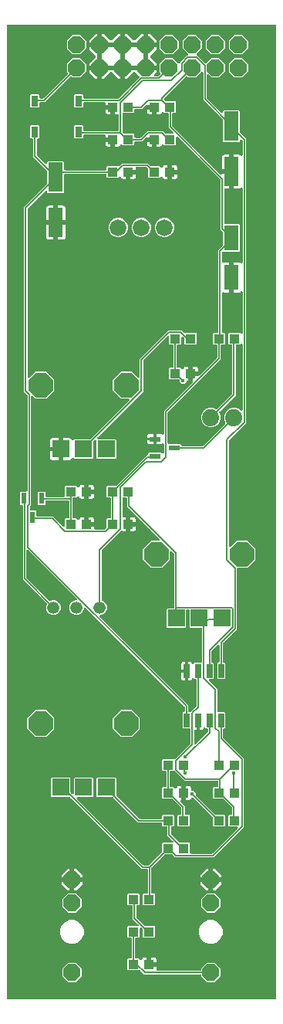
<source format=gbr>
G04 EAGLE Gerber RS-274X export*
G75*
%MOMM*%
%FSLAX34Y34*%
%LPD*%
%INBottom Copper*%
%IPPOS*%
%AMOC8*
5,1,8,0,0,1.08239X$1,22.5*%
G01*
%ADD10P,1.979475X8X202.500000*%
%ADD11C,1.332000*%
%ADD12R,0.600000X1.250000*%
%ADD13C,1.828800*%
%ADD14R,0.650000X1.528000*%
%ADD15R,1.600000X2.800000*%
%ADD16R,1.600000X3.200000*%
%ADD17R,1.879600X1.879600*%
%ADD18P,2.922453X8X112.500000*%
%ADD19R,1.100000X1.000000*%
%ADD20R,0.750000X1.200000*%
%ADD21C,1.879600*%
%ADD22R,1.250000X0.600000*%
%ADD23C,0.502400*%
%ADD24C,0.127000*%
%ADD25C,0.452400*%

G36*
X296848Y2016D02*
X296848Y2016D01*
X296967Y2023D01*
X297005Y2036D01*
X297046Y2041D01*
X297156Y2084D01*
X297269Y2121D01*
X297304Y2143D01*
X297341Y2158D01*
X297437Y2227D01*
X297538Y2291D01*
X297566Y2321D01*
X297599Y2344D01*
X297675Y2436D01*
X297756Y2523D01*
X297776Y2558D01*
X297801Y2589D01*
X297852Y2697D01*
X297910Y2801D01*
X297920Y2841D01*
X297937Y2877D01*
X297959Y2994D01*
X297989Y3109D01*
X297993Y3169D01*
X297997Y3189D01*
X297995Y3210D01*
X297999Y3270D01*
X297999Y1069730D01*
X297984Y1069848D01*
X297977Y1069967D01*
X297964Y1070005D01*
X297959Y1070046D01*
X297916Y1070156D01*
X297879Y1070269D01*
X297857Y1070304D01*
X297842Y1070341D01*
X297773Y1070437D01*
X297709Y1070538D01*
X297679Y1070566D01*
X297656Y1070599D01*
X297564Y1070675D01*
X297477Y1070756D01*
X297442Y1070776D01*
X297411Y1070801D01*
X297303Y1070852D01*
X297199Y1070910D01*
X297159Y1070920D01*
X297123Y1070937D01*
X297006Y1070959D01*
X296891Y1070989D01*
X296831Y1070993D01*
X296811Y1070997D01*
X296790Y1070995D01*
X296730Y1070999D01*
X3270Y1070999D01*
X3152Y1070984D01*
X3033Y1070977D01*
X2995Y1070964D01*
X2954Y1070959D01*
X2844Y1070916D01*
X2731Y1070879D01*
X2696Y1070857D01*
X2659Y1070842D01*
X2563Y1070773D01*
X2462Y1070709D01*
X2434Y1070679D01*
X2401Y1070656D01*
X2325Y1070564D01*
X2244Y1070477D01*
X2224Y1070442D01*
X2199Y1070411D01*
X2148Y1070303D01*
X2090Y1070199D01*
X2080Y1070159D01*
X2063Y1070123D01*
X2041Y1070006D01*
X2011Y1069891D01*
X2007Y1069831D01*
X2003Y1069811D01*
X2005Y1069790D01*
X2001Y1069730D01*
X2001Y3270D01*
X2016Y3152D01*
X2023Y3033D01*
X2036Y2995D01*
X2041Y2954D01*
X2084Y2844D01*
X2121Y2731D01*
X2143Y2696D01*
X2158Y2659D01*
X2227Y2563D01*
X2291Y2462D01*
X2321Y2434D01*
X2344Y2401D01*
X2436Y2325D01*
X2523Y2244D01*
X2558Y2224D01*
X2589Y2199D01*
X2697Y2148D01*
X2801Y2090D01*
X2841Y2080D01*
X2877Y2063D01*
X2994Y2041D01*
X3109Y2011D01*
X3169Y2007D01*
X3189Y2003D01*
X3210Y2005D01*
X3270Y2001D01*
X296730Y2001D01*
X296848Y2016D01*
G37*
%LPC*%
G36*
X152334Y105489D02*
X152334Y105489D01*
X151589Y106234D01*
X151589Y117286D01*
X152334Y118031D01*
X155575Y118031D01*
X155693Y118046D01*
X155812Y118053D01*
X155850Y118066D01*
X155891Y118071D01*
X156001Y118114D01*
X156114Y118151D01*
X156149Y118173D01*
X156186Y118188D01*
X156282Y118257D01*
X156383Y118321D01*
X156411Y118351D01*
X156444Y118374D01*
X156520Y118466D01*
X156601Y118553D01*
X156621Y118588D01*
X156646Y118619D01*
X156697Y118727D01*
X156755Y118831D01*
X156765Y118871D01*
X156782Y118907D01*
X156804Y119024D01*
X156834Y119139D01*
X156838Y119199D01*
X156842Y119219D01*
X156840Y119240D01*
X156844Y119300D01*
X156844Y144145D01*
X156829Y144263D01*
X156822Y144382D01*
X156809Y144420D01*
X156804Y144461D01*
X156761Y144571D01*
X156724Y144684D01*
X156702Y144719D01*
X156687Y144756D01*
X156618Y144852D01*
X156554Y144953D01*
X156524Y144981D01*
X156501Y145014D01*
X156409Y145090D01*
X156322Y145171D01*
X156287Y145191D01*
X156256Y145216D01*
X156148Y145267D01*
X156044Y145325D01*
X156004Y145335D01*
X155968Y145352D01*
X155851Y145374D01*
X155736Y145404D01*
X155676Y145408D01*
X155656Y145412D01*
X155635Y145410D01*
X155575Y145414D01*
X150341Y145414D01*
X71995Y223760D01*
X71917Y223820D01*
X71845Y223888D01*
X71792Y223917D01*
X71744Y223954D01*
X71653Y223994D01*
X71566Y224042D01*
X71508Y224057D01*
X71452Y224081D01*
X71354Y224096D01*
X71259Y224121D01*
X71159Y224127D01*
X71138Y224131D01*
X71126Y224129D01*
X71098Y224131D01*
X51436Y224131D01*
X50691Y224876D01*
X50691Y244724D01*
X51436Y245469D01*
X71284Y245469D01*
X72029Y244724D01*
X72029Y229642D01*
X72041Y229544D01*
X72044Y229445D01*
X72061Y229387D01*
X72069Y229327D01*
X72105Y229235D01*
X72133Y229139D01*
X72163Y229087D01*
X72186Y229031D01*
X72244Y228951D01*
X72294Y228865D01*
X72360Y228790D01*
X72372Y228774D01*
X72382Y228766D01*
X72400Y228745D01*
X73525Y227621D01*
X73634Y227536D01*
X73741Y227447D01*
X73760Y227438D01*
X73776Y227426D01*
X73903Y227370D01*
X74029Y227311D01*
X74049Y227307D01*
X74068Y227299D01*
X74206Y227277D01*
X74342Y227251D01*
X74362Y227253D01*
X74382Y227249D01*
X74521Y227263D01*
X74659Y227271D01*
X74678Y227277D01*
X74698Y227279D01*
X74830Y227326D01*
X74961Y227369D01*
X74979Y227380D01*
X74998Y227387D01*
X75113Y227465D01*
X75230Y227539D01*
X75244Y227554D01*
X75261Y227565D01*
X75353Y227669D01*
X75448Y227771D01*
X75458Y227789D01*
X75471Y227804D01*
X75534Y227928D01*
X75602Y228049D01*
X75607Y228069D01*
X75616Y228087D01*
X75646Y228223D01*
X75681Y228357D01*
X75683Y228385D01*
X75686Y228397D01*
X75685Y228418D01*
X75691Y228518D01*
X75691Y244724D01*
X76436Y245469D01*
X96284Y245469D01*
X97029Y244724D01*
X97029Y224876D01*
X96284Y224131D01*
X80078Y224131D01*
X79941Y224114D01*
X79802Y224101D01*
X79783Y224094D01*
X79763Y224091D01*
X79634Y224040D01*
X79502Y223993D01*
X79486Y223982D01*
X79467Y223974D01*
X79355Y223893D01*
X79239Y223815D01*
X79226Y223799D01*
X79210Y223788D01*
X79121Y223680D01*
X79029Y223576D01*
X79020Y223558D01*
X79007Y223543D01*
X78948Y223417D01*
X78884Y223293D01*
X78880Y223273D01*
X78871Y223255D01*
X78845Y223119D01*
X78815Y222983D01*
X78815Y222962D01*
X78811Y222943D01*
X78820Y222804D01*
X78824Y222665D01*
X78830Y222645D01*
X78831Y222625D01*
X78874Y222493D01*
X78913Y222359D01*
X78923Y222342D01*
X78929Y222323D01*
X79004Y222205D01*
X79074Y222085D01*
X79093Y222064D01*
X79099Y222054D01*
X79110Y222044D01*
X79111Y222042D01*
X79118Y222036D01*
X79181Y221965D01*
X151548Y149597D01*
X151626Y149537D01*
X151698Y149469D01*
X151751Y149440D01*
X151799Y149403D01*
X151890Y149363D01*
X151977Y149315D01*
X152035Y149300D01*
X152091Y149276D01*
X152189Y149261D01*
X152284Y149236D01*
X152384Y149230D01*
X152405Y149226D01*
X152417Y149228D01*
X152445Y149226D01*
X157435Y149226D01*
X157533Y149238D01*
X157632Y149241D01*
X157690Y149258D01*
X157750Y149266D01*
X157843Y149302D01*
X157938Y149330D01*
X157990Y149360D01*
X158046Y149383D01*
X158126Y149441D01*
X158212Y149491D01*
X158287Y149557D01*
X158303Y149569D01*
X158308Y149575D01*
X158311Y149577D01*
X158316Y149583D01*
X158332Y149597D01*
X172318Y163583D01*
X172378Y163661D01*
X172446Y163733D01*
X172471Y163778D01*
X172476Y163784D01*
X172479Y163791D01*
X172512Y163834D01*
X172552Y163925D01*
X172600Y164012D01*
X172615Y164070D01*
X172639Y164126D01*
X172654Y164224D01*
X172679Y164319D01*
X172685Y164419D01*
X172689Y164440D01*
X172687Y164452D01*
X172689Y164480D01*
X172689Y173166D01*
X173434Y173911D01*
X183550Y173911D01*
X183687Y173928D01*
X183826Y173941D01*
X183845Y173948D01*
X183865Y173951D01*
X183994Y174002D01*
X184126Y174049D01*
X184142Y174060D01*
X184161Y174068D01*
X184274Y174149D01*
X184389Y174227D01*
X184402Y174243D01*
X184418Y174254D01*
X184507Y174362D01*
X184599Y174466D01*
X184608Y174484D01*
X184621Y174499D01*
X184681Y174625D01*
X184744Y174749D01*
X184748Y174769D01*
X184757Y174787D01*
X184783Y174923D01*
X184813Y175059D01*
X184813Y175080D01*
X184817Y175099D01*
X184808Y175238D01*
X184804Y175377D01*
X184798Y175397D01*
X184797Y175417D01*
X184754Y175549D01*
X184715Y175683D01*
X184705Y175700D01*
X184699Y175719D01*
X184624Y175837D01*
X184554Y175957D01*
X184535Y175978D01*
X184529Y175988D01*
X184514Y176002D01*
X184447Y176077D01*
X178434Y182091D01*
X178434Y190580D01*
X178419Y190698D01*
X178412Y190817D01*
X178399Y190855D01*
X178394Y190896D01*
X178351Y191006D01*
X178314Y191119D01*
X178292Y191154D01*
X178277Y191191D01*
X178208Y191287D01*
X178144Y191388D01*
X178114Y191416D01*
X178091Y191449D01*
X177999Y191525D01*
X177912Y191606D01*
X177877Y191626D01*
X177846Y191651D01*
X177738Y191702D01*
X177634Y191760D01*
X177594Y191770D01*
X177558Y191787D01*
X177441Y191809D01*
X177326Y191839D01*
X177266Y191843D01*
X177246Y191847D01*
X177225Y191845D01*
X177165Y191849D01*
X173434Y191849D01*
X172689Y192594D01*
X172689Y194945D01*
X172674Y195063D01*
X172667Y195182D01*
X172654Y195220D01*
X172649Y195261D01*
X172606Y195371D01*
X172569Y195484D01*
X172547Y195519D01*
X172532Y195556D01*
X172463Y195652D01*
X172399Y195753D01*
X172369Y195781D01*
X172346Y195814D01*
X172254Y195890D01*
X172167Y195971D01*
X172132Y195991D01*
X172101Y196016D01*
X171993Y196067D01*
X171889Y196125D01*
X171849Y196135D01*
X171813Y196152D01*
X171696Y196174D01*
X171581Y196204D01*
X171521Y196208D01*
X171501Y196212D01*
X171480Y196210D01*
X171420Y196214D01*
X146531Y196214D01*
X118985Y223760D01*
X118907Y223820D01*
X118835Y223888D01*
X118782Y223917D01*
X118734Y223954D01*
X118643Y223994D01*
X118557Y224042D01*
X118498Y224057D01*
X118442Y224081D01*
X118344Y224096D01*
X118249Y224121D01*
X118149Y224127D01*
X118128Y224131D01*
X118116Y224129D01*
X118088Y224131D01*
X101436Y224131D01*
X100691Y224876D01*
X100691Y244724D01*
X101436Y245469D01*
X121284Y245469D01*
X122029Y244724D01*
X122029Y226632D01*
X122041Y226534D01*
X122044Y226435D01*
X122061Y226377D01*
X122069Y226317D01*
X122105Y226224D01*
X122133Y226129D01*
X122163Y226077D01*
X122186Y226021D01*
X122244Y225941D01*
X122294Y225855D01*
X122360Y225780D01*
X122372Y225764D01*
X122382Y225756D01*
X122400Y225735D01*
X147738Y200397D01*
X147816Y200337D01*
X147888Y200269D01*
X147941Y200240D01*
X147989Y200203D01*
X148080Y200163D01*
X148167Y200115D01*
X148225Y200100D01*
X148281Y200076D01*
X148379Y200061D01*
X148474Y200036D01*
X148574Y200030D01*
X148595Y200026D01*
X148607Y200028D01*
X148635Y200026D01*
X171420Y200026D01*
X171538Y200041D01*
X171657Y200048D01*
X171695Y200061D01*
X171736Y200066D01*
X171846Y200109D01*
X171959Y200146D01*
X171994Y200168D01*
X172031Y200183D01*
X172127Y200252D01*
X172228Y200316D01*
X172256Y200346D01*
X172289Y200369D01*
X172365Y200461D01*
X172446Y200548D01*
X172466Y200583D01*
X172491Y200614D01*
X172542Y200722D01*
X172600Y200826D01*
X172610Y200866D01*
X172627Y200902D01*
X172649Y201019D01*
X172679Y201134D01*
X172683Y201194D01*
X172687Y201214D01*
X172685Y201235D01*
X172689Y201295D01*
X172689Y203646D01*
X173434Y204391D01*
X185486Y204391D01*
X186231Y203646D01*
X186231Y192594D01*
X185486Y191849D01*
X183515Y191849D01*
X183397Y191834D01*
X183278Y191827D01*
X183240Y191814D01*
X183199Y191809D01*
X183089Y191766D01*
X182976Y191729D01*
X182941Y191707D01*
X182904Y191692D01*
X182808Y191623D01*
X182707Y191559D01*
X182679Y191529D01*
X182646Y191506D01*
X182570Y191414D01*
X182489Y191327D01*
X182469Y191292D01*
X182444Y191261D01*
X182393Y191153D01*
X182335Y191049D01*
X182325Y191009D01*
X182308Y190973D01*
X182286Y190856D01*
X182256Y190741D01*
X182252Y190681D01*
X182248Y190661D01*
X182250Y190640D01*
X182246Y190580D01*
X182246Y184195D01*
X182258Y184097D01*
X182261Y183998D01*
X182278Y183940D01*
X182286Y183880D01*
X182322Y183788D01*
X182350Y183692D01*
X182380Y183640D01*
X182403Y183584D01*
X182461Y183504D01*
X182511Y183418D01*
X182577Y183343D01*
X182589Y183327D01*
X182599Y183319D01*
X182617Y183298D01*
X191633Y174282D01*
X191711Y174222D01*
X191783Y174154D01*
X191836Y174125D01*
X191884Y174088D01*
X191975Y174048D01*
X192062Y174000D01*
X192120Y173985D01*
X192176Y173961D01*
X192274Y173946D01*
X192369Y173921D01*
X192469Y173915D01*
X192490Y173911D01*
X192502Y173913D01*
X192530Y173911D01*
X202486Y173911D01*
X203231Y173166D01*
X203231Y163195D01*
X203246Y163077D01*
X203253Y162958D01*
X203266Y162920D01*
X203271Y162879D01*
X203314Y162769D01*
X203351Y162656D01*
X203373Y162621D01*
X203388Y162584D01*
X203457Y162488D01*
X203521Y162387D01*
X203551Y162359D01*
X203574Y162326D01*
X203666Y162250D01*
X203753Y162169D01*
X203788Y162149D01*
X203819Y162124D01*
X203927Y162073D01*
X204031Y162015D01*
X204071Y162005D01*
X204107Y161988D01*
X204224Y161966D01*
X204339Y161936D01*
X204399Y161932D01*
X204419Y161928D01*
X204440Y161930D01*
X204500Y161926D01*
X227285Y161926D01*
X227383Y161938D01*
X227482Y161941D01*
X227540Y161958D01*
X227600Y161966D01*
X227692Y162002D01*
X227788Y162030D01*
X227840Y162060D01*
X227896Y162083D01*
X227976Y162141D01*
X228062Y162191D01*
X228137Y162257D01*
X228153Y162269D01*
X228154Y162270D01*
X228162Y162279D01*
X228182Y162297D01*
X255567Y189683D01*
X255653Y189792D01*
X255741Y189899D01*
X255750Y189918D01*
X255762Y189934D01*
X255818Y190062D01*
X255877Y190187D01*
X255881Y190207D01*
X255889Y190226D01*
X255911Y190364D01*
X255937Y190500D01*
X255935Y190520D01*
X255939Y190540D01*
X255925Y190679D01*
X255917Y190817D01*
X255911Y190836D01*
X255909Y190856D01*
X255862Y190988D01*
X255819Y191119D01*
X255808Y191137D01*
X255801Y191156D01*
X255723Y191271D01*
X255649Y191388D01*
X255634Y191402D01*
X255623Y191419D01*
X255518Y191511D01*
X255417Y191606D01*
X255399Y191616D01*
X255384Y191629D01*
X255260Y191692D01*
X255139Y191760D01*
X255119Y191765D01*
X255101Y191774D01*
X254965Y191804D01*
X254831Y191839D01*
X254803Y191841D01*
X254791Y191844D01*
X254770Y191843D01*
X254670Y191849D01*
X246314Y191849D01*
X245569Y192594D01*
X245569Y203646D01*
X246314Y204391D01*
X248285Y204391D01*
X248403Y204406D01*
X248522Y204413D01*
X248560Y204426D01*
X248601Y204431D01*
X248711Y204474D01*
X248824Y204511D01*
X248859Y204533D01*
X248896Y204548D01*
X248992Y204617D01*
X249093Y204681D01*
X249121Y204711D01*
X249154Y204734D01*
X249230Y204826D01*
X249311Y204913D01*
X249331Y204948D01*
X249356Y204979D01*
X249407Y205087D01*
X249465Y205191D01*
X249475Y205231D01*
X249492Y205267D01*
X249514Y205384D01*
X249544Y205499D01*
X249548Y205559D01*
X249552Y205579D01*
X249550Y205600D01*
X249554Y205660D01*
X249554Y212045D01*
X249542Y212143D01*
X249539Y212242D01*
X249522Y212300D01*
X249514Y212360D01*
X249478Y212452D01*
X249450Y212548D01*
X249420Y212600D01*
X249397Y212656D01*
X249339Y212736D01*
X249289Y212822D01*
X249223Y212897D01*
X249211Y212913D01*
X249201Y212921D01*
X249183Y212942D01*
X240167Y221958D01*
X240089Y222018D01*
X240017Y222086D01*
X239964Y222115D01*
X239916Y222152D01*
X239825Y222192D01*
X239738Y222240D01*
X239680Y222255D01*
X239624Y222279D01*
X239526Y222294D01*
X239431Y222319D01*
X239331Y222325D01*
X239310Y222329D01*
X239298Y222327D01*
X239270Y222329D01*
X229314Y222329D01*
X228569Y223074D01*
X228569Y234126D01*
X229314Y234871D01*
X233045Y234871D01*
X233163Y234886D01*
X233282Y234893D01*
X233320Y234906D01*
X233361Y234911D01*
X233471Y234954D01*
X233584Y234991D01*
X233619Y235013D01*
X233656Y235028D01*
X233752Y235097D01*
X233853Y235161D01*
X233881Y235191D01*
X233914Y235214D01*
X233990Y235306D01*
X234071Y235393D01*
X234091Y235428D01*
X234116Y235459D01*
X234167Y235567D01*
X234225Y235671D01*
X234235Y235711D01*
X234252Y235747D01*
X234274Y235864D01*
X234304Y235979D01*
X234308Y236039D01*
X234312Y236059D01*
X234310Y236080D01*
X234314Y236140D01*
X234314Y240665D01*
X234299Y240783D01*
X234292Y240902D01*
X234279Y240940D01*
X234274Y240981D01*
X234231Y241091D01*
X234194Y241204D01*
X234172Y241239D01*
X234157Y241276D01*
X234088Y241372D01*
X234024Y241473D01*
X233994Y241501D01*
X233971Y241534D01*
X233879Y241610D01*
X233792Y241691D01*
X233757Y241711D01*
X233726Y241736D01*
X233618Y241787D01*
X233514Y241845D01*
X233474Y241855D01*
X233438Y241872D01*
X233321Y241894D01*
X233206Y241924D01*
X233146Y241928D01*
X233126Y241932D01*
X233105Y241930D01*
X233045Y241934D01*
X197331Y241934D01*
X195843Y243422D01*
X187542Y251723D01*
X186827Y252438D01*
X186749Y252498D01*
X186677Y252566D01*
X186624Y252595D01*
X186576Y252632D01*
X186485Y252672D01*
X186398Y252720D01*
X186340Y252735D01*
X186284Y252759D01*
X186186Y252774D01*
X186091Y252799D01*
X185991Y252805D01*
X185970Y252809D01*
X185958Y252807D01*
X185930Y252809D01*
X182245Y252809D01*
X182127Y252794D01*
X182008Y252787D01*
X181970Y252774D01*
X181929Y252769D01*
X181819Y252726D01*
X181706Y252689D01*
X181671Y252667D01*
X181634Y252652D01*
X181537Y252582D01*
X181437Y252519D01*
X181409Y252489D01*
X181376Y252466D01*
X181300Y252374D01*
X181219Y252287D01*
X181199Y252252D01*
X181174Y252221D01*
X181123Y252113D01*
X181065Y252009D01*
X181055Y251969D01*
X181038Y251933D01*
X181016Y251816D01*
X180986Y251701D01*
X180982Y251641D01*
X180978Y251621D01*
X180980Y251600D01*
X180976Y251540D01*
X180976Y236140D01*
X180991Y236022D01*
X180998Y235903D01*
X181011Y235865D01*
X181016Y235824D01*
X181059Y235714D01*
X181096Y235601D01*
X181118Y235566D01*
X181133Y235529D01*
X181202Y235433D01*
X181266Y235332D01*
X181296Y235304D01*
X181319Y235271D01*
X181411Y235195D01*
X181498Y235114D01*
X181533Y235094D01*
X181564Y235069D01*
X181672Y235018D01*
X181776Y234960D01*
X181816Y234950D01*
X181852Y234933D01*
X181969Y234911D01*
X182084Y234881D01*
X182144Y234877D01*
X182164Y234873D01*
X182185Y234875D01*
X182245Y234871D01*
X185486Y234871D01*
X186443Y233914D01*
X186548Y233833D01*
X186649Y233748D01*
X186673Y233736D01*
X186694Y233719D01*
X186816Y233667D01*
X186935Y233609D01*
X186961Y233604D01*
X186986Y233593D01*
X187117Y233572D01*
X187246Y233546D01*
X187273Y233547D01*
X187300Y233543D01*
X187432Y233556D01*
X187564Y233562D01*
X187590Y233570D01*
X187617Y233573D01*
X187741Y233618D01*
X187868Y233657D01*
X187891Y233671D01*
X187916Y233681D01*
X188026Y233755D01*
X188138Y233825D01*
X188157Y233844D01*
X188179Y233859D01*
X188267Y233958D01*
X188358Y234054D01*
X188372Y234077D01*
X188390Y234098D01*
X188450Y234216D01*
X188515Y234331D01*
X188527Y234367D01*
X188534Y234381D01*
X188539Y234402D01*
X188566Y234483D01*
X188592Y234581D01*
X188927Y235160D01*
X189400Y235633D01*
X189979Y235968D01*
X190626Y236141D01*
X193961Y236141D01*
X193961Y229830D01*
X193976Y229712D01*
X193983Y229593D01*
X193995Y229555D01*
X194001Y229515D01*
X194044Y229404D01*
X194081Y229291D01*
X194103Y229257D01*
X194118Y229219D01*
X194187Y229123D01*
X194251Y229022D01*
X194281Y228994D01*
X194304Y228962D01*
X194396Y228886D01*
X194483Y228804D01*
X194518Y228785D01*
X194549Y228759D01*
X194657Y228708D01*
X194761Y228651D01*
X194801Y228641D01*
X194837Y228623D01*
X194944Y228603D01*
X194914Y228599D01*
X194804Y228555D01*
X194691Y228519D01*
X194656Y228497D01*
X194619Y228482D01*
X194522Y228412D01*
X194422Y228349D01*
X194394Y228319D01*
X194361Y228295D01*
X194285Y228204D01*
X194204Y228117D01*
X194184Y228082D01*
X194159Y228050D01*
X194108Y227943D01*
X194050Y227838D01*
X194040Y227799D01*
X194023Y227763D01*
X194001Y227646D01*
X193971Y227530D01*
X193967Y227470D01*
X193963Y227450D01*
X193965Y227430D01*
X193961Y227370D01*
X193961Y221059D01*
X193640Y221059D01*
X193503Y221042D01*
X193364Y221029D01*
X193345Y221022D01*
X193325Y221019D01*
X193196Y220968D01*
X193064Y220921D01*
X193048Y220910D01*
X193029Y220902D01*
X192916Y220821D01*
X192801Y220743D01*
X192788Y220727D01*
X192772Y220716D01*
X192683Y220608D01*
X192591Y220504D01*
X192582Y220486D01*
X192569Y220471D01*
X192509Y220345D01*
X192446Y220221D01*
X192442Y220201D01*
X192433Y220183D01*
X192407Y220047D01*
X192377Y219911D01*
X192377Y219890D01*
X192373Y219871D01*
X192382Y219732D01*
X192386Y219593D01*
X192392Y219573D01*
X192393Y219553D01*
X192436Y219421D01*
X192475Y219287D01*
X192485Y219270D01*
X192491Y219251D01*
X192566Y219133D01*
X192636Y219013D01*
X192655Y218992D01*
X192661Y218982D01*
X192676Y218968D01*
X192743Y218893D01*
X197486Y214149D01*
X197486Y205660D01*
X197501Y205542D01*
X197508Y205423D01*
X197521Y205385D01*
X197526Y205344D01*
X197569Y205234D01*
X197606Y205121D01*
X197628Y205086D01*
X197643Y205049D01*
X197712Y204953D01*
X197776Y204852D01*
X197806Y204824D01*
X197829Y204791D01*
X197921Y204715D01*
X198008Y204634D01*
X198043Y204614D01*
X198074Y204589D01*
X198182Y204538D01*
X198286Y204480D01*
X198326Y204470D01*
X198362Y204453D01*
X198479Y204431D01*
X198594Y204401D01*
X198654Y204397D01*
X198674Y204393D01*
X198695Y204395D01*
X198755Y204391D01*
X202486Y204391D01*
X203231Y203646D01*
X203231Y192594D01*
X202486Y191849D01*
X190434Y191849D01*
X189689Y192594D01*
X189689Y203646D01*
X190434Y204391D01*
X192405Y204391D01*
X192523Y204406D01*
X192642Y204413D01*
X192680Y204426D01*
X192721Y204431D01*
X192831Y204474D01*
X192944Y204511D01*
X192979Y204533D01*
X193016Y204548D01*
X193112Y204617D01*
X193213Y204681D01*
X193241Y204711D01*
X193274Y204734D01*
X193350Y204826D01*
X193431Y204913D01*
X193451Y204948D01*
X193476Y204979D01*
X193527Y205087D01*
X193585Y205191D01*
X193595Y205231D01*
X193612Y205267D01*
X193634Y205384D01*
X193664Y205499D01*
X193668Y205559D01*
X193672Y205579D01*
X193670Y205600D01*
X193674Y205660D01*
X193674Y212045D01*
X193662Y212143D01*
X193659Y212242D01*
X193642Y212300D01*
X193634Y212360D01*
X193598Y212452D01*
X193570Y212548D01*
X193540Y212600D01*
X193517Y212656D01*
X193459Y212736D01*
X193409Y212822D01*
X193343Y212897D01*
X193331Y212913D01*
X193321Y212921D01*
X193303Y212942D01*
X184287Y221958D01*
X184209Y222018D01*
X184137Y222086D01*
X184084Y222115D01*
X184036Y222152D01*
X183945Y222192D01*
X183858Y222240D01*
X183800Y222255D01*
X183744Y222279D01*
X183646Y222294D01*
X183551Y222319D01*
X183451Y222325D01*
X183430Y222329D01*
X183418Y222327D01*
X183390Y222329D01*
X173434Y222329D01*
X172689Y223074D01*
X172689Y234126D01*
X173434Y234871D01*
X175895Y234871D01*
X176013Y234886D01*
X176132Y234893D01*
X176170Y234906D01*
X176211Y234911D01*
X176321Y234954D01*
X176434Y234991D01*
X176469Y235013D01*
X176506Y235028D01*
X176602Y235097D01*
X176703Y235161D01*
X176731Y235191D01*
X176764Y235214D01*
X176840Y235306D01*
X176921Y235393D01*
X176941Y235428D01*
X176966Y235459D01*
X177017Y235567D01*
X177075Y235671D01*
X177085Y235711D01*
X177102Y235747D01*
X177124Y235864D01*
X177154Y235979D01*
X177158Y236039D01*
X177162Y236059D01*
X177160Y236080D01*
X177164Y236140D01*
X177164Y251540D01*
X177149Y251658D01*
X177142Y251777D01*
X177129Y251815D01*
X177124Y251856D01*
X177081Y251966D01*
X177044Y252079D01*
X177022Y252114D01*
X177007Y252151D01*
X176938Y252247D01*
X176874Y252348D01*
X176844Y252376D01*
X176821Y252409D01*
X176729Y252485D01*
X176642Y252566D01*
X176607Y252586D01*
X176576Y252611D01*
X176468Y252662D01*
X176364Y252720D01*
X176324Y252730D01*
X176288Y252747D01*
X176171Y252769D01*
X176056Y252799D01*
X175996Y252803D01*
X175976Y252807D01*
X175955Y252805D01*
X175895Y252809D01*
X173434Y252809D01*
X172689Y253554D01*
X172689Y264606D01*
X173434Y265351D01*
X185930Y265351D01*
X186028Y265363D01*
X186127Y265366D01*
X186185Y265383D01*
X186245Y265391D01*
X186337Y265427D01*
X186433Y265455D01*
X186485Y265485D01*
X186541Y265508D01*
X186621Y265566D01*
X186707Y265616D01*
X186782Y265682D01*
X186798Y265694D01*
X186806Y265704D01*
X186827Y265722D01*
X203463Y282358D01*
X203523Y282436D01*
X203591Y282508D01*
X203620Y282561D01*
X203657Y282609D01*
X203697Y282700D01*
X203745Y282787D01*
X203760Y282845D01*
X203784Y282901D01*
X203799Y282999D01*
X203824Y283094D01*
X203830Y283194D01*
X203834Y283215D01*
X203832Y283227D01*
X203834Y283255D01*
X203834Y297990D01*
X203819Y298108D01*
X203812Y298227D01*
X203799Y298265D01*
X203794Y298306D01*
X203751Y298416D01*
X203714Y298529D01*
X203692Y298564D01*
X203677Y298601D01*
X203608Y298697D01*
X203544Y298798D01*
X203514Y298826D01*
X203491Y298859D01*
X203399Y298935D01*
X203312Y299016D01*
X203277Y299036D01*
X203246Y299061D01*
X203138Y299112D01*
X203034Y299170D01*
X202994Y299180D01*
X202958Y299197D01*
X202841Y299219D01*
X202726Y299249D01*
X202666Y299253D01*
X202646Y299257D01*
X202625Y299255D01*
X202565Y299259D01*
X195614Y299259D01*
X194869Y300004D01*
X194869Y316336D01*
X195614Y317081D01*
X196215Y317081D01*
X196333Y317096D01*
X196452Y317103D01*
X196490Y317116D01*
X196531Y317121D01*
X196641Y317164D01*
X196754Y317201D01*
X196789Y317223D01*
X196826Y317238D01*
X196922Y317307D01*
X197023Y317371D01*
X197051Y317401D01*
X197084Y317424D01*
X197160Y317516D01*
X197241Y317603D01*
X197261Y317638D01*
X197286Y317669D01*
X197337Y317777D01*
X197395Y317881D01*
X197405Y317921D01*
X197422Y317957D01*
X197444Y318074D01*
X197474Y318189D01*
X197478Y318249D01*
X197482Y318269D01*
X197480Y318290D01*
X197484Y318350D01*
X197484Y322535D01*
X197472Y322633D01*
X197469Y322732D01*
X197452Y322790D01*
X197444Y322850D01*
X197408Y322942D01*
X197380Y323038D01*
X197350Y323090D01*
X197327Y323146D01*
X197269Y323226D01*
X197219Y323312D01*
X197153Y323387D01*
X197141Y323403D01*
X197131Y323411D01*
X197113Y323432D01*
X88837Y431707D01*
X88728Y431793D01*
X88621Y431881D01*
X88602Y431890D01*
X88586Y431902D01*
X88458Y431958D01*
X88333Y432017D01*
X88313Y432021D01*
X88294Y432029D01*
X88156Y432051D01*
X88020Y432077D01*
X88000Y432075D01*
X87980Y432079D01*
X87841Y432065D01*
X87703Y432057D01*
X87684Y432051D01*
X87664Y432049D01*
X87532Y432002D01*
X87401Y431959D01*
X87383Y431948D01*
X87364Y431941D01*
X87249Y431863D01*
X87132Y431789D01*
X87118Y431774D01*
X87101Y431763D01*
X87009Y431658D01*
X86914Y431557D01*
X86904Y431539D01*
X86891Y431524D01*
X86827Y431400D01*
X86760Y431279D01*
X86755Y431259D01*
X86746Y431241D01*
X86716Y431105D01*
X86681Y430971D01*
X86679Y430943D01*
X86676Y430931D01*
X86677Y430910D01*
X86671Y430810D01*
X86671Y430222D01*
X85463Y427308D01*
X83232Y425077D01*
X80318Y423869D01*
X77162Y423869D01*
X74248Y425077D01*
X72017Y427308D01*
X70809Y430222D01*
X70809Y433378D01*
X72017Y436292D01*
X74248Y438523D01*
X77162Y439731D01*
X77750Y439731D01*
X77887Y439748D01*
X78026Y439761D01*
X78045Y439768D01*
X78065Y439771D01*
X78194Y439822D01*
X78326Y439869D01*
X78342Y439880D01*
X78361Y439888D01*
X78473Y439969D01*
X78589Y440047D01*
X78602Y440063D01*
X78618Y440074D01*
X78707Y440182D01*
X78799Y440286D01*
X78808Y440304D01*
X78821Y440319D01*
X78880Y440445D01*
X78944Y440569D01*
X78948Y440589D01*
X78957Y440607D01*
X78983Y440743D01*
X79013Y440879D01*
X79013Y440900D01*
X79017Y440919D01*
X79008Y441058D01*
X79004Y441197D01*
X78998Y441217D01*
X78997Y441237D01*
X78954Y441369D01*
X78915Y441503D01*
X78905Y441520D01*
X78899Y441539D01*
X78824Y441657D01*
X78754Y441777D01*
X78735Y441798D01*
X78729Y441808D01*
X78714Y441822D01*
X78647Y441897D01*
X25662Y494882D01*
X25553Y494968D01*
X25446Y495056D01*
X25427Y495065D01*
X25411Y495077D01*
X25283Y495133D01*
X25158Y495192D01*
X25138Y495196D01*
X25119Y495204D01*
X24981Y495226D01*
X24845Y495252D01*
X24825Y495250D01*
X24805Y495254D01*
X24666Y495240D01*
X24528Y495232D01*
X24509Y495226D01*
X24489Y495224D01*
X24357Y495177D01*
X24226Y495134D01*
X24208Y495123D01*
X24189Y495116D01*
X24074Y495038D01*
X23957Y494964D01*
X23943Y494949D01*
X23926Y494938D01*
X23834Y494833D01*
X23739Y494732D01*
X23729Y494714D01*
X23716Y494699D01*
X23652Y494575D01*
X23585Y494454D01*
X23580Y494434D01*
X23571Y494416D01*
X23541Y494280D01*
X23506Y494146D01*
X23504Y494118D01*
X23501Y494106D01*
X23502Y494085D01*
X23496Y493985D01*
X23496Y464865D01*
X23508Y464767D01*
X23511Y464668D01*
X23528Y464610D01*
X23536Y464550D01*
X23572Y464458D01*
X23600Y464362D01*
X23630Y464310D01*
X23653Y464254D01*
X23711Y464174D01*
X23761Y464088D01*
X23827Y464013D01*
X23839Y463997D01*
X23849Y463989D01*
X23867Y463968D01*
X48576Y439259D01*
X48599Y439241D01*
X48619Y439218D01*
X48725Y439144D01*
X48827Y439064D01*
X48854Y439052D01*
X48879Y439035D01*
X49000Y438989D01*
X49119Y438938D01*
X49148Y438933D01*
X49176Y438923D01*
X49305Y438908D01*
X49433Y438888D01*
X49463Y438891D01*
X49492Y438887D01*
X49621Y438905D01*
X49750Y438918D01*
X49778Y438928D01*
X49807Y438932D01*
X49959Y438984D01*
X51762Y439731D01*
X54918Y439731D01*
X57832Y438523D01*
X60063Y436292D01*
X61271Y433378D01*
X61271Y430222D01*
X60063Y427308D01*
X57832Y425077D01*
X54918Y423869D01*
X51762Y423869D01*
X48848Y425077D01*
X46617Y427308D01*
X45409Y430222D01*
X45409Y433378D01*
X46156Y435181D01*
X46164Y435209D01*
X46177Y435235D01*
X46206Y435362D01*
X46240Y435487D01*
X46241Y435517D01*
X46247Y435546D01*
X46243Y435676D01*
X46245Y435805D01*
X46238Y435834D01*
X46237Y435864D01*
X46201Y435988D01*
X46171Y436115D01*
X46157Y436141D01*
X46149Y436169D01*
X46083Y436281D01*
X46022Y436396D01*
X46002Y436418D01*
X45987Y436443D01*
X45881Y436564D01*
X19684Y462761D01*
X19684Y542730D01*
X19669Y542848D01*
X19662Y542967D01*
X19649Y543005D01*
X19644Y543046D01*
X19601Y543156D01*
X19564Y543269D01*
X19542Y543304D01*
X19527Y543341D01*
X19458Y543437D01*
X19394Y543538D01*
X19364Y543566D01*
X19341Y543599D01*
X19249Y543675D01*
X19162Y543756D01*
X19127Y543776D01*
X19096Y543801D01*
X18988Y543852D01*
X18884Y543910D01*
X18844Y543920D01*
X18808Y543937D01*
X18691Y543959D01*
X18576Y543989D01*
X18516Y543993D01*
X18496Y543997D01*
X18475Y543995D01*
X18415Y543999D01*
X17404Y543999D01*
X16659Y544744D01*
X16659Y558296D01*
X17404Y559041D01*
X23495Y559041D01*
X23613Y559056D01*
X23732Y559063D01*
X23770Y559076D01*
X23811Y559081D01*
X23921Y559124D01*
X24034Y559161D01*
X24069Y559183D01*
X24106Y559198D01*
X24202Y559267D01*
X24303Y559331D01*
X24331Y559361D01*
X24364Y559384D01*
X24440Y559476D01*
X24521Y559563D01*
X24541Y559598D01*
X24566Y559629D01*
X24617Y559737D01*
X24675Y559841D01*
X24685Y559881D01*
X24702Y559917D01*
X24724Y560034D01*
X24754Y560149D01*
X24758Y560209D01*
X24762Y560229D01*
X24760Y560250D01*
X24764Y560310D01*
X24764Y664165D01*
X24752Y664263D01*
X24749Y664362D01*
X24732Y664420D01*
X24724Y664480D01*
X24688Y664572D01*
X24660Y664668D01*
X24630Y664720D01*
X24607Y664776D01*
X24549Y664856D01*
X24499Y664942D01*
X24433Y665017D01*
X24421Y665033D01*
X24411Y665041D01*
X24393Y665062D01*
X20954Y668501D01*
X20954Y870739D01*
X46238Y896023D01*
X46298Y896101D01*
X46366Y896173D01*
X46395Y896226D01*
X46432Y896274D01*
X46472Y896365D01*
X46520Y896452D01*
X46535Y896510D01*
X46559Y896566D01*
X46574Y896664D01*
X46599Y896759D01*
X46605Y896859D01*
X46609Y896880D01*
X46607Y896892D01*
X46609Y896920D01*
X46609Y910290D01*
X46597Y910388D01*
X46594Y910487D01*
X46577Y910545D01*
X46569Y910605D01*
X46533Y910697D01*
X46505Y910793D01*
X46475Y910845D01*
X46452Y910901D01*
X46394Y910981D01*
X46344Y911067D01*
X46278Y911142D01*
X46266Y911158D01*
X46256Y911166D01*
X46238Y911187D01*
X31114Y926311D01*
X31114Y944740D01*
X31099Y944858D01*
X31092Y944977D01*
X31079Y945015D01*
X31074Y945056D01*
X31031Y945166D01*
X30994Y945279D01*
X30972Y945314D01*
X30957Y945351D01*
X30888Y945447D01*
X30824Y945548D01*
X30794Y945576D01*
X30771Y945609D01*
X30679Y945685D01*
X30592Y945766D01*
X30557Y945786D01*
X30526Y945811D01*
X30418Y945862D01*
X30314Y945920D01*
X30274Y945930D01*
X30238Y945947D01*
X30121Y945969D01*
X30006Y945999D01*
X29946Y946003D01*
X29926Y946007D01*
X29905Y946005D01*
X29845Y946009D01*
X28744Y946009D01*
X27999Y946754D01*
X27999Y959806D01*
X28744Y960551D01*
X37296Y960551D01*
X38041Y959806D01*
X38041Y946754D01*
X37296Y946009D01*
X36195Y946009D01*
X36077Y945994D01*
X35958Y945987D01*
X35920Y945974D01*
X35879Y945969D01*
X35769Y945926D01*
X35656Y945889D01*
X35621Y945867D01*
X35584Y945852D01*
X35488Y945783D01*
X35387Y945719D01*
X35359Y945689D01*
X35326Y945666D01*
X35250Y945574D01*
X35169Y945487D01*
X35149Y945452D01*
X35124Y945421D01*
X35073Y945313D01*
X35015Y945209D01*
X35005Y945169D01*
X34988Y945133D01*
X34966Y945016D01*
X34936Y944901D01*
X34932Y944841D01*
X34928Y944821D01*
X34930Y944800D01*
X34926Y944740D01*
X34926Y928415D01*
X34938Y928317D01*
X34941Y928218D01*
X34958Y928160D01*
X34966Y928100D01*
X35002Y928008D01*
X35030Y927912D01*
X35060Y927860D01*
X35083Y927804D01*
X35141Y927724D01*
X35191Y927638D01*
X35257Y927563D01*
X35269Y927547D01*
X35279Y927539D01*
X35297Y927518D01*
X44443Y918373D01*
X44552Y918287D01*
X44659Y918199D01*
X44678Y918190D01*
X44694Y918178D01*
X44822Y918122D01*
X44947Y918063D01*
X44967Y918059D01*
X44986Y918051D01*
X45124Y918029D01*
X45260Y918003D01*
X45280Y918005D01*
X45300Y918001D01*
X45439Y918015D01*
X45577Y918023D01*
X45596Y918029D01*
X45616Y918031D01*
X45748Y918078D01*
X45879Y918121D01*
X45897Y918132D01*
X45916Y918139D01*
X46031Y918217D01*
X46148Y918291D01*
X46162Y918306D01*
X46179Y918317D01*
X46271Y918422D01*
X46366Y918523D01*
X46376Y918541D01*
X46389Y918556D01*
X46453Y918680D01*
X46520Y918801D01*
X46525Y918821D01*
X46534Y918839D01*
X46564Y918975D01*
X46599Y919109D01*
X46601Y919137D01*
X46604Y919149D01*
X46603Y919170D01*
X46609Y919270D01*
X46609Y920366D01*
X47354Y921111D01*
X64406Y921111D01*
X65151Y920366D01*
X65151Y912495D01*
X65166Y912377D01*
X65173Y912258D01*
X65186Y912220D01*
X65191Y912179D01*
X65234Y912069D01*
X65271Y911956D01*
X65293Y911921D01*
X65308Y911884D01*
X65377Y911788D01*
X65441Y911687D01*
X65471Y911659D01*
X65494Y911626D01*
X65586Y911550D01*
X65673Y911469D01*
X65708Y911449D01*
X65739Y911424D01*
X65847Y911373D01*
X65951Y911315D01*
X65991Y911305D01*
X66027Y911288D01*
X66144Y911266D01*
X66259Y911236D01*
X66319Y911232D01*
X66339Y911228D01*
X66360Y911230D01*
X66420Y911226D01*
X110460Y911226D01*
X110578Y911241D01*
X110697Y911248D01*
X110735Y911261D01*
X110776Y911266D01*
X110886Y911309D01*
X110999Y911346D01*
X111034Y911368D01*
X111071Y911383D01*
X111167Y911452D01*
X111268Y911516D01*
X111296Y911546D01*
X111329Y911569D01*
X111405Y911661D01*
X111486Y911748D01*
X111506Y911783D01*
X111531Y911814D01*
X111582Y911922D01*
X111640Y912026D01*
X111650Y912066D01*
X111667Y912102D01*
X111689Y912219D01*
X111719Y912334D01*
X111723Y912394D01*
X111727Y912414D01*
X111725Y912435D01*
X111729Y912495D01*
X111729Y914846D01*
X112474Y915591D01*
X124970Y915591D01*
X125068Y915603D01*
X125167Y915606D01*
X125225Y915623D01*
X125285Y915631D01*
X125377Y915667D01*
X125473Y915695D01*
X125525Y915725D01*
X125581Y915748D01*
X125661Y915806D01*
X125747Y915856D01*
X125822Y915922D01*
X125838Y915934D01*
X125846Y915944D01*
X125867Y915962D01*
X128751Y918846D01*
X156999Y918846D01*
X159883Y915962D01*
X159961Y915902D01*
X160033Y915834D01*
X160086Y915805D01*
X160134Y915768D01*
X160225Y915728D01*
X160312Y915680D01*
X160370Y915665D01*
X160426Y915641D01*
X160524Y915626D01*
X160619Y915601D01*
X160719Y915595D01*
X160740Y915591D01*
X160752Y915593D01*
X160780Y915591D01*
X170246Y915591D01*
X171203Y914634D01*
X171308Y914553D01*
X171409Y914468D01*
X171433Y914456D01*
X171454Y914439D01*
X171576Y914387D01*
X171695Y914329D01*
X171721Y914324D01*
X171746Y914313D01*
X171877Y914292D01*
X172007Y914266D01*
X172033Y914267D01*
X172060Y914263D01*
X172192Y914276D01*
X172324Y914282D01*
X172350Y914290D01*
X172377Y914293D01*
X172501Y914338D01*
X172628Y914377D01*
X172651Y914391D01*
X172676Y914401D01*
X172785Y914475D01*
X172898Y914545D01*
X172917Y914564D01*
X172939Y914579D01*
X173027Y914678D01*
X173118Y914774D01*
X173132Y914797D01*
X173150Y914818D01*
X173210Y914935D01*
X173275Y915051D01*
X173287Y915087D01*
X173294Y915101D01*
X173299Y915122D01*
X173326Y915203D01*
X173352Y915301D01*
X173687Y915880D01*
X174160Y916353D01*
X174739Y916688D01*
X175386Y916861D01*
X178721Y916861D01*
X178721Y910550D01*
X178736Y910432D01*
X178743Y910313D01*
X178755Y910275D01*
X178761Y910235D01*
X178804Y910124D01*
X178841Y910011D01*
X178863Y909977D01*
X178878Y909939D01*
X178947Y909843D01*
X179011Y909742D01*
X179041Y909714D01*
X179064Y909682D01*
X179156Y909606D01*
X179243Y909524D01*
X179278Y909505D01*
X179309Y909479D01*
X179417Y909428D01*
X179521Y909371D01*
X179561Y909361D01*
X179597Y909343D01*
X179704Y909323D01*
X179674Y909319D01*
X179564Y909275D01*
X179451Y909239D01*
X179416Y909217D01*
X179379Y909202D01*
X179282Y909132D01*
X179182Y909069D01*
X179154Y909039D01*
X179121Y909015D01*
X179045Y908924D01*
X178964Y908837D01*
X178944Y908802D01*
X178919Y908770D01*
X178868Y908663D01*
X178810Y908558D01*
X178800Y908519D01*
X178783Y908483D01*
X178761Y908366D01*
X178731Y908250D01*
X178727Y908190D01*
X178723Y908170D01*
X178725Y908150D01*
X178721Y908090D01*
X178721Y901779D01*
X175386Y901779D01*
X174739Y901952D01*
X174160Y902287D01*
X173687Y902760D01*
X173352Y903339D01*
X173326Y903437D01*
X173276Y903559D01*
X173232Y903684D01*
X173216Y903706D01*
X173206Y903731D01*
X173127Y903837D01*
X173053Y903947D01*
X173033Y903965D01*
X173017Y903987D01*
X172914Y904070D01*
X172815Y904158D01*
X172791Y904170D01*
X172770Y904187D01*
X172649Y904242D01*
X172531Y904302D01*
X172505Y904308D01*
X172480Y904319D01*
X172350Y904343D01*
X172221Y904372D01*
X172194Y904371D01*
X172168Y904376D01*
X172036Y904366D01*
X171903Y904362D01*
X171877Y904355D01*
X171850Y904353D01*
X171725Y904311D01*
X171598Y904274D01*
X171574Y904260D01*
X171549Y904251D01*
X171438Y904179D01*
X171324Y904112D01*
X171295Y904087D01*
X171282Y904078D01*
X171267Y904062D01*
X171203Y904006D01*
X170246Y903049D01*
X158194Y903049D01*
X157449Y903794D01*
X157449Y912480D01*
X157437Y912578D01*
X157434Y912677D01*
X157417Y912735D01*
X157409Y912795D01*
X157373Y912887D01*
X157345Y912983D01*
X157315Y913035D01*
X157292Y913091D01*
X157234Y913171D01*
X157184Y913257D01*
X157118Y913332D01*
X157106Y913348D01*
X157096Y913356D01*
X157078Y913377D01*
X155792Y914663D01*
X155714Y914723D01*
X155642Y914791D01*
X155589Y914820D01*
X155541Y914857D01*
X155450Y914897D01*
X155363Y914945D01*
X155305Y914960D01*
X155249Y914984D01*
X155151Y914999D01*
X155056Y915024D01*
X154956Y915030D01*
X154935Y915034D01*
X154923Y915032D01*
X154895Y915034D01*
X144810Y915034D01*
X144692Y915019D01*
X144573Y915012D01*
X144535Y914999D01*
X144494Y914994D01*
X144384Y914951D01*
X144271Y914914D01*
X144236Y914892D01*
X144199Y914877D01*
X144103Y914808D01*
X144002Y914744D01*
X143974Y914714D01*
X143941Y914691D01*
X143865Y914599D01*
X143784Y914512D01*
X143764Y914477D01*
X143739Y914446D01*
X143688Y914338D01*
X143630Y914234D01*
X143620Y914194D01*
X143603Y914158D01*
X143581Y914041D01*
X143551Y913926D01*
X143547Y913866D01*
X143543Y913846D01*
X143545Y913825D01*
X143541Y913765D01*
X143541Y911819D01*
X136730Y911819D01*
X136612Y911804D01*
X136493Y911797D01*
X136455Y911784D01*
X136415Y911779D01*
X136304Y911736D01*
X136191Y911699D01*
X136157Y911677D01*
X136119Y911662D01*
X136023Y911593D01*
X135922Y911529D01*
X135894Y911499D01*
X135862Y911476D01*
X135786Y911384D01*
X135704Y911297D01*
X135685Y911262D01*
X135659Y911231D01*
X135608Y911123D01*
X135551Y911019D01*
X135541Y910979D01*
X135523Y910943D01*
X135501Y910826D01*
X135471Y910711D01*
X135467Y910651D01*
X135464Y910631D01*
X135465Y910610D01*
X135461Y910550D01*
X135461Y909359D01*
X134270Y909359D01*
X134152Y909344D01*
X134033Y909337D01*
X133995Y909324D01*
X133954Y909319D01*
X133844Y909275D01*
X133731Y909239D01*
X133696Y909217D01*
X133659Y909202D01*
X133562Y909132D01*
X133462Y909069D01*
X133434Y909039D01*
X133401Y909015D01*
X133325Y908924D01*
X133244Y908837D01*
X133224Y908802D01*
X133199Y908770D01*
X133148Y908663D01*
X133090Y908558D01*
X133080Y908519D01*
X133063Y908483D01*
X133041Y908366D01*
X133011Y908250D01*
X133007Y908190D01*
X133003Y908170D01*
X133005Y908150D01*
X133001Y908090D01*
X133001Y901779D01*
X129666Y901779D01*
X129019Y901952D01*
X128440Y902287D01*
X127967Y902760D01*
X127632Y903339D01*
X127606Y903437D01*
X127556Y903559D01*
X127512Y903684D01*
X127496Y903706D01*
X127486Y903731D01*
X127407Y903837D01*
X127333Y903947D01*
X127313Y903965D01*
X127297Y903987D01*
X127194Y904070D01*
X127095Y904158D01*
X127071Y904170D01*
X127050Y904187D01*
X126929Y904242D01*
X126811Y904302D01*
X126785Y904308D01*
X126760Y904319D01*
X126630Y904343D01*
X126501Y904372D01*
X126474Y904371D01*
X126448Y904376D01*
X126316Y904366D01*
X126183Y904362D01*
X126157Y904355D01*
X126130Y904353D01*
X126005Y904311D01*
X125878Y904274D01*
X125854Y904260D01*
X125829Y904251D01*
X125718Y904179D01*
X125604Y904112D01*
X125575Y904087D01*
X125562Y904078D01*
X125547Y904062D01*
X125483Y904006D01*
X124526Y903049D01*
X112474Y903049D01*
X111729Y903794D01*
X111729Y906145D01*
X111714Y906263D01*
X111707Y906382D01*
X111694Y906420D01*
X111689Y906461D01*
X111646Y906571D01*
X111609Y906684D01*
X111587Y906719D01*
X111572Y906756D01*
X111503Y906852D01*
X111439Y906953D01*
X111409Y906981D01*
X111386Y907014D01*
X111294Y907090D01*
X111207Y907171D01*
X111172Y907191D01*
X111141Y907216D01*
X111033Y907267D01*
X110929Y907325D01*
X110889Y907335D01*
X110853Y907352D01*
X110736Y907374D01*
X110621Y907404D01*
X110561Y907408D01*
X110541Y907412D01*
X110520Y907410D01*
X110460Y907414D01*
X66420Y907414D01*
X66302Y907399D01*
X66183Y907392D01*
X66145Y907379D01*
X66104Y907374D01*
X65994Y907331D01*
X65881Y907294D01*
X65846Y907272D01*
X65809Y907257D01*
X65713Y907188D01*
X65612Y907124D01*
X65584Y907094D01*
X65551Y907071D01*
X65475Y906979D01*
X65394Y906892D01*
X65374Y906857D01*
X65349Y906826D01*
X65298Y906718D01*
X65240Y906614D01*
X65230Y906574D01*
X65213Y906538D01*
X65191Y906421D01*
X65161Y906306D01*
X65157Y906246D01*
X65153Y906226D01*
X65155Y906205D01*
X65151Y906145D01*
X65151Y887314D01*
X64406Y886569D01*
X47354Y886569D01*
X46609Y887314D01*
X46609Y887940D01*
X46594Y888061D01*
X46587Y888174D01*
X46581Y888192D01*
X46579Y888216D01*
X46572Y888235D01*
X46569Y888255D01*
X46521Y888378D01*
X46489Y888477D01*
X46480Y888490D01*
X46471Y888516D01*
X46460Y888532D01*
X46452Y888551D01*
X46371Y888663D01*
X46368Y888668D01*
X46319Y888745D01*
X46309Y888754D01*
X46293Y888779D01*
X46277Y888792D01*
X46266Y888808D01*
X46158Y888897D01*
X46142Y888912D01*
X46087Y888963D01*
X46077Y888969D01*
X46054Y888989D01*
X46036Y888998D01*
X46021Y889011D01*
X45895Y889070D01*
X45864Y889086D01*
X45809Y889117D01*
X45800Y889119D01*
X45771Y889134D01*
X45751Y889138D01*
X45733Y889147D01*
X45597Y889173D01*
X45555Y889182D01*
X45501Y889196D01*
X45489Y889197D01*
X45461Y889203D01*
X45440Y889203D01*
X45421Y889207D01*
X45379Y889204D01*
X45340Y889206D01*
X45337Y889206D01*
X45266Y889198D01*
X45143Y889194D01*
X45123Y889188D01*
X45103Y889187D01*
X45053Y889171D01*
X45022Y889167D01*
X44948Y889137D01*
X44837Y889105D01*
X44820Y889095D01*
X44801Y889089D01*
X44760Y889063D01*
X44726Y889050D01*
X44654Y888997D01*
X44563Y888944D01*
X44542Y888925D01*
X44532Y888919D01*
X44518Y888904D01*
X44483Y888873D01*
X44469Y888863D01*
X44462Y888855D01*
X44443Y888837D01*
X25137Y869532D01*
X25077Y869454D01*
X25009Y869382D01*
X24980Y869329D01*
X24943Y869281D01*
X24903Y869190D01*
X24855Y869103D01*
X24840Y869045D01*
X24816Y868989D01*
X24801Y868891D01*
X24776Y868796D01*
X24770Y868696D01*
X24766Y868675D01*
X24768Y868663D01*
X24766Y868635D01*
X24766Y684999D01*
X24783Y684861D01*
X24796Y684723D01*
X24803Y684703D01*
X24806Y684683D01*
X24857Y684554D01*
X24904Y684423D01*
X24915Y684406D01*
X24923Y684388D01*
X25004Y684275D01*
X25082Y684160D01*
X25098Y684147D01*
X25109Y684130D01*
X25217Y684042D01*
X25321Y683950D01*
X25339Y683940D01*
X25354Y683928D01*
X25480Y683868D01*
X25604Y683805D01*
X25624Y683801D01*
X25642Y683792D01*
X25778Y683766D01*
X25914Y683735D01*
X25935Y683736D01*
X25954Y683732D01*
X26093Y683741D01*
X26232Y683745D01*
X26252Y683751D01*
X26272Y683752D01*
X26404Y683795D01*
X26538Y683833D01*
X26555Y683844D01*
X26574Y683850D01*
X26692Y683925D01*
X26812Y683995D01*
X26833Y684014D01*
X26843Y684020D01*
X26857Y684035D01*
X26932Y684101D01*
X33242Y690411D01*
X45478Y690411D01*
X54131Y681758D01*
X54131Y669522D01*
X45478Y660869D01*
X33242Y660869D01*
X30742Y663369D01*
X30633Y663454D01*
X30526Y663542D01*
X30507Y663551D01*
X30491Y663564D01*
X30363Y663619D01*
X30238Y663678D01*
X30218Y663682D01*
X30199Y663690D01*
X30061Y663712D01*
X29925Y663738D01*
X29905Y663737D01*
X29885Y663740D01*
X29746Y663727D01*
X29608Y663718D01*
X29589Y663712D01*
X29569Y663710D01*
X29437Y663663D01*
X29306Y663620D01*
X29288Y663609D01*
X29269Y663602D01*
X29154Y663524D01*
X29037Y663450D01*
X29023Y663435D01*
X29006Y663424D01*
X28914Y663319D01*
X28819Y663218D01*
X28809Y663201D01*
X28796Y663185D01*
X28732Y663061D01*
X28665Y662940D01*
X28660Y662920D01*
X28651Y662902D01*
X28621Y662766D01*
X28586Y662632D01*
X28584Y662604D01*
X28581Y662592D01*
X28582Y662571D01*
X28576Y662471D01*
X28576Y544041D01*
X27677Y543142D01*
X27617Y543064D01*
X27549Y542992D01*
X27520Y542939D01*
X27483Y542891D01*
X27443Y542800D01*
X27395Y542713D01*
X27380Y542655D01*
X27356Y542599D01*
X27341Y542501D01*
X27316Y542406D01*
X27310Y542306D01*
X27306Y542285D01*
X27308Y542273D01*
X27306Y542245D01*
X27306Y539310D01*
X27321Y539192D01*
X27328Y539073D01*
X27341Y539035D01*
X27346Y538994D01*
X27389Y538884D01*
X27426Y538771D01*
X27448Y538736D01*
X27463Y538699D01*
X27532Y538603D01*
X27596Y538502D01*
X27626Y538474D01*
X27649Y538441D01*
X27741Y538365D01*
X27828Y538284D01*
X27863Y538264D01*
X27894Y538239D01*
X28002Y538188D01*
X28106Y538130D01*
X28146Y538120D01*
X28182Y538103D01*
X28299Y538081D01*
X28414Y538051D01*
X28474Y538047D01*
X28494Y538043D01*
X28515Y538045D01*
X28575Y538041D01*
X34006Y538041D01*
X34751Y537296D01*
X34751Y532765D01*
X34766Y532647D01*
X34773Y532528D01*
X34786Y532490D01*
X34791Y532449D01*
X34834Y532339D01*
X34871Y532226D01*
X34893Y532191D01*
X34908Y532154D01*
X34977Y532058D01*
X35041Y531957D01*
X35071Y531929D01*
X35094Y531896D01*
X35186Y531820D01*
X35273Y531739D01*
X35308Y531719D01*
X35339Y531694D01*
X35447Y531643D01*
X35551Y531585D01*
X35591Y531575D01*
X35627Y531558D01*
X35744Y531536D01*
X35859Y531506D01*
X35919Y531502D01*
X35939Y531498D01*
X35960Y531500D01*
X36020Y531496D01*
X52859Y531496D01*
X63843Y520513D01*
X63952Y520427D01*
X64059Y520339D01*
X64078Y520330D01*
X64094Y520318D01*
X64222Y520262D01*
X64347Y520203D01*
X64367Y520199D01*
X64386Y520191D01*
X64524Y520169D01*
X64660Y520143D01*
X64680Y520145D01*
X64700Y520141D01*
X64839Y520155D01*
X64977Y520163D01*
X64996Y520169D01*
X65016Y520171D01*
X65148Y520218D01*
X65279Y520261D01*
X65297Y520272D01*
X65316Y520279D01*
X65431Y520357D01*
X65548Y520431D01*
X65562Y520446D01*
X65579Y520457D01*
X65671Y520562D01*
X65766Y520663D01*
X65776Y520681D01*
X65789Y520696D01*
X65853Y520820D01*
X65920Y520941D01*
X65925Y520961D01*
X65934Y520979D01*
X65964Y521115D01*
X65999Y521249D01*
X66001Y521277D01*
X66004Y521289D01*
X66003Y521310D01*
X66009Y521410D01*
X66009Y528766D01*
X66754Y529511D01*
X69215Y529511D01*
X69333Y529526D01*
X69452Y529533D01*
X69490Y529546D01*
X69531Y529551D01*
X69641Y529594D01*
X69754Y529631D01*
X69789Y529653D01*
X69826Y529668D01*
X69922Y529737D01*
X70023Y529801D01*
X70051Y529831D01*
X70084Y529854D01*
X70160Y529946D01*
X70241Y530033D01*
X70261Y530068D01*
X70286Y530099D01*
X70337Y530207D01*
X70395Y530311D01*
X70405Y530351D01*
X70422Y530387D01*
X70444Y530504D01*
X70474Y530619D01*
X70478Y530679D01*
X70482Y530699D01*
X70480Y530720D01*
X70484Y530780D01*
X70484Y548005D01*
X70469Y548123D01*
X70462Y548242D01*
X70449Y548280D01*
X70444Y548321D01*
X70401Y548431D01*
X70364Y548544D01*
X70342Y548579D01*
X70327Y548616D01*
X70258Y548712D01*
X70194Y548813D01*
X70164Y548841D01*
X70141Y548874D01*
X70049Y548950D01*
X69962Y549031D01*
X69927Y549051D01*
X69896Y549076D01*
X69788Y549127D01*
X69684Y549185D01*
X69644Y549195D01*
X69608Y549212D01*
X69491Y549234D01*
X69376Y549264D01*
X69316Y549268D01*
X69296Y549272D01*
X69275Y549270D01*
X69215Y549274D01*
X45570Y549274D01*
X45452Y549259D01*
X45333Y549252D01*
X45295Y549239D01*
X45254Y549234D01*
X45144Y549191D01*
X45031Y549154D01*
X44996Y549132D01*
X44959Y549117D01*
X44862Y549047D01*
X44762Y548984D01*
X44734Y548954D01*
X44701Y548931D01*
X44625Y548839D01*
X44544Y548752D01*
X44524Y548717D01*
X44499Y548686D01*
X44448Y548578D01*
X44390Y548474D01*
X44380Y548434D01*
X44363Y548398D01*
X44341Y548281D01*
X44311Y548166D01*
X44307Y548106D01*
X44303Y548086D01*
X44305Y548065D01*
X44301Y548005D01*
X44301Y544744D01*
X43556Y543999D01*
X36504Y543999D01*
X35759Y544744D01*
X35759Y558296D01*
X36504Y559041D01*
X43556Y559041D01*
X44301Y558296D01*
X44301Y554355D01*
X44316Y554237D01*
X44323Y554118D01*
X44336Y554080D01*
X44341Y554039D01*
X44384Y553929D01*
X44421Y553816D01*
X44443Y553781D01*
X44458Y553744D01*
X44527Y553648D01*
X44591Y553547D01*
X44621Y553519D01*
X44644Y553486D01*
X44736Y553410D01*
X44823Y553329D01*
X44858Y553309D01*
X44889Y553284D01*
X44997Y553233D01*
X45101Y553175D01*
X45141Y553165D01*
X45177Y553148D01*
X45294Y553126D01*
X45409Y553096D01*
X45469Y553092D01*
X45489Y553088D01*
X45510Y553090D01*
X45570Y553086D01*
X64740Y553086D01*
X64858Y553101D01*
X64977Y553108D01*
X65015Y553121D01*
X65056Y553126D01*
X65166Y553169D01*
X65279Y553206D01*
X65314Y553228D01*
X65351Y553243D01*
X65447Y553312D01*
X65548Y553376D01*
X65576Y553406D01*
X65609Y553429D01*
X65685Y553521D01*
X65766Y553608D01*
X65786Y553643D01*
X65811Y553674D01*
X65862Y553782D01*
X65920Y553886D01*
X65930Y553926D01*
X65947Y553962D01*
X65969Y554079D01*
X65999Y554194D01*
X66003Y554254D01*
X66007Y554274D01*
X66005Y554295D01*
X66009Y554355D01*
X66009Y564326D01*
X66754Y565071D01*
X78806Y565071D01*
X79763Y564114D01*
X79868Y564033D01*
X79969Y563948D01*
X79993Y563936D01*
X80014Y563919D01*
X80136Y563867D01*
X80255Y563809D01*
X80281Y563804D01*
X80306Y563793D01*
X80437Y563772D01*
X80567Y563746D01*
X80593Y563747D01*
X80620Y563743D01*
X80752Y563756D01*
X80884Y563762D01*
X80910Y563770D01*
X80937Y563773D01*
X81061Y563818D01*
X81188Y563857D01*
X81211Y563871D01*
X81236Y563881D01*
X81345Y563955D01*
X81458Y564025D01*
X81477Y564044D01*
X81499Y564059D01*
X81587Y564158D01*
X81678Y564254D01*
X81692Y564277D01*
X81710Y564298D01*
X81770Y564416D01*
X81835Y564531D01*
X81847Y564567D01*
X81854Y564581D01*
X81859Y564602D01*
X81886Y564683D01*
X81912Y564781D01*
X82247Y565360D01*
X82720Y565833D01*
X83299Y566168D01*
X83946Y566341D01*
X87281Y566341D01*
X87281Y560030D01*
X87296Y559912D01*
X87303Y559793D01*
X87315Y559755D01*
X87321Y559715D01*
X87364Y559604D01*
X87401Y559491D01*
X87423Y559457D01*
X87438Y559419D01*
X87507Y559323D01*
X87571Y559222D01*
X87601Y559194D01*
X87624Y559162D01*
X87716Y559086D01*
X87803Y559004D01*
X87838Y558985D01*
X87869Y558959D01*
X87977Y558908D01*
X88081Y558851D01*
X88121Y558841D01*
X88157Y558823D01*
X88264Y558803D01*
X88234Y558799D01*
X88124Y558755D01*
X88011Y558719D01*
X87976Y558697D01*
X87939Y558682D01*
X87842Y558612D01*
X87742Y558549D01*
X87714Y558519D01*
X87681Y558495D01*
X87605Y558404D01*
X87524Y558317D01*
X87504Y558282D01*
X87479Y558250D01*
X87428Y558143D01*
X87370Y558038D01*
X87360Y557999D01*
X87343Y557963D01*
X87321Y557846D01*
X87291Y557730D01*
X87287Y557670D01*
X87283Y557650D01*
X87285Y557630D01*
X87281Y557570D01*
X87281Y551259D01*
X83946Y551259D01*
X83299Y551432D01*
X82720Y551767D01*
X82247Y552240D01*
X81912Y552819D01*
X81886Y552917D01*
X81836Y553039D01*
X81792Y553164D01*
X81776Y553186D01*
X81766Y553211D01*
X81687Y553317D01*
X81613Y553427D01*
X81593Y553445D01*
X81577Y553467D01*
X81474Y553550D01*
X81375Y553638D01*
X81351Y553650D01*
X81330Y553667D01*
X81209Y553722D01*
X81091Y553782D01*
X81065Y553788D01*
X81040Y553799D01*
X80910Y553823D01*
X80781Y553852D01*
X80754Y553851D01*
X80728Y553856D01*
X80596Y553846D01*
X80463Y553842D01*
X80437Y553835D01*
X80410Y553833D01*
X80285Y553791D01*
X80158Y553754D01*
X80134Y553740D01*
X80109Y553731D01*
X79998Y553659D01*
X79884Y553592D01*
X79855Y553567D01*
X79842Y553558D01*
X79827Y553542D01*
X79763Y553486D01*
X78806Y552529D01*
X75565Y552529D01*
X75447Y552514D01*
X75328Y552507D01*
X75290Y552494D01*
X75249Y552489D01*
X75139Y552446D01*
X75026Y552409D01*
X74991Y552387D01*
X74954Y552372D01*
X74858Y552303D01*
X74757Y552239D01*
X74729Y552209D01*
X74696Y552186D01*
X74620Y552094D01*
X74539Y552007D01*
X74519Y551972D01*
X74494Y551941D01*
X74443Y551833D01*
X74385Y551729D01*
X74375Y551689D01*
X74358Y551653D01*
X74336Y551536D01*
X74306Y551421D01*
X74302Y551361D01*
X74298Y551341D01*
X74300Y551320D01*
X74296Y551260D01*
X74296Y530780D01*
X74311Y530662D01*
X74318Y530543D01*
X74331Y530505D01*
X74336Y530464D01*
X74379Y530354D01*
X74416Y530241D01*
X74438Y530206D01*
X74453Y530169D01*
X74522Y530073D01*
X74586Y529972D01*
X74616Y529944D01*
X74639Y529911D01*
X74731Y529835D01*
X74818Y529754D01*
X74853Y529734D01*
X74884Y529709D01*
X74992Y529658D01*
X75096Y529600D01*
X75136Y529590D01*
X75172Y529573D01*
X75289Y529551D01*
X75404Y529521D01*
X75464Y529517D01*
X75484Y529513D01*
X75505Y529515D01*
X75565Y529511D01*
X78806Y529511D01*
X79763Y528554D01*
X79868Y528473D01*
X79969Y528388D01*
X79993Y528376D01*
X80014Y528359D01*
X80136Y528307D01*
X80255Y528249D01*
X80281Y528244D01*
X80306Y528233D01*
X80437Y528212D01*
X80567Y528186D01*
X80593Y528187D01*
X80620Y528183D01*
X80752Y528196D01*
X80884Y528202D01*
X80910Y528210D01*
X80937Y528213D01*
X81061Y528258D01*
X81188Y528297D01*
X81211Y528311D01*
X81236Y528321D01*
X81345Y528395D01*
X81458Y528465D01*
X81477Y528484D01*
X81499Y528499D01*
X81587Y528598D01*
X81678Y528694D01*
X81692Y528717D01*
X81710Y528738D01*
X81770Y528856D01*
X81835Y528971D01*
X81847Y529007D01*
X81854Y529021D01*
X81859Y529042D01*
X81886Y529123D01*
X81912Y529221D01*
X82247Y529800D01*
X82720Y530273D01*
X83299Y530608D01*
X83946Y530781D01*
X87281Y530781D01*
X87281Y524470D01*
X87296Y524352D01*
X87303Y524233D01*
X87315Y524195D01*
X87321Y524155D01*
X87364Y524044D01*
X87401Y523931D01*
X87423Y523897D01*
X87438Y523859D01*
X87507Y523763D01*
X87571Y523662D01*
X87601Y523634D01*
X87624Y523602D01*
X87716Y523526D01*
X87803Y523444D01*
X87838Y523425D01*
X87869Y523399D01*
X87977Y523348D01*
X88081Y523291D01*
X88121Y523281D01*
X88157Y523263D01*
X88274Y523241D01*
X88389Y523211D01*
X88449Y523207D01*
X88469Y523204D01*
X88490Y523205D01*
X88550Y523201D01*
X89741Y523201D01*
X89741Y522010D01*
X89756Y521892D01*
X89763Y521773D01*
X89776Y521735D01*
X89781Y521694D01*
X89825Y521584D01*
X89861Y521471D01*
X89883Y521436D01*
X89898Y521399D01*
X89968Y521302D01*
X90031Y521202D01*
X90061Y521174D01*
X90085Y521141D01*
X90176Y521065D01*
X90263Y520984D01*
X90298Y520964D01*
X90330Y520939D01*
X90437Y520888D01*
X90542Y520830D01*
X90581Y520820D01*
X90617Y520803D01*
X90734Y520781D01*
X90850Y520751D01*
X90910Y520747D01*
X90930Y520743D01*
X90950Y520745D01*
X91010Y520741D01*
X97821Y520741D01*
X97821Y518795D01*
X97836Y518677D01*
X97843Y518558D01*
X97856Y518520D01*
X97861Y518479D01*
X97904Y518369D01*
X97941Y518256D01*
X97963Y518221D01*
X97978Y518184D01*
X98047Y518088D01*
X98111Y517987D01*
X98141Y517959D01*
X98164Y517926D01*
X98256Y517850D01*
X98343Y517769D01*
X98378Y517749D01*
X98409Y517724D01*
X98517Y517673D01*
X98621Y517615D01*
X98661Y517605D01*
X98697Y517588D01*
X98814Y517566D01*
X98929Y517536D01*
X98989Y517532D01*
X99009Y517528D01*
X99030Y517530D01*
X99090Y517526D01*
X109175Y517526D01*
X109273Y517538D01*
X109372Y517541D01*
X109430Y517558D01*
X109490Y517566D01*
X109582Y517602D01*
X109678Y517630D01*
X109730Y517660D01*
X109786Y517683D01*
X109866Y517741D01*
X109952Y517791D01*
X110027Y517857D01*
X110043Y517869D01*
X110051Y517879D01*
X110072Y517897D01*
X111358Y519183D01*
X111418Y519261D01*
X111486Y519333D01*
X111515Y519386D01*
X111552Y519434D01*
X111592Y519525D01*
X111640Y519612D01*
X111655Y519670D01*
X111679Y519726D01*
X111694Y519824D01*
X111719Y519919D01*
X111725Y520019D01*
X111729Y520040D01*
X111727Y520052D01*
X111729Y520080D01*
X111729Y528766D01*
X112474Y529511D01*
X114935Y529511D01*
X115053Y529526D01*
X115172Y529533D01*
X115210Y529546D01*
X115251Y529551D01*
X115361Y529594D01*
X115474Y529631D01*
X115509Y529653D01*
X115546Y529668D01*
X115642Y529737D01*
X115743Y529801D01*
X115771Y529831D01*
X115804Y529854D01*
X115880Y529946D01*
X115961Y530033D01*
X115981Y530068D01*
X116006Y530099D01*
X116057Y530207D01*
X116115Y530311D01*
X116125Y530351D01*
X116142Y530387D01*
X116164Y530504D01*
X116194Y530619D01*
X116198Y530679D01*
X116202Y530699D01*
X116200Y530720D01*
X116204Y530780D01*
X116204Y551260D01*
X116189Y551378D01*
X116182Y551497D01*
X116169Y551535D01*
X116164Y551576D01*
X116121Y551686D01*
X116084Y551799D01*
X116062Y551834D01*
X116047Y551871D01*
X115978Y551967D01*
X115914Y552068D01*
X115884Y552096D01*
X115861Y552129D01*
X115769Y552205D01*
X115682Y552286D01*
X115647Y552306D01*
X115616Y552331D01*
X115508Y552382D01*
X115404Y552440D01*
X115364Y552450D01*
X115328Y552467D01*
X115211Y552489D01*
X115096Y552519D01*
X115036Y552523D01*
X115016Y552527D01*
X114995Y552525D01*
X114935Y552529D01*
X112474Y552529D01*
X111729Y553274D01*
X111729Y564326D01*
X112474Y565071D01*
X121160Y565071D01*
X121258Y565083D01*
X121357Y565086D01*
X121415Y565103D01*
X121475Y565111D01*
X121567Y565147D01*
X121663Y565175D01*
X121715Y565205D01*
X121771Y565228D01*
X121851Y565286D01*
X121937Y565336D01*
X122012Y565402D01*
X122028Y565414D01*
X122036Y565424D01*
X122057Y565442D01*
X155421Y598806D01*
X155970Y598806D01*
X156088Y598821D01*
X156207Y598828D01*
X156245Y598841D01*
X156286Y598846D01*
X156396Y598889D01*
X156509Y598926D01*
X156544Y598948D01*
X156581Y598963D01*
X156677Y599032D01*
X156778Y599096D01*
X156806Y599126D01*
X156839Y599149D01*
X156915Y599241D01*
X156996Y599328D01*
X157016Y599363D01*
X157041Y599394D01*
X157092Y599502D01*
X157150Y599606D01*
X157160Y599646D01*
X157177Y599682D01*
X157199Y599799D01*
X157229Y599914D01*
X157233Y599974D01*
X157237Y599994D01*
X157235Y600015D01*
X157239Y600075D01*
X157239Y601036D01*
X157984Y601781D01*
X171536Y601781D01*
X172458Y600860D01*
X172567Y600775D01*
X172674Y600686D01*
X172693Y600677D01*
X172709Y600665D01*
X172836Y600609D01*
X172962Y600550D01*
X172982Y600546D01*
X173001Y600538D01*
X173139Y600516D01*
X173275Y600490D01*
X173295Y600492D01*
X173315Y600488D01*
X173454Y600502D01*
X173592Y600510D01*
X173611Y600516D01*
X173631Y600518D01*
X173763Y600565D01*
X173894Y600608D01*
X173912Y600619D01*
X173931Y600626D01*
X174046Y600704D01*
X174163Y600778D01*
X174177Y600793D01*
X174194Y600804D01*
X174286Y600909D01*
X174381Y601010D01*
X174391Y601028D01*
X174404Y601043D01*
X174468Y601167D01*
X174535Y601288D01*
X174540Y601308D01*
X174549Y601326D01*
X174579Y601462D01*
X174614Y601596D01*
X174616Y601624D01*
X174619Y601636D01*
X174618Y601657D01*
X174624Y601757D01*
X174624Y610567D01*
X174607Y610707D01*
X174593Y610847D01*
X174587Y610864D01*
X174584Y610882D01*
X174533Y611013D01*
X174485Y611146D01*
X174474Y611161D01*
X174467Y611178D01*
X174385Y611292D01*
X174305Y611408D01*
X174291Y611421D01*
X174281Y611435D01*
X174172Y611525D01*
X174066Y611618D01*
X174050Y611626D01*
X174036Y611638D01*
X173908Y611698D01*
X173783Y611762D01*
X173765Y611766D01*
X173748Y611774D01*
X173610Y611800D01*
X173472Y611831D01*
X173454Y611830D01*
X173436Y611834D01*
X173295Y611825D01*
X173154Y611820D01*
X173137Y611815D01*
X173118Y611814D01*
X172985Y611771D01*
X172849Y611731D01*
X172833Y611722D01*
X172816Y611716D01*
X172776Y611691D01*
X172715Y611660D01*
X171991Y611242D01*
X171344Y611069D01*
X166259Y611069D01*
X166259Y616380D01*
X166244Y616498D01*
X166237Y616617D01*
X166235Y616624D01*
X166249Y616680D01*
X166253Y616740D01*
X166257Y616760D01*
X166255Y616780D01*
X166259Y616840D01*
X166259Y622151D01*
X171344Y622151D01*
X171991Y621978D01*
X172670Y621585D01*
X172674Y621582D01*
X172685Y621577D01*
X172694Y621571D01*
X172706Y621562D01*
X172823Y621511D01*
X172872Y621484D01*
X172892Y621479D01*
X172962Y621446D01*
X172980Y621443D01*
X172997Y621435D01*
X173137Y621413D01*
X173275Y621386D01*
X173293Y621388D01*
X173311Y621385D01*
X173452Y621397D01*
X173592Y621406D01*
X173609Y621412D01*
X173628Y621414D01*
X173761Y621461D01*
X173894Y621504D01*
X173910Y621514D01*
X173928Y621520D01*
X174044Y621599D01*
X174163Y621674D01*
X174176Y621688D01*
X174191Y621698D01*
X174284Y621803D01*
X174381Y621906D01*
X174390Y621922D01*
X174402Y621936D01*
X174467Y622061D01*
X174535Y622184D01*
X174539Y622202D01*
X174548Y622219D01*
X174557Y622261D01*
X174562Y622271D01*
X174574Y622337D01*
X174579Y622356D01*
X174614Y622492D01*
X174616Y622518D01*
X174618Y622529D01*
X174618Y622549D01*
X174619Y622569D01*
X174622Y622583D01*
X174621Y622598D01*
X174624Y622653D01*
X174624Y647219D01*
X206208Y678803D01*
X206268Y678881D01*
X206336Y678953D01*
X206365Y679006D01*
X206402Y679054D01*
X206442Y679145D01*
X206490Y679232D01*
X206505Y679290D01*
X206529Y679346D01*
X206544Y679444D01*
X206569Y679539D01*
X206575Y679639D01*
X206579Y679660D01*
X206577Y679672D01*
X206579Y679700D01*
X206579Y685841D01*
X212720Y685841D01*
X212818Y685853D01*
X212917Y685856D01*
X212975Y685873D01*
X213035Y685881D01*
X213127Y685917D01*
X213223Y685945D01*
X213275Y685975D01*
X213331Y685998D01*
X213411Y686056D01*
X213496Y686106D01*
X213572Y686172D01*
X213588Y686184D01*
X213596Y686194D01*
X213617Y686212D01*
X232673Y705268D01*
X232733Y705346D01*
X232801Y705418D01*
X232830Y705471D01*
X232867Y705519D01*
X232907Y705610D01*
X232955Y705697D01*
X232970Y705755D01*
X232994Y705811D01*
X233009Y705909D01*
X233034Y706004D01*
X233040Y706104D01*
X233044Y706125D01*
X233042Y706137D01*
X233044Y706165D01*
X233044Y718900D01*
X233029Y719018D01*
X233022Y719137D01*
X233009Y719175D01*
X233004Y719216D01*
X232961Y719326D01*
X232924Y719439D01*
X232902Y719474D01*
X232887Y719511D01*
X232818Y719607D01*
X232754Y719708D01*
X232724Y719736D01*
X232701Y719769D01*
X232609Y719845D01*
X232522Y719926D01*
X232487Y719946D01*
X232456Y719971D01*
X232348Y720022D01*
X232244Y720080D01*
X232204Y720090D01*
X232168Y720107D01*
X232051Y720129D01*
X231936Y720159D01*
X231876Y720163D01*
X231856Y720167D01*
X231835Y720165D01*
X231775Y720169D01*
X229314Y720169D01*
X228569Y720914D01*
X228569Y731966D01*
X229314Y732711D01*
X233045Y732711D01*
X233163Y732726D01*
X233282Y732733D01*
X233320Y732746D01*
X233361Y732751D01*
X233471Y732794D01*
X233584Y732831D01*
X233619Y732853D01*
X233656Y732868D01*
X233752Y732937D01*
X233853Y733001D01*
X233881Y733031D01*
X233914Y733054D01*
X233990Y733146D01*
X234071Y733233D01*
X234091Y733268D01*
X234116Y733299D01*
X234167Y733407D01*
X234225Y733511D01*
X234235Y733551D01*
X234252Y733587D01*
X234274Y733704D01*
X234304Y733819D01*
X234308Y733879D01*
X234312Y733899D01*
X234310Y733920D01*
X234314Y733980D01*
X234314Y823749D01*
X239278Y828713D01*
X239338Y828791D01*
X239406Y828863D01*
X239435Y828916D01*
X239472Y828964D01*
X239512Y829055D01*
X239560Y829142D01*
X239575Y829200D01*
X239599Y829256D01*
X239614Y829354D01*
X239639Y829449D01*
X239645Y829549D01*
X239649Y829570D01*
X239647Y829582D01*
X239649Y829610D01*
X239649Y842980D01*
X239637Y843078D01*
X239634Y843177D01*
X239617Y843235D01*
X239609Y843295D01*
X239573Y843388D01*
X239545Y843483D01*
X239515Y843535D01*
X239492Y843591D01*
X239434Y843671D01*
X239384Y843757D01*
X239318Y843832D01*
X239306Y843848D01*
X239296Y843856D01*
X239278Y843877D01*
X238342Y844813D01*
X236854Y846301D01*
X236854Y900385D01*
X236842Y900483D01*
X236839Y900582D01*
X236822Y900640D01*
X236814Y900700D01*
X236778Y900792D01*
X236750Y900888D01*
X236720Y900940D01*
X236697Y900996D01*
X236639Y901076D01*
X236589Y901162D01*
X236523Y901237D01*
X236511Y901253D01*
X236501Y901261D01*
X236483Y901282D01*
X190157Y947607D01*
X190048Y947693D01*
X189941Y947781D01*
X189922Y947790D01*
X189906Y947802D01*
X189778Y947858D01*
X189653Y947917D01*
X189633Y947921D01*
X189614Y947929D01*
X189476Y947951D01*
X189340Y947977D01*
X189320Y947975D01*
X189300Y947979D01*
X189161Y947965D01*
X189023Y947957D01*
X189004Y947951D01*
X188984Y947949D01*
X188852Y947902D01*
X188721Y947859D01*
X188703Y947848D01*
X188684Y947841D01*
X188569Y947763D01*
X188452Y947689D01*
X188438Y947674D01*
X188421Y947663D01*
X188329Y947558D01*
X188234Y947457D01*
X188224Y947439D01*
X188211Y947424D01*
X188147Y947300D01*
X188080Y947179D01*
X188075Y947159D01*
X188066Y947141D01*
X188036Y947005D01*
X188001Y946871D01*
X187999Y946843D01*
X187996Y946831D01*
X187997Y946810D01*
X187991Y946710D01*
X187991Y939354D01*
X187246Y938609D01*
X175194Y938609D01*
X174237Y939566D01*
X174132Y939647D01*
X174031Y939732D01*
X174007Y939744D01*
X173986Y939761D01*
X173864Y939813D01*
X173745Y939871D01*
X173719Y939876D01*
X173694Y939887D01*
X173563Y939908D01*
X173434Y939934D01*
X173407Y939933D01*
X173380Y939937D01*
X173248Y939924D01*
X173116Y939918D01*
X173090Y939910D01*
X173063Y939907D01*
X172939Y939862D01*
X172812Y939823D01*
X172789Y939809D01*
X172764Y939799D01*
X172654Y939725D01*
X172542Y939655D01*
X172523Y939636D01*
X172501Y939621D01*
X172413Y939522D01*
X172322Y939426D01*
X172308Y939403D01*
X172290Y939382D01*
X172230Y939264D01*
X172165Y939149D01*
X172153Y939113D01*
X172146Y939099D01*
X172141Y939078D01*
X172114Y938997D01*
X172088Y938899D01*
X171753Y938320D01*
X171280Y937847D01*
X170701Y937512D01*
X170054Y937339D01*
X166719Y937339D01*
X166719Y943650D01*
X166704Y943768D01*
X166697Y943887D01*
X166684Y943925D01*
X166679Y943965D01*
X166636Y944076D01*
X166599Y944189D01*
X166577Y944223D01*
X166562Y944261D01*
X166493Y944357D01*
X166429Y944458D01*
X166399Y944486D01*
X166376Y944518D01*
X166284Y944594D01*
X166197Y944676D01*
X166162Y944695D01*
X166131Y944721D01*
X166023Y944772D01*
X165919Y944829D01*
X165879Y944839D01*
X165843Y944857D01*
X165726Y944879D01*
X165611Y944909D01*
X165551Y944913D01*
X165531Y944916D01*
X165510Y944915D01*
X165450Y944919D01*
X164259Y944919D01*
X164259Y946110D01*
X164244Y946228D01*
X164237Y946347D01*
X164224Y946385D01*
X164219Y946426D01*
X164175Y946536D01*
X164139Y946649D01*
X164117Y946684D01*
X164102Y946721D01*
X164032Y946817D01*
X163969Y946918D01*
X163939Y946946D01*
X163915Y946979D01*
X163824Y947055D01*
X163737Y947136D01*
X163702Y947156D01*
X163670Y947181D01*
X163563Y947232D01*
X163458Y947290D01*
X163419Y947300D01*
X163383Y947317D01*
X163266Y947339D01*
X163150Y947369D01*
X163090Y947373D01*
X163070Y947377D01*
X163050Y947375D01*
X162990Y947379D01*
X155580Y947379D01*
X155482Y947367D01*
X155383Y947364D01*
X155325Y947347D01*
X155265Y947339D01*
X155173Y947303D01*
X155077Y947275D01*
X155025Y947245D01*
X154969Y947222D01*
X154889Y947164D01*
X154803Y947114D01*
X154728Y947048D01*
X154712Y947036D01*
X154704Y947026D01*
X154683Y947008D01*
X150649Y942974D01*
X143540Y942974D01*
X143422Y942959D01*
X143303Y942952D01*
X143265Y942939D01*
X143224Y942934D01*
X143114Y942891D01*
X143001Y942854D01*
X142966Y942832D01*
X142929Y942817D01*
X142833Y942748D01*
X142732Y942684D01*
X142704Y942654D01*
X142671Y942631D01*
X142595Y942539D01*
X142514Y942452D01*
X142494Y942417D01*
X142469Y942386D01*
X142418Y942278D01*
X142360Y942174D01*
X142350Y942134D01*
X142333Y942098D01*
X142311Y941981D01*
X142281Y941866D01*
X142277Y941806D01*
X142273Y941786D01*
X142275Y941765D01*
X142271Y941705D01*
X142271Y939354D01*
X141526Y938609D01*
X129474Y938609D01*
X128517Y939566D01*
X128412Y939647D01*
X128311Y939732D01*
X128287Y939744D01*
X128266Y939761D01*
X128144Y939813D01*
X128025Y939871D01*
X127999Y939876D01*
X127974Y939887D01*
X127843Y939908D01*
X127714Y939934D01*
X127687Y939933D01*
X127660Y939937D01*
X127528Y939924D01*
X127396Y939918D01*
X127370Y939910D01*
X127343Y939907D01*
X127219Y939862D01*
X127092Y939823D01*
X127069Y939809D01*
X127044Y939799D01*
X126934Y939725D01*
X126822Y939655D01*
X126803Y939636D01*
X126781Y939621D01*
X126693Y939522D01*
X126602Y939426D01*
X126588Y939403D01*
X126570Y939382D01*
X126510Y939264D01*
X126445Y939149D01*
X126433Y939113D01*
X126426Y939099D01*
X126421Y939078D01*
X126394Y938997D01*
X126368Y938899D01*
X126033Y938320D01*
X125560Y937847D01*
X124981Y937512D01*
X124334Y937339D01*
X120999Y937339D01*
X120999Y943650D01*
X120984Y943768D01*
X120977Y943887D01*
X120964Y943925D01*
X120959Y943965D01*
X120916Y944076D01*
X120879Y944189D01*
X120857Y944223D01*
X120842Y944261D01*
X120773Y944357D01*
X120709Y944458D01*
X120679Y944486D01*
X120656Y944518D01*
X120564Y944594D01*
X120477Y944676D01*
X120442Y944695D01*
X120411Y944721D01*
X120303Y944772D01*
X120199Y944829D01*
X120159Y944839D01*
X120123Y944857D01*
X120006Y944879D01*
X119891Y944909D01*
X119831Y944913D01*
X119811Y944916D01*
X119790Y944915D01*
X119730Y944919D01*
X118539Y944919D01*
X118539Y946110D01*
X118524Y946228D01*
X118517Y946347D01*
X118504Y946385D01*
X118499Y946426D01*
X118455Y946536D01*
X118419Y946649D01*
X118397Y946684D01*
X118382Y946721D01*
X118312Y946817D01*
X118249Y946918D01*
X118219Y946946D01*
X118195Y946979D01*
X118104Y947055D01*
X118017Y947136D01*
X117982Y947156D01*
X117950Y947181D01*
X117843Y947232D01*
X117738Y947290D01*
X117699Y947300D01*
X117663Y947317D01*
X117546Y947339D01*
X117430Y947369D01*
X117370Y947373D01*
X117350Y947377D01*
X117330Y947375D01*
X117270Y947379D01*
X110459Y947379D01*
X110459Y949325D01*
X110444Y949443D01*
X110437Y949562D01*
X110424Y949600D01*
X110419Y949641D01*
X110376Y949751D01*
X110339Y949864D01*
X110317Y949899D01*
X110302Y949936D01*
X110233Y950032D01*
X110169Y950133D01*
X110139Y950161D01*
X110116Y950194D01*
X110024Y950270D01*
X109937Y950351D01*
X109902Y950371D01*
X109871Y950396D01*
X109763Y950447D01*
X109659Y950505D01*
X109619Y950515D01*
X109583Y950532D01*
X109466Y950554D01*
X109351Y950584D01*
X109291Y950588D01*
X109271Y950592D01*
X109250Y950590D01*
X109190Y950594D01*
X87570Y950594D01*
X87452Y950579D01*
X87333Y950572D01*
X87295Y950559D01*
X87254Y950554D01*
X87144Y950511D01*
X87031Y950474D01*
X86996Y950452D01*
X86959Y950437D01*
X86863Y950368D01*
X86762Y950304D01*
X86734Y950274D01*
X86701Y950251D01*
X86625Y950159D01*
X86544Y950072D01*
X86524Y950037D01*
X86499Y950006D01*
X86448Y949898D01*
X86390Y949794D01*
X86380Y949754D01*
X86363Y949718D01*
X86341Y949601D01*
X86311Y949486D01*
X86307Y949426D01*
X86303Y949406D01*
X86305Y949385D01*
X86301Y949325D01*
X86301Y946754D01*
X85556Y946009D01*
X77004Y946009D01*
X76259Y946754D01*
X76259Y959806D01*
X77004Y960551D01*
X85556Y960551D01*
X86301Y959806D01*
X86301Y955675D01*
X86316Y955557D01*
X86323Y955438D01*
X86336Y955400D01*
X86341Y955359D01*
X86384Y955249D01*
X86421Y955136D01*
X86443Y955101D01*
X86458Y955064D01*
X86527Y954968D01*
X86591Y954867D01*
X86621Y954839D01*
X86644Y954806D01*
X86736Y954730D01*
X86823Y954649D01*
X86858Y954629D01*
X86889Y954604D01*
X86997Y954553D01*
X87101Y954495D01*
X87141Y954485D01*
X87177Y954468D01*
X87294Y954446D01*
X87409Y954416D01*
X87469Y954412D01*
X87489Y954408D01*
X87510Y954410D01*
X87570Y954406D01*
X123825Y954406D01*
X123943Y954421D01*
X124062Y954428D01*
X124100Y954441D01*
X124141Y954446D01*
X124251Y954489D01*
X124364Y954526D01*
X124399Y954548D01*
X124436Y954563D01*
X124532Y954632D01*
X124633Y954696D01*
X124661Y954726D01*
X124694Y954749D01*
X124770Y954841D01*
X124851Y954928D01*
X124871Y954963D01*
X124896Y954994D01*
X124947Y955102D01*
X125005Y955206D01*
X125015Y955246D01*
X125032Y955282D01*
X125054Y955399D01*
X125084Y955514D01*
X125088Y955574D01*
X125092Y955594D01*
X125090Y955615D01*
X125094Y955675D01*
X125094Y971630D01*
X125079Y971748D01*
X125072Y971867D01*
X125059Y971905D01*
X125054Y971946D01*
X125011Y972056D01*
X124974Y972169D01*
X124952Y972204D01*
X124937Y972241D01*
X124868Y972337D01*
X124804Y972438D01*
X124774Y972466D01*
X124751Y972499D01*
X124659Y972575D01*
X124572Y972656D01*
X124537Y972676D01*
X124506Y972701D01*
X124398Y972752D01*
X124294Y972810D01*
X124254Y972820D01*
X124218Y972837D01*
X124101Y972859D01*
X123986Y972889D01*
X123926Y972893D01*
X123906Y972897D01*
X123885Y972895D01*
X123825Y972899D01*
X120999Y972899D01*
X120999Y979210D01*
X120984Y979328D01*
X120977Y979447D01*
X120964Y979485D01*
X120959Y979525D01*
X120916Y979636D01*
X120879Y979749D01*
X120857Y979783D01*
X120842Y979821D01*
X120773Y979917D01*
X120709Y980018D01*
X120679Y980046D01*
X120656Y980078D01*
X120564Y980154D01*
X120477Y980236D01*
X120442Y980255D01*
X120411Y980281D01*
X120303Y980332D01*
X120199Y980389D01*
X120159Y980399D01*
X120123Y980417D01*
X120006Y980439D01*
X119891Y980469D01*
X119831Y980473D01*
X119811Y980476D01*
X119790Y980475D01*
X119730Y980479D01*
X118539Y980479D01*
X118539Y981670D01*
X118524Y981788D01*
X118517Y981907D01*
X118504Y981945D01*
X118499Y981986D01*
X118455Y982096D01*
X118419Y982209D01*
X118397Y982244D01*
X118382Y982281D01*
X118312Y982377D01*
X118249Y982478D01*
X118219Y982506D01*
X118195Y982539D01*
X118104Y982615D01*
X118017Y982696D01*
X117982Y982716D01*
X117950Y982741D01*
X117843Y982792D01*
X117738Y982850D01*
X117699Y982860D01*
X117663Y982877D01*
X117546Y982899D01*
X117430Y982929D01*
X117370Y982933D01*
X117350Y982937D01*
X117330Y982935D01*
X117270Y982939D01*
X110459Y982939D01*
X110459Y984885D01*
X110444Y985003D01*
X110437Y985122D01*
X110424Y985160D01*
X110419Y985201D01*
X110376Y985311D01*
X110339Y985424D01*
X110317Y985459D01*
X110302Y985496D01*
X110233Y985592D01*
X110169Y985693D01*
X110139Y985721D01*
X110116Y985754D01*
X110024Y985830D01*
X109937Y985911D01*
X109902Y985931D01*
X109871Y985956D01*
X109763Y986007D01*
X109659Y986065D01*
X109619Y986075D01*
X109583Y986092D01*
X109466Y986114D01*
X109351Y986144D01*
X109291Y986148D01*
X109271Y986152D01*
X109250Y986150D01*
X109190Y986154D01*
X87570Y986154D01*
X87452Y986139D01*
X87333Y986132D01*
X87295Y986119D01*
X87254Y986114D01*
X87144Y986071D01*
X87031Y986034D01*
X86996Y986012D01*
X86959Y985997D01*
X86863Y985928D01*
X86762Y985864D01*
X86734Y985834D01*
X86701Y985811D01*
X86625Y985719D01*
X86544Y985632D01*
X86524Y985597D01*
X86499Y985566D01*
X86448Y985458D01*
X86390Y985354D01*
X86380Y985314D01*
X86363Y985278D01*
X86341Y985161D01*
X86311Y985046D01*
X86307Y984986D01*
X86303Y984966D01*
X86305Y984945D01*
X86301Y984885D01*
X86301Y980754D01*
X85556Y980009D01*
X77004Y980009D01*
X76259Y980754D01*
X76259Y993806D01*
X77004Y994551D01*
X85556Y994551D01*
X86301Y993806D01*
X86301Y991235D01*
X86316Y991117D01*
X86323Y990998D01*
X86336Y990960D01*
X86341Y990919D01*
X86384Y990809D01*
X86421Y990696D01*
X86443Y990661D01*
X86458Y990624D01*
X86527Y990528D01*
X86591Y990427D01*
X86621Y990399D01*
X86644Y990366D01*
X86736Y990290D01*
X86823Y990209D01*
X86858Y990189D01*
X86889Y990164D01*
X86997Y990113D01*
X87101Y990055D01*
X87141Y990045D01*
X87177Y990028D01*
X87294Y990006D01*
X87409Y989976D01*
X87469Y989972D01*
X87489Y989968D01*
X87510Y989970D01*
X87570Y989966D01*
X124415Y989966D01*
X124513Y989978D01*
X124612Y989981D01*
X124670Y989998D01*
X124730Y990006D01*
X124822Y990042D01*
X124918Y990070D01*
X124970Y990100D01*
X125026Y990123D01*
X125106Y990181D01*
X125192Y990231D01*
X125267Y990297D01*
X125283Y990309D01*
X125291Y990319D01*
X125312Y990337D01*
X147582Y1012607D01*
X147607Y1012632D01*
X147680Y1012727D01*
X147759Y1012816D01*
X147778Y1012852D01*
X147802Y1012883D01*
X147850Y1012993D01*
X147904Y1013099D01*
X147913Y1013138D01*
X147929Y1013175D01*
X147947Y1013293D01*
X147974Y1013410D01*
X147972Y1013450D01*
X147979Y1013489D01*
X147968Y1013608D01*
X147964Y1013727D01*
X147953Y1013766D01*
X147949Y1013806D01*
X147909Y1013918D01*
X147876Y1014033D01*
X147855Y1014067D01*
X147842Y1014105D01*
X147775Y1014204D01*
X147714Y1014307D01*
X147675Y1014352D01*
X147663Y1014368D01*
X147648Y1014382D01*
X147608Y1014428D01*
X143137Y1018898D01*
X143043Y1018971D01*
X142954Y1019050D01*
X142918Y1019068D01*
X142886Y1019093D01*
X142777Y1019140D01*
X142671Y1019194D01*
X142632Y1019203D01*
X142594Y1019219D01*
X142477Y1019238D01*
X142361Y1019264D01*
X142320Y1019263D01*
X142280Y1019269D01*
X142162Y1019258D01*
X142043Y1019254D01*
X142004Y1019243D01*
X141964Y1019239D01*
X141851Y1019199D01*
X141737Y1019166D01*
X141702Y1019145D01*
X141664Y1019132D01*
X141566Y1019065D01*
X141463Y1019004D01*
X141418Y1018964D01*
X141401Y1018953D01*
X141388Y1018938D01*
X141342Y1018898D01*
X134380Y1011935D01*
X132079Y1011935D01*
X132079Y1021081D01*
X153670Y1021081D01*
X153788Y1021096D01*
X153907Y1021103D01*
X153945Y1021116D01*
X153985Y1021121D01*
X154096Y1021164D01*
X154209Y1021201D01*
X154243Y1021223D01*
X154281Y1021238D01*
X154377Y1021308D01*
X154478Y1021371D01*
X154506Y1021401D01*
X154538Y1021424D01*
X154614Y1021516D01*
X154696Y1021603D01*
X154715Y1021638D01*
X154741Y1021669D01*
X154792Y1021777D01*
X154849Y1021881D01*
X154860Y1021921D01*
X154877Y1021957D01*
X154899Y1022074D01*
X154929Y1022189D01*
X154933Y1022250D01*
X154937Y1022270D01*
X154935Y1022290D01*
X154939Y1022350D01*
X154939Y1023621D01*
X154941Y1023621D01*
X154941Y1022350D01*
X154956Y1022232D01*
X154963Y1022113D01*
X154976Y1022075D01*
X154981Y1022034D01*
X155025Y1021924D01*
X155061Y1021811D01*
X155083Y1021776D01*
X155098Y1021739D01*
X155168Y1021643D01*
X155231Y1021542D01*
X155261Y1021514D01*
X155285Y1021481D01*
X155376Y1021406D01*
X155463Y1021324D01*
X155498Y1021304D01*
X155530Y1021279D01*
X155637Y1021228D01*
X155742Y1021170D01*
X155781Y1021160D01*
X155817Y1021143D01*
X155934Y1021121D01*
X156049Y1021091D01*
X156110Y1021087D01*
X156130Y1021083D01*
X156150Y1021085D01*
X156210Y1021081D01*
X166625Y1021081D01*
X166625Y1018780D01*
X164107Y1016262D01*
X164022Y1016153D01*
X163933Y1016046D01*
X163925Y1016027D01*
X163912Y1016011D01*
X163857Y1015883D01*
X163798Y1015758D01*
X163794Y1015738D01*
X163786Y1015719D01*
X163764Y1015581D01*
X163738Y1015445D01*
X163739Y1015425D01*
X163736Y1015405D01*
X163749Y1015266D01*
X163758Y1015128D01*
X163764Y1015109D01*
X163766Y1015089D01*
X163813Y1014957D01*
X163856Y1014826D01*
X163867Y1014808D01*
X163873Y1014789D01*
X163952Y1014674D01*
X164026Y1014557D01*
X164041Y1014543D01*
X164052Y1014526D01*
X164156Y1014434D01*
X164258Y1014339D01*
X164275Y1014329D01*
X164290Y1014316D01*
X164415Y1014252D01*
X164536Y1014185D01*
X164556Y1014180D01*
X164574Y1014171D01*
X164710Y1014141D01*
X164844Y1014106D01*
X164872Y1014104D01*
X164884Y1014101D01*
X164904Y1014102D01*
X165005Y1014096D01*
X167595Y1014096D01*
X167693Y1014108D01*
X167792Y1014111D01*
X167850Y1014128D01*
X167910Y1014136D01*
X168002Y1014172D01*
X168098Y1014200D01*
X168150Y1014230D01*
X168206Y1014253D01*
X168286Y1014311D01*
X168372Y1014361D01*
X168447Y1014427D01*
X168463Y1014439D01*
X168471Y1014449D01*
X168492Y1014467D01*
X170731Y1016706D01*
X170804Y1016800D01*
X170882Y1016889D01*
X170901Y1016925D01*
X170926Y1016957D01*
X170973Y1017066D01*
X171027Y1017172D01*
X171036Y1017212D01*
X171052Y1017249D01*
X171071Y1017367D01*
X171097Y1017483D01*
X171095Y1017523D01*
X171102Y1017563D01*
X171091Y1017682D01*
X171087Y1017800D01*
X171076Y1017839D01*
X171072Y1017880D01*
X171032Y1017992D01*
X170999Y1018106D01*
X170978Y1018141D01*
X170964Y1018179D01*
X170897Y1018277D01*
X170837Y1018380D01*
X170797Y1018425D01*
X170786Y1018442D01*
X170770Y1018456D01*
X170731Y1018501D01*
X169925Y1019306D01*
X169925Y1027934D01*
X176026Y1034035D01*
X184654Y1034035D01*
X190238Y1028451D01*
X190347Y1028366D01*
X190454Y1028277D01*
X190473Y1028269D01*
X190489Y1028256D01*
X190617Y1028201D01*
X190742Y1028142D01*
X190762Y1028138D01*
X190781Y1028130D01*
X190919Y1028108D01*
X191055Y1028082D01*
X191075Y1028083D01*
X191095Y1028080D01*
X191234Y1028093D01*
X191372Y1028102D01*
X191391Y1028108D01*
X191411Y1028110D01*
X191543Y1028157D01*
X191674Y1028200D01*
X191692Y1028211D01*
X191711Y1028217D01*
X191826Y1028295D01*
X191943Y1028370D01*
X191957Y1028385D01*
X191974Y1028396D01*
X192066Y1028500D01*
X192161Y1028601D01*
X192171Y1028619D01*
X192184Y1028634D01*
X192248Y1028759D01*
X192315Y1028880D01*
X192320Y1028900D01*
X192329Y1028918D01*
X192359Y1029053D01*
X192394Y1029188D01*
X192396Y1029216D01*
X192399Y1029228D01*
X192398Y1029248D01*
X192404Y1029349D01*
X192404Y1029489D01*
X199871Y1036956D01*
X200011Y1036956D01*
X200149Y1036973D01*
X200288Y1036986D01*
X200307Y1036993D01*
X200327Y1036996D01*
X200456Y1037047D01*
X200587Y1037094D01*
X200604Y1037105D01*
X200623Y1037113D01*
X200735Y1037194D01*
X200850Y1037272D01*
X200864Y1037288D01*
X200880Y1037299D01*
X200969Y1037407D01*
X201061Y1037511D01*
X201070Y1037529D01*
X201083Y1037544D01*
X201142Y1037670D01*
X201205Y1037794D01*
X201210Y1037814D01*
X201218Y1037832D01*
X201244Y1037968D01*
X201275Y1038104D01*
X201274Y1038125D01*
X201278Y1038144D01*
X201269Y1038283D01*
X201265Y1038422D01*
X201260Y1038442D01*
X201258Y1038462D01*
X201216Y1038594D01*
X201177Y1038728D01*
X201167Y1038745D01*
X201160Y1038764D01*
X201086Y1038882D01*
X201015Y1039002D01*
X200997Y1039023D01*
X200990Y1039033D01*
X200975Y1039047D01*
X200909Y1039122D01*
X195325Y1044706D01*
X195325Y1053334D01*
X201426Y1059435D01*
X210054Y1059435D01*
X216155Y1053334D01*
X216155Y1044706D01*
X210571Y1039122D01*
X210486Y1039013D01*
X210397Y1038906D01*
X210389Y1038887D01*
X210376Y1038871D01*
X210321Y1038743D01*
X210262Y1038618D01*
X210258Y1038598D01*
X210250Y1038579D01*
X210228Y1038441D01*
X210202Y1038305D01*
X210203Y1038285D01*
X210200Y1038265D01*
X210213Y1038126D01*
X210222Y1037988D01*
X210228Y1037969D01*
X210230Y1037949D01*
X210277Y1037817D01*
X210320Y1037686D01*
X210331Y1037668D01*
X210337Y1037649D01*
X210415Y1037534D01*
X210490Y1037417D01*
X210505Y1037403D01*
X210516Y1037386D01*
X210620Y1037294D01*
X210721Y1037199D01*
X210739Y1037189D01*
X210754Y1037176D01*
X210879Y1037112D01*
X211000Y1037045D01*
X211020Y1037040D01*
X211038Y1037031D01*
X211173Y1037001D01*
X211308Y1036966D01*
X211336Y1036964D01*
X211348Y1036961D01*
X211368Y1036962D01*
X211469Y1036956D01*
X211609Y1036956D01*
X219781Y1028784D01*
X219875Y1028711D01*
X219964Y1028633D01*
X220000Y1028614D01*
X220032Y1028589D01*
X220141Y1028542D01*
X220247Y1028488D01*
X220287Y1028479D01*
X220324Y1028463D01*
X220442Y1028444D01*
X220558Y1028418D01*
X220598Y1028420D01*
X220638Y1028413D01*
X220757Y1028424D01*
X220875Y1028428D01*
X220914Y1028439D01*
X220955Y1028443D01*
X221067Y1028483D01*
X221181Y1028516D01*
X221216Y1028537D01*
X221254Y1028551D01*
X221353Y1028618D01*
X221455Y1028678D01*
X221500Y1028718D01*
X221517Y1028729D01*
X221530Y1028745D01*
X221576Y1028784D01*
X226826Y1034035D01*
X235454Y1034035D01*
X241555Y1027934D01*
X241555Y1019306D01*
X235454Y1013205D01*
X226826Y1013205D01*
X223782Y1016249D01*
X223673Y1016334D01*
X223566Y1016423D01*
X223547Y1016431D01*
X223531Y1016444D01*
X223403Y1016499D01*
X223278Y1016558D01*
X223258Y1016562D01*
X223239Y1016570D01*
X223101Y1016592D01*
X222965Y1016618D01*
X222945Y1016617D01*
X222925Y1016620D01*
X222786Y1016607D01*
X222648Y1016598D01*
X222629Y1016592D01*
X222609Y1016590D01*
X222477Y1016543D01*
X222346Y1016500D01*
X222328Y1016489D01*
X222309Y1016483D01*
X222194Y1016405D01*
X222077Y1016330D01*
X222063Y1016315D01*
X222046Y1016304D01*
X221954Y1016200D01*
X221859Y1016099D01*
X221849Y1016081D01*
X221836Y1016066D01*
X221772Y1015941D01*
X221705Y1015820D01*
X221700Y1015800D01*
X221691Y1015782D01*
X221661Y1015647D01*
X221626Y1015512D01*
X221624Y1015484D01*
X221621Y1015472D01*
X221622Y1015452D01*
X221616Y1015351D01*
X221616Y990645D01*
X221628Y990547D01*
X221631Y990448D01*
X221648Y990390D01*
X221656Y990330D01*
X221692Y990238D01*
X221720Y990142D01*
X221750Y990090D01*
X221773Y990034D01*
X221831Y989954D01*
X221881Y989868D01*
X221947Y989793D01*
X221959Y989777D01*
X221969Y989769D01*
X221987Y989748D01*
X237483Y974253D01*
X237592Y974167D01*
X237699Y974079D01*
X237718Y974070D01*
X237734Y974058D01*
X237862Y974002D01*
X237987Y973943D01*
X238007Y973939D01*
X238026Y973931D01*
X238164Y973909D01*
X238300Y973883D01*
X238320Y973885D01*
X238340Y973881D01*
X238479Y973895D01*
X238617Y973903D01*
X238636Y973909D01*
X238656Y973911D01*
X238788Y973958D01*
X238919Y974001D01*
X238937Y974012D01*
X238956Y974019D01*
X239071Y974097D01*
X239188Y974171D01*
X239202Y974186D01*
X239219Y974197D01*
X239311Y974302D01*
X239406Y974403D01*
X239416Y974421D01*
X239429Y974436D01*
X239493Y974560D01*
X239560Y974681D01*
X239565Y974701D01*
X239574Y974719D01*
X239604Y974855D01*
X239639Y974989D01*
X239641Y975017D01*
X239644Y975029D01*
X239643Y975050D01*
X239649Y975150D01*
X239649Y976246D01*
X240394Y976991D01*
X257446Y976991D01*
X258191Y976246D01*
X258191Y952800D01*
X258203Y952702D01*
X258206Y952603D01*
X258223Y952545D01*
X258231Y952485D01*
X258267Y952392D01*
X258295Y952297D01*
X258325Y952245D01*
X258348Y952189D01*
X258406Y952109D01*
X258456Y952023D01*
X258522Y951948D01*
X258534Y951932D01*
X258544Y951924D01*
X258562Y951903D01*
X264796Y945669D01*
X264796Y634211D01*
X246117Y615532D01*
X246057Y615454D01*
X245989Y615382D01*
X245960Y615329D01*
X245923Y615281D01*
X245883Y615190D01*
X245835Y615103D01*
X245820Y615045D01*
X245796Y614989D01*
X245781Y614891D01*
X245756Y614796D01*
X245750Y614696D01*
X245746Y614675D01*
X245748Y614663D01*
X245746Y614635D01*
X245746Y499559D01*
X245763Y499421D01*
X245776Y499283D01*
X245783Y499263D01*
X245786Y499243D01*
X245837Y499114D01*
X245884Y498983D01*
X245895Y498966D01*
X245903Y498948D01*
X245984Y498835D01*
X246062Y498720D01*
X246078Y498707D01*
X246089Y498690D01*
X246197Y498602D01*
X246301Y498510D01*
X246319Y498500D01*
X246334Y498488D01*
X246460Y498428D01*
X246584Y498365D01*
X246604Y498361D01*
X246622Y498352D01*
X246758Y498326D01*
X246894Y498295D01*
X246915Y498296D01*
X246934Y498292D01*
X247073Y498301D01*
X247212Y498305D01*
X247232Y498311D01*
X247252Y498312D01*
X247384Y498355D01*
X247518Y498393D01*
X247535Y498404D01*
X247554Y498410D01*
X247672Y498485D01*
X247792Y498555D01*
X247813Y498574D01*
X247823Y498580D01*
X247837Y498595D01*
X247912Y498661D01*
X254242Y504991D01*
X266478Y504991D01*
X275131Y496338D01*
X275131Y484102D01*
X266478Y475449D01*
X255905Y475449D01*
X255787Y475434D01*
X255668Y475427D01*
X255630Y475414D01*
X255589Y475409D01*
X255479Y475366D01*
X255366Y475329D01*
X255331Y475307D01*
X255294Y475292D01*
X255198Y475223D01*
X255097Y475159D01*
X255069Y475129D01*
X255036Y475106D01*
X254960Y475014D01*
X254879Y474927D01*
X254859Y474892D01*
X254834Y474861D01*
X254783Y474753D01*
X254725Y474649D01*
X254715Y474609D01*
X254698Y474573D01*
X254676Y474456D01*
X254646Y474341D01*
X254642Y474281D01*
X254638Y474261D01*
X254639Y474247D01*
X254638Y474242D01*
X254639Y474231D01*
X254636Y474180D01*
X254636Y408151D01*
X239767Y393282D01*
X239707Y393204D01*
X239639Y393132D01*
X239610Y393079D01*
X239573Y393031D01*
X239533Y392940D01*
X239485Y392853D01*
X239470Y392795D01*
X239446Y392739D01*
X239431Y392641D01*
X239406Y392546D01*
X239400Y392446D01*
X239396Y392425D01*
X239398Y392413D01*
X239396Y392385D01*
X239396Y372570D01*
X239411Y372452D01*
X239418Y372333D01*
X239431Y372295D01*
X239436Y372254D01*
X239479Y372144D01*
X239516Y372031D01*
X239538Y371996D01*
X239553Y371959D01*
X239622Y371863D01*
X239686Y371762D01*
X239716Y371734D01*
X239739Y371701D01*
X239831Y371625D01*
X239918Y371544D01*
X239953Y371524D01*
X239984Y371499D01*
X240092Y371448D01*
X240196Y371390D01*
X240236Y371380D01*
X240272Y371363D01*
X240389Y371341D01*
X240504Y371311D01*
X240564Y371307D01*
X240584Y371303D01*
X240605Y371305D01*
X240665Y371301D01*
X241266Y371301D01*
X242011Y370556D01*
X242011Y354224D01*
X241266Y353479D01*
X233714Y353479D01*
X232969Y354224D01*
X232969Y370556D01*
X233714Y371301D01*
X234315Y371301D01*
X234433Y371316D01*
X234552Y371323D01*
X234590Y371336D01*
X234631Y371341D01*
X234741Y371384D01*
X234854Y371421D01*
X234889Y371443D01*
X234926Y371458D01*
X235022Y371527D01*
X235123Y371591D01*
X235151Y371621D01*
X235184Y371644D01*
X235260Y371736D01*
X235341Y371823D01*
X235361Y371858D01*
X235386Y371889D01*
X235437Y371997D01*
X235495Y372101D01*
X235505Y372141D01*
X235522Y372177D01*
X235544Y372294D01*
X235574Y372409D01*
X235578Y372469D01*
X235582Y372489D01*
X235580Y372510D01*
X235584Y372570D01*
X235584Y389845D01*
X235567Y389982D01*
X235554Y390121D01*
X235547Y390140D01*
X235544Y390160D01*
X235493Y390289D01*
X235446Y390421D01*
X235435Y390437D01*
X235427Y390456D01*
X235346Y390569D01*
X235268Y390684D01*
X235252Y390697D01*
X235241Y390713D01*
X235133Y390802D01*
X235029Y390894D01*
X235011Y390903D01*
X234996Y390916D01*
X234870Y390976D01*
X234746Y391039D01*
X234726Y391043D01*
X234708Y391052D01*
X234572Y391078D01*
X234436Y391108D01*
X234415Y391108D01*
X234396Y391112D01*
X234257Y391103D01*
X234118Y391099D01*
X234098Y391093D01*
X234078Y391092D01*
X233946Y391049D01*
X233812Y391010D01*
X233795Y391000D01*
X233776Y390994D01*
X233658Y390919D01*
X233538Y390849D01*
X233517Y390830D01*
X233507Y390824D01*
X233493Y390809D01*
X233418Y390742D01*
X227067Y384392D01*
X227007Y384314D01*
X226939Y384242D01*
X226910Y384189D01*
X226873Y384141D01*
X226833Y384050D01*
X226785Y383963D01*
X226770Y383905D01*
X226746Y383849D01*
X226731Y383751D01*
X226706Y383656D01*
X226700Y383556D01*
X226696Y383535D01*
X226698Y383523D01*
X226696Y383495D01*
X226696Y372570D01*
X226711Y372452D01*
X226718Y372333D01*
X226731Y372295D01*
X226736Y372254D01*
X226779Y372144D01*
X226816Y372031D01*
X226838Y371996D01*
X226853Y371959D01*
X226922Y371863D01*
X226986Y371762D01*
X227016Y371734D01*
X227039Y371701D01*
X227131Y371625D01*
X227218Y371544D01*
X227253Y371524D01*
X227284Y371499D01*
X227392Y371448D01*
X227496Y371390D01*
X227536Y371380D01*
X227572Y371363D01*
X227689Y371341D01*
X227804Y371311D01*
X227864Y371307D01*
X227884Y371303D01*
X227905Y371305D01*
X227965Y371301D01*
X228566Y371301D01*
X229311Y370556D01*
X229311Y354224D01*
X228566Y353479D01*
X225050Y353479D01*
X224913Y353462D01*
X224774Y353449D01*
X224755Y353442D01*
X224735Y353439D01*
X224606Y353388D01*
X224474Y353341D01*
X224458Y353330D01*
X224439Y353322D01*
X224327Y353241D01*
X224211Y353163D01*
X224198Y353147D01*
X224182Y353136D01*
X224093Y353028D01*
X224001Y352924D01*
X223992Y352906D01*
X223979Y352891D01*
X223919Y352765D01*
X223856Y352641D01*
X223852Y352621D01*
X223843Y352603D01*
X223817Y352467D01*
X223787Y352331D01*
X223787Y352310D01*
X223783Y352291D01*
X223792Y352152D01*
X223796Y352013D01*
X223802Y351993D01*
X223803Y351973D01*
X223846Y351841D01*
X223885Y351707D01*
X223895Y351690D01*
X223901Y351671D01*
X223976Y351553D01*
X224046Y351433D01*
X224065Y351412D01*
X224071Y351402D01*
X224086Y351388D01*
X224153Y351313D01*
X233046Y342419D01*
X233046Y318350D01*
X233061Y318232D01*
X233068Y318113D01*
X233081Y318075D01*
X233086Y318034D01*
X233129Y317924D01*
X233166Y317811D01*
X233188Y317776D01*
X233203Y317739D01*
X233272Y317643D01*
X233336Y317542D01*
X233366Y317514D01*
X233389Y317481D01*
X233481Y317405D01*
X233568Y317324D01*
X233603Y317304D01*
X233634Y317279D01*
X233742Y317228D01*
X233846Y317170D01*
X233886Y317160D01*
X233922Y317143D01*
X234039Y317121D01*
X234154Y317091D01*
X234214Y317087D01*
X234234Y317083D01*
X234255Y317085D01*
X234315Y317081D01*
X241266Y317081D01*
X242011Y316336D01*
X242011Y300004D01*
X241266Y299259D01*
X240665Y299259D01*
X240547Y299244D01*
X240428Y299237D01*
X240390Y299224D01*
X240349Y299219D01*
X240239Y299176D01*
X240126Y299139D01*
X240091Y299117D01*
X240054Y299102D01*
X239958Y299033D01*
X239857Y298969D01*
X239829Y298939D01*
X239796Y298916D01*
X239720Y298824D01*
X239639Y298737D01*
X239619Y298702D01*
X239594Y298671D01*
X239543Y298563D01*
X239485Y298459D01*
X239475Y298419D01*
X239458Y298383D01*
X239436Y298266D01*
X239406Y298151D01*
X239402Y298091D01*
X239398Y298071D01*
X239400Y298050D01*
X239396Y297990D01*
X239396Y289605D01*
X239408Y289507D01*
X239411Y289408D01*
X239428Y289350D01*
X239436Y289290D01*
X239472Y289198D01*
X239500Y289102D01*
X239530Y289050D01*
X239553Y288994D01*
X239611Y288914D01*
X239661Y288828D01*
X239727Y288753D01*
X239739Y288737D01*
X239749Y288729D01*
X239767Y288708D01*
X262256Y266219D01*
X262256Y190981D01*
X229389Y158114D01*
X187171Y158114D01*
X184287Y160998D01*
X184209Y161058D01*
X184137Y161126D01*
X184084Y161155D01*
X184036Y161192D01*
X183945Y161232D01*
X183858Y161280D01*
X183800Y161295D01*
X183744Y161319D01*
X183646Y161334D01*
X183551Y161359D01*
X183451Y161365D01*
X183430Y161369D01*
X183418Y161367D01*
X183390Y161369D01*
X176020Y161369D01*
X175922Y161357D01*
X175823Y161354D01*
X175765Y161337D01*
X175705Y161329D01*
X175613Y161293D01*
X175517Y161265D01*
X175465Y161235D01*
X175409Y161212D01*
X175329Y161154D01*
X175243Y161104D01*
X175168Y161038D01*
X175152Y161026D01*
X175144Y161016D01*
X175123Y160998D01*
X161027Y146902D01*
X160967Y146824D01*
X160899Y146752D01*
X160870Y146699D01*
X160833Y146651D01*
X160793Y146560D01*
X160745Y146474D01*
X160730Y146415D01*
X160706Y146359D01*
X160691Y146261D01*
X160666Y146166D01*
X160660Y146066D01*
X160656Y146045D01*
X160658Y146033D01*
X160656Y146005D01*
X160656Y119300D01*
X160671Y119182D01*
X160678Y119063D01*
X160691Y119025D01*
X160696Y118984D01*
X160739Y118874D01*
X160776Y118761D01*
X160798Y118726D01*
X160813Y118689D01*
X160882Y118593D01*
X160946Y118492D01*
X160976Y118464D01*
X160999Y118431D01*
X161091Y118355D01*
X161178Y118274D01*
X161213Y118254D01*
X161244Y118229D01*
X161352Y118178D01*
X161456Y118120D01*
X161496Y118110D01*
X161532Y118093D01*
X161649Y118071D01*
X161764Y118041D01*
X161824Y118037D01*
X161844Y118033D01*
X161865Y118035D01*
X161925Y118031D01*
X164386Y118031D01*
X165131Y117286D01*
X165131Y106234D01*
X164386Y105489D01*
X152334Y105489D01*
G37*
%LPD*%
G36*
X203468Y317093D02*
X203468Y317093D01*
X203567Y317096D01*
X203625Y317113D01*
X203685Y317121D01*
X203777Y317157D01*
X203873Y317185D01*
X203925Y317215D01*
X203981Y317238D01*
X204061Y317296D01*
X204147Y317346D01*
X204222Y317412D01*
X204238Y317424D01*
X204246Y317434D01*
X204267Y317452D01*
X209813Y322998D01*
X209873Y323076D01*
X209941Y323148D01*
X209970Y323201D01*
X210007Y323249D01*
X210047Y323340D01*
X210095Y323427D01*
X210110Y323485D01*
X210134Y323541D01*
X210149Y323639D01*
X210174Y323734D01*
X210180Y323834D01*
X210184Y323855D01*
X210182Y323867D01*
X210184Y323895D01*
X210184Y352210D01*
X210169Y352328D01*
X210162Y352447D01*
X210149Y352485D01*
X210144Y352526D01*
X210101Y352636D01*
X210064Y352749D01*
X210042Y352784D01*
X210027Y352821D01*
X209958Y352917D01*
X209894Y353018D01*
X209864Y353046D01*
X209841Y353079D01*
X209749Y353155D01*
X209662Y353236D01*
X209627Y353256D01*
X209596Y353281D01*
X209488Y353332D01*
X209384Y353390D01*
X209344Y353400D01*
X209308Y353417D01*
X209191Y353439D01*
X209076Y353469D01*
X209016Y353473D01*
X208996Y353477D01*
X208975Y353475D01*
X208915Y353479D01*
X208314Y353479D01*
X207199Y354593D01*
X207095Y354675D01*
X206994Y354760D01*
X206969Y354772D01*
X206948Y354788D01*
X206827Y354841D01*
X206708Y354899D01*
X206681Y354904D01*
X206656Y354915D01*
X206525Y354936D01*
X206396Y354962D01*
X206369Y354960D01*
X206342Y354965D01*
X206210Y354952D01*
X206078Y354945D01*
X206053Y354937D01*
X206026Y354935D01*
X205901Y354890D01*
X205775Y354851D01*
X205752Y354836D01*
X205726Y354827D01*
X205617Y354753D01*
X205504Y354683D01*
X205486Y354664D01*
X205463Y354649D01*
X205375Y354549D01*
X205284Y354454D01*
X205271Y354430D01*
X205253Y354410D01*
X205192Y354292D01*
X205127Y354177D01*
X205115Y354141D01*
X205108Y354127D01*
X205103Y354106D01*
X205076Y354024D01*
X205008Y353769D01*
X204673Y353190D01*
X204200Y352717D01*
X203621Y352382D01*
X202974Y352209D01*
X201014Y352209D01*
X201014Y362035D01*
X200999Y362153D01*
X200992Y362272D01*
X200979Y362310D01*
X200974Y362350D01*
X200959Y362389D01*
X200974Y362469D01*
X201004Y362585D01*
X201008Y362645D01*
X201012Y362665D01*
X201010Y362685D01*
X201014Y362745D01*
X201014Y372571D01*
X202974Y372571D01*
X203621Y372398D01*
X204200Y372063D01*
X204673Y371590D01*
X205008Y371011D01*
X205076Y370756D01*
X205126Y370633D01*
X205171Y370508D01*
X205186Y370486D01*
X205196Y370461D01*
X205275Y370355D01*
X205349Y370245D01*
X205370Y370227D01*
X205386Y370206D01*
X205489Y370122D01*
X205588Y370035D01*
X205612Y370022D01*
X205633Y370006D01*
X205753Y369950D01*
X205871Y369890D01*
X205897Y369884D01*
X205922Y369873D01*
X206052Y369850D01*
X206181Y369821D01*
X206208Y369821D01*
X206235Y369817D01*
X206367Y369826D01*
X206499Y369830D01*
X206525Y369838D01*
X206552Y369840D01*
X206677Y369882D01*
X206805Y369919D01*
X206828Y369932D01*
X206854Y369941D01*
X206965Y370013D01*
X207079Y370080D01*
X207107Y370105D01*
X207120Y370114D01*
X207135Y370130D01*
X207199Y370187D01*
X208314Y371301D01*
X215265Y371301D01*
X215383Y371316D01*
X215502Y371323D01*
X215540Y371336D01*
X215581Y371341D01*
X215691Y371384D01*
X215804Y371421D01*
X215839Y371443D01*
X215876Y371458D01*
X215972Y371527D01*
X216073Y371591D01*
X216101Y371621D01*
X216134Y371644D01*
X216210Y371736D01*
X216291Y371823D01*
X216311Y371858D01*
X216336Y371889D01*
X216387Y371997D01*
X216445Y372101D01*
X216455Y372141D01*
X216472Y372177D01*
X216494Y372294D01*
X216524Y372409D01*
X216528Y372469D01*
X216532Y372489D01*
X216530Y372510D01*
X216534Y372570D01*
X216534Y408282D01*
X216519Y408400D01*
X216512Y408519D01*
X216499Y408557D01*
X216494Y408598D01*
X216451Y408708D01*
X216414Y408821D01*
X216392Y408856D01*
X216377Y408893D01*
X216308Y408989D01*
X216244Y409090D01*
X216214Y409118D01*
X216191Y409151D01*
X216099Y409227D01*
X216012Y409308D01*
X215977Y409328D01*
X215946Y409353D01*
X215838Y409404D01*
X215734Y409462D01*
X215694Y409472D01*
X215658Y409489D01*
X215541Y409511D01*
X215426Y409541D01*
X215366Y409545D01*
X215346Y409549D01*
X215325Y409547D01*
X215265Y409551D01*
X203436Y409551D01*
X202691Y410296D01*
X202691Y428625D01*
X202676Y428743D01*
X202669Y428862D01*
X202656Y428900D01*
X202651Y428941D01*
X202608Y429051D01*
X202571Y429164D01*
X202549Y429199D01*
X202534Y429236D01*
X202465Y429332D01*
X202401Y429433D01*
X202371Y429461D01*
X202348Y429494D01*
X202256Y429570D01*
X202169Y429651D01*
X202134Y429671D01*
X202103Y429696D01*
X201995Y429747D01*
X201891Y429805D01*
X201851Y429815D01*
X201815Y429832D01*
X201698Y429854D01*
X201583Y429884D01*
X201523Y429888D01*
X201503Y429892D01*
X201482Y429890D01*
X201422Y429894D01*
X200298Y429894D01*
X200180Y429879D01*
X200061Y429872D01*
X200023Y429859D01*
X199982Y429854D01*
X199872Y429811D01*
X199759Y429774D01*
X199724Y429752D01*
X199687Y429737D01*
X199591Y429668D01*
X199490Y429604D01*
X199462Y429574D01*
X199429Y429551D01*
X199353Y429459D01*
X199272Y429372D01*
X199252Y429337D01*
X199227Y429306D01*
X199176Y429198D01*
X199118Y429094D01*
X199108Y429054D01*
X199091Y429018D01*
X199069Y428901D01*
X199039Y428786D01*
X199035Y428726D01*
X199031Y428706D01*
X199033Y428685D01*
X199029Y428625D01*
X199029Y410296D01*
X198284Y409551D01*
X178436Y409551D01*
X177691Y410296D01*
X177691Y430144D01*
X178436Y430889D01*
X184785Y430889D01*
X184903Y430904D01*
X185022Y430911D01*
X185060Y430924D01*
X185101Y430929D01*
X185211Y430972D01*
X185324Y431009D01*
X185359Y431031D01*
X185396Y431046D01*
X185492Y431115D01*
X185593Y431179D01*
X185621Y431209D01*
X185654Y431232D01*
X185730Y431324D01*
X185811Y431411D01*
X185831Y431446D01*
X185856Y431477D01*
X185907Y431585D01*
X185965Y431689D01*
X185975Y431729D01*
X185992Y431765D01*
X186014Y431882D01*
X186044Y431997D01*
X186048Y432057D01*
X186052Y432077D01*
X186050Y432098D01*
X186054Y432158D01*
X186054Y490175D01*
X186042Y490273D01*
X186039Y490372D01*
X186022Y490430D01*
X186014Y490490D01*
X185978Y490582D01*
X185950Y490678D01*
X185920Y490730D01*
X185897Y490786D01*
X185839Y490866D01*
X185789Y490952D01*
X185723Y491027D01*
X185711Y491043D01*
X185701Y491051D01*
X185683Y491072D01*
X183297Y493457D01*
X183188Y493543D01*
X183081Y493631D01*
X183062Y493640D01*
X183046Y493652D01*
X182918Y493708D01*
X182793Y493767D01*
X182773Y493771D01*
X182754Y493779D01*
X182616Y493801D01*
X182480Y493827D01*
X182460Y493825D01*
X182440Y493829D01*
X182301Y493815D01*
X182163Y493807D01*
X182144Y493801D01*
X182124Y493799D01*
X181992Y493752D01*
X181861Y493709D01*
X181843Y493698D01*
X181824Y493691D01*
X181709Y493613D01*
X181592Y493539D01*
X181578Y493524D01*
X181561Y493513D01*
X181469Y493408D01*
X181374Y493307D01*
X181364Y493289D01*
X181351Y493274D01*
X181287Y493150D01*
X181220Y493029D01*
X181215Y493009D01*
X181206Y492991D01*
X181176Y492855D01*
X181141Y492721D01*
X181139Y492693D01*
X181136Y492681D01*
X181137Y492660D01*
X181131Y492560D01*
X181131Y484102D01*
X172478Y475449D01*
X160242Y475449D01*
X151589Y484102D01*
X151589Y496338D01*
X160242Y504991D01*
X168700Y504991D01*
X168837Y505008D01*
X168976Y505021D01*
X168995Y505028D01*
X169015Y505031D01*
X169144Y505082D01*
X169276Y505129D01*
X169292Y505140D01*
X169311Y505148D01*
X169423Y505229D01*
X169539Y505307D01*
X169552Y505323D01*
X169568Y505334D01*
X169657Y505442D01*
X169749Y505546D01*
X169758Y505564D01*
X169771Y505579D01*
X169830Y505705D01*
X169894Y505829D01*
X169898Y505849D01*
X169907Y505867D01*
X169933Y506003D01*
X169963Y506139D01*
X169963Y506160D01*
X169967Y506179D01*
X169958Y506318D01*
X169954Y506457D01*
X169948Y506477D01*
X169947Y506497D01*
X169904Y506629D01*
X169865Y506763D01*
X169855Y506780D01*
X169849Y506799D01*
X169774Y506917D01*
X169704Y507037D01*
X169685Y507058D01*
X169679Y507068D01*
X169664Y507082D01*
X169597Y507157D01*
X133984Y542771D01*
X133984Y551260D01*
X133969Y551378D01*
X133962Y551497D01*
X133949Y551535D01*
X133944Y551576D01*
X133901Y551686D01*
X133864Y551799D01*
X133842Y551834D01*
X133827Y551871D01*
X133758Y551967D01*
X133694Y552068D01*
X133664Y552096D01*
X133641Y552129D01*
X133549Y552205D01*
X133462Y552286D01*
X133427Y552306D01*
X133396Y552331D01*
X133288Y552382D01*
X133184Y552440D01*
X133144Y552450D01*
X133108Y552467D01*
X132991Y552489D01*
X132876Y552519D01*
X132816Y552523D01*
X132796Y552527D01*
X132775Y552525D01*
X132715Y552529D01*
X130175Y552529D01*
X130057Y552514D01*
X129938Y552507D01*
X129900Y552494D01*
X129859Y552489D01*
X129749Y552446D01*
X129636Y552409D01*
X129601Y552387D01*
X129564Y552372D01*
X129468Y552303D01*
X129367Y552239D01*
X129339Y552209D01*
X129306Y552186D01*
X129230Y552094D01*
X129149Y552007D01*
X129129Y551972D01*
X129104Y551941D01*
X129053Y551833D01*
X128995Y551729D01*
X128985Y551689D01*
X128968Y551653D01*
X128946Y551536D01*
X128916Y551421D01*
X128912Y551361D01*
X128908Y551341D01*
X128910Y551320D01*
X128906Y551260D01*
X128906Y532050D01*
X128921Y531932D01*
X128928Y531813D01*
X128941Y531775D01*
X128946Y531734D01*
X128989Y531624D01*
X129026Y531511D01*
X129048Y531476D01*
X129063Y531439D01*
X129133Y531342D01*
X129196Y531242D01*
X129226Y531214D01*
X129249Y531181D01*
X129341Y531105D01*
X129428Y531024D01*
X129463Y531004D01*
X129494Y530979D01*
X129602Y530928D01*
X129706Y530870D01*
X129746Y530860D01*
X129782Y530843D01*
X129899Y530821D01*
X130014Y530791D01*
X130074Y530787D01*
X130094Y530783D01*
X130115Y530785D01*
X130175Y530781D01*
X133001Y530781D01*
X133001Y524470D01*
X133016Y524352D01*
X133023Y524233D01*
X133035Y524195D01*
X133041Y524155D01*
X133084Y524044D01*
X133121Y523931D01*
X133143Y523897D01*
X133158Y523859D01*
X133227Y523763D01*
X133291Y523662D01*
X133321Y523634D01*
X133344Y523602D01*
X133436Y523526D01*
X133523Y523444D01*
X133558Y523425D01*
X133589Y523399D01*
X133697Y523348D01*
X133801Y523291D01*
X133841Y523281D01*
X133877Y523263D01*
X133984Y523243D01*
X133954Y523239D01*
X133844Y523195D01*
X133731Y523159D01*
X133696Y523137D01*
X133659Y523122D01*
X133562Y523052D01*
X133462Y522989D01*
X133434Y522959D01*
X133401Y522935D01*
X133325Y522844D01*
X133244Y522757D01*
X133224Y522722D01*
X133199Y522690D01*
X133148Y522583D01*
X133090Y522478D01*
X133080Y522439D01*
X133063Y522403D01*
X133041Y522286D01*
X133011Y522170D01*
X133007Y522110D01*
X133003Y522090D01*
X133005Y522070D01*
X133001Y522010D01*
X133001Y515699D01*
X129666Y515699D01*
X129019Y515872D01*
X128841Y515975D01*
X128737Y516019D01*
X128637Y516070D01*
X128591Y516080D01*
X128548Y516099D01*
X128437Y516115D01*
X128327Y516140D01*
X128280Y516138D01*
X128233Y516145D01*
X128121Y516133D01*
X128009Y516130D01*
X127964Y516117D01*
X127917Y516112D01*
X127812Y516073D01*
X127704Y516042D01*
X127663Y516018D01*
X127619Y516001D01*
X127527Y515937D01*
X127430Y515880D01*
X127375Y515832D01*
X127358Y515820D01*
X127346Y515806D01*
X127309Y515774D01*
X106417Y494882D01*
X106357Y494804D01*
X106289Y494732D01*
X106260Y494679D01*
X106223Y494631D01*
X106183Y494540D01*
X106135Y494453D01*
X106120Y494395D01*
X106096Y494339D01*
X106081Y494241D01*
X106056Y494146D01*
X106050Y494046D01*
X106046Y494025D01*
X106048Y494013D01*
X106046Y493985D01*
X106046Y440443D01*
X106049Y440414D01*
X106047Y440384D01*
X106069Y440256D01*
X106086Y440127D01*
X106096Y440100D01*
X106101Y440071D01*
X106155Y439952D01*
X106203Y439832D01*
X106220Y439808D01*
X106232Y439781D01*
X106313Y439679D01*
X106389Y439574D01*
X106412Y439555D01*
X106431Y439532D01*
X106534Y439454D01*
X106634Y439371D01*
X106661Y439359D01*
X106685Y439341D01*
X106829Y439270D01*
X108632Y438523D01*
X110863Y436292D01*
X112071Y433378D01*
X112071Y430222D01*
X110863Y427308D01*
X108632Y425077D01*
X105718Y423869D01*
X105130Y423869D01*
X104993Y423852D01*
X104854Y423839D01*
X104835Y423832D01*
X104815Y423829D01*
X104686Y423778D01*
X104554Y423731D01*
X104538Y423720D01*
X104519Y423712D01*
X104407Y423631D01*
X104291Y423553D01*
X104278Y423537D01*
X104262Y423526D01*
X104173Y423418D01*
X104081Y423314D01*
X104072Y423296D01*
X104059Y423281D01*
X103999Y423155D01*
X103936Y423031D01*
X103932Y423011D01*
X103923Y422993D01*
X103897Y422857D01*
X103867Y422721D01*
X103867Y422700D01*
X103863Y422681D01*
X103872Y422542D01*
X103876Y422403D01*
X103882Y422383D01*
X103883Y422363D01*
X103926Y422231D01*
X103965Y422097D01*
X103975Y422080D01*
X103981Y422061D01*
X104056Y421943D01*
X104126Y421823D01*
X104145Y421802D01*
X104151Y421792D01*
X104166Y421778D01*
X104233Y421703D01*
X201296Y324639D01*
X201296Y318350D01*
X201311Y318232D01*
X201318Y318113D01*
X201331Y318075D01*
X201336Y318034D01*
X201379Y317924D01*
X201416Y317811D01*
X201438Y317776D01*
X201453Y317739D01*
X201522Y317643D01*
X201586Y317542D01*
X201616Y317514D01*
X201639Y317481D01*
X201731Y317405D01*
X201818Y317324D01*
X201853Y317304D01*
X201884Y317279D01*
X201992Y317228D01*
X202096Y317170D01*
X202136Y317160D01*
X202172Y317143D01*
X202289Y317121D01*
X202404Y317091D01*
X202464Y317087D01*
X202484Y317083D01*
X202505Y317085D01*
X202565Y317081D01*
X203370Y317081D01*
X203468Y317093D01*
G37*
G36*
X217223Y608978D02*
X217223Y608978D01*
X217322Y608981D01*
X217380Y608998D01*
X217440Y609006D01*
X217532Y609042D01*
X217628Y609070D01*
X217680Y609100D01*
X217736Y609123D01*
X217816Y609181D01*
X217902Y609231D01*
X217977Y609297D01*
X217993Y609309D01*
X218001Y609319D01*
X218022Y609337D01*
X241905Y633221D01*
X241924Y633244D01*
X241946Y633263D01*
X242021Y633369D01*
X242100Y633472D01*
X242112Y633499D01*
X242129Y633523D01*
X242175Y633644D01*
X242227Y633764D01*
X242231Y633793D01*
X242242Y633820D01*
X242256Y633949D01*
X242277Y634078D01*
X242274Y634107D01*
X242277Y634137D01*
X242259Y634265D01*
X242247Y634394D01*
X242237Y634422D01*
X242233Y634451D01*
X242181Y634604D01*
X240791Y637958D01*
X240791Y642202D01*
X242415Y646123D01*
X245417Y649125D01*
X249338Y650749D01*
X253582Y650749D01*
X257503Y649125D01*
X258818Y647810D01*
X258927Y647725D01*
X259034Y647636D01*
X259053Y647628D01*
X259069Y647615D01*
X259196Y647560D01*
X259322Y647501D01*
X259342Y647497D01*
X259361Y647489D01*
X259499Y647467D01*
X259635Y647441D01*
X259655Y647442D01*
X259675Y647439D01*
X259814Y647452D01*
X259952Y647461D01*
X259971Y647467D01*
X259991Y647469D01*
X260123Y647516D01*
X260254Y647559D01*
X260272Y647570D01*
X260291Y647577D01*
X260406Y647655D01*
X260523Y647729D01*
X260537Y647744D01*
X260554Y647755D01*
X260646Y647859D01*
X260741Y647961D01*
X260751Y647978D01*
X260764Y647994D01*
X260828Y648118D01*
X260895Y648239D01*
X260900Y648259D01*
X260909Y648277D01*
X260939Y648413D01*
X260974Y648547D01*
X260976Y648575D01*
X260979Y648587D01*
X260978Y648608D01*
X260984Y648708D01*
X260984Y719723D01*
X260967Y719861D01*
X260954Y719999D01*
X260947Y720018D01*
X260944Y720038D01*
X260893Y720168D01*
X260846Y720299D01*
X260835Y720315D01*
X260827Y720334D01*
X260746Y720446D01*
X260668Y720562D01*
X260652Y720575D01*
X260641Y720592D01*
X260533Y720680D01*
X260429Y720772D01*
X260411Y720781D01*
X260396Y720794D01*
X260270Y720854D01*
X260146Y720917D01*
X260126Y720921D01*
X260108Y720930D01*
X259971Y720956D01*
X259836Y720986D01*
X259815Y720986D01*
X259796Y720990D01*
X259657Y720981D01*
X259518Y720977D01*
X259498Y720971D01*
X259478Y720970D01*
X259346Y720927D01*
X259212Y720888D01*
X259195Y720878D01*
X259176Y720872D01*
X259058Y720798D01*
X258938Y720727D01*
X258917Y720708D01*
X258907Y720702D01*
X258893Y720687D01*
X258818Y720620D01*
X258366Y720169D01*
X254635Y720169D01*
X254517Y720154D01*
X254398Y720147D01*
X254360Y720134D01*
X254319Y720129D01*
X254209Y720086D01*
X254096Y720049D01*
X254061Y720027D01*
X254024Y720012D01*
X253928Y719943D01*
X253827Y719879D01*
X253799Y719849D01*
X253766Y719826D01*
X253690Y719734D01*
X253609Y719647D01*
X253589Y719612D01*
X253564Y719581D01*
X253513Y719473D01*
X253455Y719369D01*
X253445Y719329D01*
X253428Y719293D01*
X253406Y719176D01*
X253376Y719061D01*
X253372Y719001D01*
X253368Y718981D01*
X253370Y718960D01*
X253366Y718900D01*
X253366Y664691D01*
X235615Y646939D01*
X235596Y646916D01*
X235574Y646897D01*
X235499Y646791D01*
X235420Y646688D01*
X235408Y646661D01*
X235391Y646637D01*
X235345Y646516D01*
X235293Y646396D01*
X235289Y646367D01*
X235278Y646340D01*
X235264Y646211D01*
X235243Y646082D01*
X235246Y646053D01*
X235243Y646023D01*
X235261Y645895D01*
X235273Y645766D01*
X235283Y645738D01*
X235287Y645709D01*
X235339Y645556D01*
X236729Y642202D01*
X236729Y637958D01*
X235105Y634037D01*
X232103Y631035D01*
X228182Y629411D01*
X223938Y629411D01*
X220017Y631035D01*
X217015Y634037D01*
X215391Y637958D01*
X215391Y642202D01*
X217015Y646123D01*
X220017Y649125D01*
X223938Y650749D01*
X228182Y650749D01*
X231536Y649359D01*
X231565Y649352D01*
X231591Y649338D01*
X231718Y649310D01*
X231843Y649275D01*
X231872Y649275D01*
X231901Y649269D01*
X232031Y649272D01*
X232161Y649270D01*
X232190Y649277D01*
X232219Y649278D01*
X232344Y649314D01*
X232470Y649345D01*
X232496Y649358D01*
X232525Y649367D01*
X232636Y649432D01*
X232751Y649493D01*
X232773Y649513D01*
X232799Y649528D01*
X232919Y649635D01*
X249183Y665898D01*
X249243Y665976D01*
X249311Y666048D01*
X249340Y666101D01*
X249377Y666149D01*
X249417Y666240D01*
X249465Y666327D01*
X249480Y666385D01*
X249504Y666441D01*
X249519Y666539D01*
X249544Y666634D01*
X249550Y666734D01*
X249554Y666755D01*
X249552Y666767D01*
X249554Y666795D01*
X249554Y718900D01*
X249539Y719018D01*
X249532Y719137D01*
X249519Y719175D01*
X249514Y719216D01*
X249471Y719326D01*
X249434Y719439D01*
X249412Y719474D01*
X249397Y719511D01*
X249328Y719607D01*
X249264Y719708D01*
X249234Y719736D01*
X249211Y719769D01*
X249119Y719845D01*
X249032Y719926D01*
X248997Y719946D01*
X248966Y719971D01*
X248858Y720022D01*
X248754Y720080D01*
X248714Y720090D01*
X248678Y720107D01*
X248561Y720129D01*
X248446Y720159D01*
X248386Y720163D01*
X248366Y720167D01*
X248345Y720165D01*
X248285Y720169D01*
X246314Y720169D01*
X245569Y720914D01*
X245569Y731966D01*
X246314Y732711D01*
X258366Y732711D01*
X258818Y732260D01*
X258927Y732175D01*
X259034Y732086D01*
X259053Y732077D01*
X259069Y732065D01*
X259197Y732009D01*
X259322Y731950D01*
X259342Y731946D01*
X259361Y731938D01*
X259499Y731916D01*
X259635Y731890D01*
X259655Y731892D01*
X259675Y731888D01*
X259814Y731902D01*
X259952Y731910D01*
X259971Y731916D01*
X259991Y731918D01*
X260122Y731965D01*
X260254Y732008D01*
X260272Y732019D01*
X260291Y732026D01*
X260405Y732104D01*
X260523Y732178D01*
X260537Y732193D01*
X260554Y732204D01*
X260646Y732308D01*
X260741Y732410D01*
X260751Y732428D01*
X260764Y732443D01*
X260827Y732567D01*
X260895Y732688D01*
X260900Y732708D01*
X260909Y732726D01*
X260939Y732862D01*
X260974Y732996D01*
X260976Y733024D01*
X260979Y733036D01*
X260978Y733057D01*
X260984Y733157D01*
X260984Y777247D01*
X260967Y777385D01*
X260954Y777523D01*
X260947Y777542D01*
X260944Y777562D01*
X260893Y777692D01*
X260846Y777823D01*
X260835Y777839D01*
X260827Y777858D01*
X260746Y777970D01*
X260668Y778086D01*
X260652Y778099D01*
X260641Y778115D01*
X260534Y778204D01*
X260429Y778296D01*
X260411Y778305D01*
X260396Y778318D01*
X260270Y778377D01*
X260146Y778441D01*
X260126Y778445D01*
X260108Y778454D01*
X259972Y778480D01*
X259836Y778510D01*
X259815Y778510D01*
X259796Y778514D01*
X259657Y778505D01*
X259518Y778501D01*
X259498Y778495D01*
X259478Y778494D01*
X259346Y778451D01*
X259212Y778412D01*
X259195Y778402D01*
X259176Y778396D01*
X259058Y778322D01*
X258938Y778251D01*
X258917Y778232D01*
X258907Y778226D01*
X258893Y778211D01*
X258817Y778144D01*
X258480Y777807D01*
X257901Y777472D01*
X257254Y777299D01*
X251459Y777299D01*
X251459Y792570D01*
X251444Y792688D01*
X251437Y792807D01*
X251424Y792845D01*
X251419Y792885D01*
X251375Y792996D01*
X251339Y793109D01*
X251317Y793144D01*
X251302Y793181D01*
X251232Y793277D01*
X251169Y793378D01*
X251139Y793406D01*
X251115Y793438D01*
X251024Y793514D01*
X250937Y793596D01*
X250902Y793615D01*
X250870Y793641D01*
X250763Y793692D01*
X250659Y793749D01*
X250619Y793760D01*
X250583Y793777D01*
X250466Y793799D01*
X250351Y793829D01*
X250290Y793833D01*
X250270Y793837D01*
X250250Y793835D01*
X250190Y793839D01*
X247650Y793839D01*
X247532Y793824D01*
X247413Y793817D01*
X247375Y793804D01*
X247335Y793799D01*
X247224Y793755D01*
X247111Y793719D01*
X247076Y793697D01*
X247039Y793682D01*
X246943Y793612D01*
X246842Y793549D01*
X246814Y793519D01*
X246781Y793495D01*
X246706Y793404D01*
X246624Y793317D01*
X246604Y793282D01*
X246579Y793250D01*
X246528Y793143D01*
X246470Y793039D01*
X246460Y792999D01*
X246443Y792963D01*
X246421Y792846D01*
X246391Y792731D01*
X246387Y792670D01*
X246383Y792650D01*
X246385Y792630D01*
X246381Y792570D01*
X246381Y777299D01*
X240586Y777299D01*
X239862Y777493D01*
X239788Y777528D01*
X239762Y777533D01*
X239737Y777543D01*
X239605Y777563D01*
X239475Y777588D01*
X239449Y777586D01*
X239422Y777590D01*
X239290Y777576D01*
X239158Y777568D01*
X239133Y777560D01*
X239106Y777557D01*
X238982Y777511D01*
X238856Y777470D01*
X238833Y777456D01*
X238808Y777446D01*
X238699Y777371D01*
X238587Y777300D01*
X238569Y777280D01*
X238547Y777265D01*
X238460Y777165D01*
X238369Y777068D01*
X238356Y777045D01*
X238338Y777025D01*
X238279Y776906D01*
X238215Y776790D01*
X238209Y776764D01*
X238197Y776740D01*
X238169Y776610D01*
X238136Y776482D01*
X238134Y776444D01*
X238130Y776429D01*
X238131Y776407D01*
X238126Y776321D01*
X238126Y733980D01*
X238141Y733862D01*
X238148Y733743D01*
X238161Y733705D01*
X238166Y733664D01*
X238209Y733554D01*
X238246Y733441D01*
X238268Y733406D01*
X238283Y733369D01*
X238352Y733273D01*
X238416Y733172D01*
X238446Y733144D01*
X238469Y733111D01*
X238561Y733035D01*
X238648Y732954D01*
X238683Y732934D01*
X238714Y732909D01*
X238822Y732858D01*
X238926Y732800D01*
X238966Y732790D01*
X239002Y732773D01*
X239119Y732751D01*
X239234Y732721D01*
X239294Y732717D01*
X239314Y732713D01*
X239335Y732715D01*
X239395Y732711D01*
X241366Y732711D01*
X242111Y731966D01*
X242111Y720914D01*
X241366Y720169D01*
X238125Y720169D01*
X238007Y720154D01*
X237888Y720147D01*
X237850Y720134D01*
X237809Y720129D01*
X237699Y720086D01*
X237586Y720049D01*
X237551Y720027D01*
X237514Y720012D01*
X237418Y719943D01*
X237317Y719879D01*
X237289Y719849D01*
X237256Y719826D01*
X237180Y719734D01*
X237099Y719647D01*
X237079Y719612D01*
X237054Y719581D01*
X237003Y719473D01*
X236945Y719369D01*
X236935Y719329D01*
X236918Y719293D01*
X236896Y719176D01*
X236866Y719061D01*
X236862Y719001D01*
X236858Y718981D01*
X236860Y718960D01*
X236856Y718900D01*
X236856Y704061D01*
X178807Y646012D01*
X178747Y645934D01*
X178679Y645862D01*
X178650Y645809D01*
X178613Y645761D01*
X178573Y645670D01*
X178525Y645583D01*
X178510Y645525D01*
X178486Y645469D01*
X178471Y645371D01*
X178446Y645276D01*
X178440Y645176D01*
X178436Y645155D01*
X178438Y645143D01*
X178436Y645115D01*
X178436Y612600D01*
X178451Y612482D01*
X178458Y612363D01*
X178471Y612325D01*
X178476Y612284D01*
X178519Y612174D01*
X178556Y612061D01*
X178578Y612026D01*
X178593Y611989D01*
X178662Y611893D01*
X178726Y611792D01*
X178756Y611764D01*
X178779Y611731D01*
X178871Y611655D01*
X178958Y611574D01*
X178993Y611554D01*
X179024Y611529D01*
X179132Y611478D01*
X179236Y611420D01*
X179276Y611410D01*
X179312Y611393D01*
X179429Y611371D01*
X179544Y611341D01*
X179604Y611337D01*
X179624Y611333D01*
X179645Y611335D01*
X179705Y611331D01*
X192536Y611331D01*
X193281Y610586D01*
X193281Y610235D01*
X193296Y610117D01*
X193303Y609998D01*
X193316Y609960D01*
X193321Y609919D01*
X193364Y609809D01*
X193401Y609696D01*
X193423Y609661D01*
X193438Y609624D01*
X193507Y609528D01*
X193571Y609427D01*
X193601Y609399D01*
X193624Y609366D01*
X193716Y609290D01*
X193803Y609209D01*
X193838Y609189D01*
X193869Y609164D01*
X193977Y609113D01*
X194081Y609055D01*
X194121Y609045D01*
X194157Y609028D01*
X194274Y609006D01*
X194389Y608976D01*
X194449Y608972D01*
X194469Y608968D01*
X194490Y608970D01*
X194550Y608966D01*
X217125Y608966D01*
X217223Y608978D01*
G37*
G36*
X250308Y793856D02*
X250308Y793856D01*
X250427Y793863D01*
X250465Y793876D01*
X250505Y793881D01*
X250616Y793925D01*
X250729Y793961D01*
X250764Y793983D01*
X250801Y793998D01*
X250897Y794068D01*
X250998Y794131D01*
X251026Y794161D01*
X251058Y794185D01*
X251134Y794276D01*
X251216Y794363D01*
X251235Y794398D01*
X251261Y794430D01*
X251312Y794537D01*
X251369Y794641D01*
X251380Y794681D01*
X251397Y794717D01*
X251419Y794834D01*
X251449Y794949D01*
X251453Y795010D01*
X251457Y795030D01*
X251455Y795050D01*
X251459Y795110D01*
X251459Y810381D01*
X257254Y810381D01*
X257901Y810208D01*
X258480Y809873D01*
X258817Y809536D01*
X258927Y809450D01*
X259034Y809362D01*
X259053Y809353D01*
X259069Y809341D01*
X259197Y809285D01*
X259322Y809226D01*
X259342Y809222D01*
X259361Y809214D01*
X259499Y809192D01*
X259635Y809166D01*
X259655Y809168D01*
X259675Y809164D01*
X259814Y809178D01*
X259952Y809186D01*
X259971Y809192D01*
X259991Y809194D01*
X260123Y809241D01*
X260254Y809284D01*
X260271Y809295D01*
X260291Y809302D01*
X260406Y809380D01*
X260523Y809454D01*
X260537Y809469D01*
X260554Y809480D01*
X260646Y809584D01*
X260741Y809686D01*
X260751Y809704D01*
X260764Y809719D01*
X260828Y809843D01*
X260895Y809964D01*
X260900Y809984D01*
X260909Y810002D01*
X260939Y810138D01*
X260974Y810272D01*
X260976Y810300D01*
X260979Y810312D01*
X260978Y810333D01*
X260984Y810433D01*
X260984Y891127D01*
X260967Y891265D01*
X260954Y891403D01*
X260947Y891422D01*
X260944Y891442D01*
X260893Y891572D01*
X260846Y891703D01*
X260835Y891719D01*
X260827Y891738D01*
X260746Y891850D01*
X260668Y891966D01*
X260652Y891979D01*
X260641Y891995D01*
X260534Y892084D01*
X260429Y892176D01*
X260411Y892185D01*
X260396Y892198D01*
X260270Y892257D01*
X260146Y892321D01*
X260126Y892325D01*
X260108Y892334D01*
X259972Y892360D01*
X259836Y892390D01*
X259815Y892390D01*
X259796Y892394D01*
X259657Y892385D01*
X259518Y892381D01*
X259498Y892375D01*
X259478Y892374D01*
X259346Y892331D01*
X259212Y892292D01*
X259195Y892282D01*
X259176Y892276D01*
X259058Y892202D01*
X258938Y892131D01*
X258917Y892112D01*
X258907Y892106D01*
X258893Y892091D01*
X258817Y892024D01*
X258480Y891687D01*
X257901Y891352D01*
X257254Y891179D01*
X251459Y891179D01*
X251459Y908450D01*
X251444Y908568D01*
X251437Y908687D01*
X251424Y908725D01*
X251419Y908765D01*
X251375Y908876D01*
X251339Y908989D01*
X251317Y909024D01*
X251302Y909061D01*
X251232Y909157D01*
X251169Y909258D01*
X251139Y909286D01*
X251115Y909318D01*
X251024Y909394D01*
X250937Y909476D01*
X250902Y909495D01*
X250870Y909521D01*
X250763Y909572D01*
X250659Y909629D01*
X250619Y909640D01*
X250583Y909657D01*
X250466Y909679D01*
X250351Y909709D01*
X250290Y909713D01*
X250270Y909717D01*
X250250Y909715D01*
X250190Y909719D01*
X248919Y909719D01*
X248919Y909721D01*
X250190Y909721D01*
X250308Y909736D01*
X250427Y909743D01*
X250465Y909756D01*
X250505Y909761D01*
X250616Y909805D01*
X250729Y909841D01*
X250764Y909863D01*
X250801Y909878D01*
X250897Y909948D01*
X250998Y910011D01*
X251026Y910041D01*
X251058Y910065D01*
X251134Y910156D01*
X251216Y910243D01*
X251235Y910278D01*
X251261Y910310D01*
X251312Y910417D01*
X251369Y910521D01*
X251380Y910561D01*
X251397Y910597D01*
X251419Y910714D01*
X251449Y910829D01*
X251453Y910890D01*
X251457Y910910D01*
X251455Y910930D01*
X251459Y910990D01*
X251459Y928261D01*
X257254Y928261D01*
X257901Y928088D01*
X258480Y927753D01*
X258817Y927416D01*
X258927Y927330D01*
X259034Y927242D01*
X259053Y927233D01*
X259069Y927221D01*
X259197Y927165D01*
X259322Y927106D01*
X259342Y927102D01*
X259361Y927094D01*
X259499Y927072D01*
X259635Y927046D01*
X259655Y927048D01*
X259675Y927044D01*
X259814Y927058D01*
X259952Y927066D01*
X259971Y927072D01*
X259991Y927074D01*
X260123Y927121D01*
X260254Y927164D01*
X260271Y927175D01*
X260291Y927182D01*
X260406Y927260D01*
X260523Y927334D01*
X260537Y927349D01*
X260554Y927360D01*
X260646Y927464D01*
X260741Y927566D01*
X260751Y927584D01*
X260764Y927599D01*
X260828Y927723D01*
X260895Y927844D01*
X260900Y927864D01*
X260909Y927882D01*
X260939Y928018D01*
X260974Y928152D01*
X260976Y928180D01*
X260979Y928192D01*
X260978Y928213D01*
X260984Y928313D01*
X260984Y943565D01*
X260972Y943663D01*
X260969Y943762D01*
X260952Y943820D01*
X260944Y943880D01*
X260908Y943972D01*
X260880Y944068D01*
X260850Y944120D01*
X260827Y944176D01*
X260769Y944256D01*
X260719Y944341D01*
X260653Y944417D01*
X260641Y944433D01*
X260631Y944441D01*
X260613Y944462D01*
X260358Y944717D01*
X260266Y944788D01*
X260243Y944810D01*
X260230Y944818D01*
X260141Y944891D01*
X260122Y944900D01*
X260106Y944912D01*
X259979Y944968D01*
X259853Y945027D01*
X259833Y945031D01*
X259814Y945039D01*
X259677Y945060D01*
X259540Y945087D01*
X259520Y945085D01*
X259500Y945089D01*
X259362Y945076D01*
X259223Y945067D01*
X259204Y945061D01*
X259184Y945059D01*
X259053Y945012D01*
X258921Y944969D01*
X258903Y944958D01*
X258884Y944951D01*
X258769Y944873D01*
X258652Y944799D01*
X258638Y944784D01*
X258621Y944773D01*
X258529Y944668D01*
X258434Y944567D01*
X258424Y944549D01*
X258411Y944534D01*
X258348Y944410D01*
X258280Y944289D01*
X258275Y944269D01*
X258266Y944251D01*
X258236Y944115D01*
X258201Y943981D01*
X258199Y943953D01*
X258196Y943941D01*
X258197Y943920D01*
X258194Y943867D01*
X258193Y943865D01*
X258193Y943862D01*
X258191Y943820D01*
X258191Y943194D01*
X257446Y942449D01*
X240394Y942449D01*
X239649Y943194D01*
X239649Y966170D01*
X239637Y966268D01*
X239634Y966367D01*
X239617Y966425D01*
X239609Y966485D01*
X239573Y966577D01*
X239545Y966673D01*
X239515Y966725D01*
X239492Y966781D01*
X239434Y966861D01*
X239384Y966947D01*
X239318Y967022D01*
X239306Y967038D01*
X239296Y967046D01*
X239278Y967067D01*
X217804Y988541D01*
X217804Y1017891D01*
X217787Y1018029D01*
X217774Y1018168D01*
X217767Y1018187D01*
X217764Y1018207D01*
X217713Y1018336D01*
X217666Y1018467D01*
X217655Y1018484D01*
X217647Y1018503D01*
X217566Y1018615D01*
X217488Y1018730D01*
X217472Y1018744D01*
X217461Y1018760D01*
X217353Y1018849D01*
X217249Y1018941D01*
X217231Y1018950D01*
X217216Y1018963D01*
X217090Y1019022D01*
X216966Y1019085D01*
X216946Y1019090D01*
X216928Y1019098D01*
X216792Y1019124D01*
X216656Y1019155D01*
X216635Y1019154D01*
X216616Y1019158D01*
X216477Y1019149D01*
X216338Y1019145D01*
X216318Y1019140D01*
X216298Y1019138D01*
X216166Y1019096D01*
X216032Y1019057D01*
X216015Y1019047D01*
X215996Y1019040D01*
X215878Y1018966D01*
X215758Y1018895D01*
X215737Y1018877D01*
X215727Y1018870D01*
X215713Y1018855D01*
X215638Y1018789D01*
X210054Y1013205D01*
X201426Y1013205D01*
X200621Y1014011D01*
X200527Y1014083D01*
X200437Y1014162D01*
X200401Y1014181D01*
X200369Y1014206D01*
X200260Y1014253D01*
X200154Y1014307D01*
X200115Y1014316D01*
X200078Y1014332D01*
X199960Y1014351D01*
X199844Y1014377D01*
X199804Y1014375D01*
X199764Y1014382D01*
X199645Y1014371D01*
X199526Y1014367D01*
X199487Y1014356D01*
X199447Y1014352D01*
X199335Y1014312D01*
X199221Y1014279D01*
X199186Y1014258D01*
X199148Y1014244D01*
X199049Y1014178D01*
X198947Y1014117D01*
X198901Y1014077D01*
X198884Y1014066D01*
X198871Y1014051D01*
X198826Y1014011D01*
X175043Y990227D01*
X174970Y990133D01*
X174891Y990044D01*
X174873Y990008D01*
X174848Y989976D01*
X174800Y989867D01*
X174746Y989761D01*
X174737Y989722D01*
X174721Y989684D01*
X174703Y989567D01*
X174677Y989451D01*
X174678Y989410D01*
X174671Y989370D01*
X174683Y989252D01*
X174686Y989133D01*
X174698Y989094D01*
X174701Y989054D01*
X174742Y988942D01*
X174775Y988827D01*
X174795Y988792D01*
X174809Y988754D01*
X174876Y988656D01*
X174936Y988553D01*
X174976Y988508D01*
X174987Y988491D01*
X175003Y988478D01*
X175043Y988432D01*
X176393Y987082D01*
X176471Y987022D01*
X176543Y986954D01*
X176596Y986925D01*
X176644Y986888D01*
X176735Y986848D01*
X176822Y986800D01*
X176880Y986785D01*
X176936Y986761D01*
X177034Y986746D01*
X177129Y986721D01*
X177230Y986715D01*
X177250Y986711D01*
X177262Y986713D01*
X177290Y986711D01*
X187246Y986711D01*
X187991Y985966D01*
X187991Y974914D01*
X187246Y974169D01*
X184785Y974169D01*
X184667Y974154D01*
X184548Y974147D01*
X184510Y974134D01*
X184469Y974129D01*
X184359Y974086D01*
X184246Y974049D01*
X184211Y974027D01*
X184174Y974012D01*
X184078Y973943D01*
X183977Y973879D01*
X183949Y973849D01*
X183916Y973826D01*
X183840Y973734D01*
X183759Y973647D01*
X183739Y973612D01*
X183714Y973581D01*
X183663Y973473D01*
X183605Y973369D01*
X183595Y973329D01*
X183578Y973293D01*
X183556Y973176D01*
X183526Y973061D01*
X183522Y973001D01*
X183518Y972981D01*
X183520Y972960D01*
X183516Y972900D01*
X183516Y960165D01*
X183528Y960067D01*
X183531Y959968D01*
X183548Y959910D01*
X183556Y959850D01*
X183592Y959758D01*
X183620Y959662D01*
X183650Y959610D01*
X183673Y959554D01*
X183731Y959474D01*
X183781Y959388D01*
X183847Y959313D01*
X183859Y959297D01*
X183869Y959289D01*
X183887Y959268D01*
X236213Y906943D01*
X236322Y906857D01*
X236429Y906769D01*
X236448Y906760D01*
X236464Y906748D01*
X236592Y906692D01*
X236717Y906633D01*
X236737Y906629D01*
X236756Y906621D01*
X236894Y906599D01*
X237030Y906573D01*
X237050Y906575D01*
X237070Y906571D01*
X237209Y906585D01*
X237347Y906593D01*
X237366Y906599D01*
X237386Y906601D01*
X237518Y906648D01*
X237649Y906691D01*
X237667Y906702D01*
X237686Y906709D01*
X237801Y906787D01*
X237918Y906861D01*
X237932Y906876D01*
X237949Y906887D01*
X238041Y906992D01*
X238136Y907093D01*
X238146Y907111D01*
X238159Y907126D01*
X238187Y907181D01*
X246381Y907181D01*
X246381Y891179D01*
X241935Y891179D01*
X241817Y891164D01*
X241698Y891157D01*
X241660Y891144D01*
X241619Y891139D01*
X241509Y891096D01*
X241396Y891059D01*
X241361Y891037D01*
X241324Y891022D01*
X241228Y890953D01*
X241127Y890889D01*
X241099Y890859D01*
X241066Y890836D01*
X240990Y890744D01*
X240909Y890657D01*
X240889Y890622D01*
X240864Y890591D01*
X240813Y890483D01*
X240755Y890379D01*
X240745Y890339D01*
X240728Y890303D01*
X240706Y890186D01*
X240676Y890071D01*
X240672Y890011D01*
X240668Y889991D01*
X240670Y889970D01*
X240666Y889910D01*
X240666Y853380D01*
X240681Y853262D01*
X240688Y853143D01*
X240701Y853105D01*
X240706Y853064D01*
X240749Y852954D01*
X240786Y852841D01*
X240808Y852806D01*
X240823Y852769D01*
X240892Y852673D01*
X240956Y852572D01*
X240986Y852544D01*
X241009Y852511D01*
X241101Y852435D01*
X241188Y852354D01*
X241223Y852334D01*
X241254Y852309D01*
X241362Y852258D01*
X241466Y852200D01*
X241506Y852190D01*
X241542Y852173D01*
X241659Y852151D01*
X241774Y852121D01*
X241834Y852117D01*
X241854Y852113D01*
X241875Y852115D01*
X241935Y852111D01*
X257446Y852111D01*
X258191Y851366D01*
X258191Y822314D01*
X257446Y821569D01*
X240394Y821569D01*
X240293Y821670D01*
X240183Y821756D01*
X240076Y821844D01*
X240057Y821853D01*
X240041Y821865D01*
X239913Y821921D01*
X239788Y821980D01*
X239768Y821984D01*
X239749Y821992D01*
X239611Y822014D01*
X239475Y822040D01*
X239455Y822038D01*
X239435Y822042D01*
X239296Y822028D01*
X239158Y822020D01*
X239139Y822014D01*
X239119Y822012D01*
X238988Y821965D01*
X238856Y821922D01*
X238838Y821911D01*
X238819Y821904D01*
X238705Y821826D01*
X238587Y821752D01*
X238573Y821737D01*
X238556Y821726D01*
X238464Y821622D01*
X238369Y821520D01*
X238359Y821502D01*
X238346Y821487D01*
X238282Y821363D01*
X238215Y821242D01*
X238210Y821222D01*
X238201Y821204D01*
X238171Y821068D01*
X238136Y820934D01*
X238134Y820906D01*
X238131Y820894D01*
X238132Y820873D01*
X238126Y820773D01*
X238126Y811359D01*
X238142Y811227D01*
X238153Y811095D01*
X238162Y811070D01*
X238166Y811043D01*
X238214Y810920D01*
X238258Y810795D01*
X238273Y810773D01*
X238283Y810748D01*
X238361Y810640D01*
X238434Y810530D01*
X238454Y810512D01*
X238469Y810490D01*
X238572Y810406D01*
X238670Y810317D01*
X238694Y810305D01*
X238714Y810288D01*
X238835Y810231D01*
X238952Y810170D01*
X238978Y810163D01*
X239002Y810152D01*
X239132Y810127D01*
X239261Y810097D01*
X239288Y810097D01*
X239314Y810092D01*
X239447Y810100D01*
X239579Y810103D01*
X239605Y810110D01*
X239632Y810112D01*
X239758Y810153D01*
X239886Y810188D01*
X239907Y810199D01*
X240586Y810381D01*
X246381Y810381D01*
X246381Y795110D01*
X246396Y794992D01*
X246403Y794873D01*
X246416Y794835D01*
X246421Y794795D01*
X246464Y794684D01*
X246501Y794571D01*
X246523Y794536D01*
X246538Y794499D01*
X246608Y794403D01*
X246671Y794302D01*
X246701Y794274D01*
X246725Y794242D01*
X246816Y794166D01*
X246903Y794084D01*
X246938Y794065D01*
X246969Y794039D01*
X247077Y793988D01*
X247181Y793931D01*
X247221Y793920D01*
X247257Y793903D01*
X247374Y793881D01*
X247489Y793851D01*
X247550Y793847D01*
X247570Y793843D01*
X247590Y793845D01*
X247650Y793841D01*
X250190Y793841D01*
X250308Y793856D01*
G37*
%LPC*%
G36*
X63859Y593701D02*
X63859Y593701D01*
X63859Y604410D01*
X63844Y604528D01*
X63837Y604647D01*
X63824Y604685D01*
X63819Y604725D01*
X63776Y604836D01*
X63739Y604949D01*
X63717Y604983D01*
X63702Y605021D01*
X63633Y605117D01*
X63569Y605218D01*
X63539Y605246D01*
X63516Y605278D01*
X63424Y605354D01*
X63337Y605436D01*
X63302Y605455D01*
X63271Y605481D01*
X63163Y605532D01*
X63059Y605589D01*
X63019Y605599D01*
X62983Y605617D01*
X62876Y605637D01*
X62906Y605641D01*
X63016Y605685D01*
X63129Y605721D01*
X63164Y605743D01*
X63201Y605758D01*
X63297Y605828D01*
X63398Y605891D01*
X63426Y605921D01*
X63459Y605945D01*
X63535Y606036D01*
X63616Y606123D01*
X63636Y606158D01*
X63661Y606190D01*
X63712Y606297D01*
X63770Y606402D01*
X63780Y606441D01*
X63797Y606477D01*
X63819Y606594D01*
X63849Y606710D01*
X63853Y606770D01*
X63857Y606790D01*
X63855Y606810D01*
X63859Y606870D01*
X63859Y617579D01*
X71092Y617579D01*
X71739Y617406D01*
X72318Y617071D01*
X72791Y616598D01*
X73126Y616019D01*
X73196Y615756D01*
X73254Y615614D01*
X73266Y615582D01*
X73291Y615514D01*
X73297Y615506D01*
X73310Y615473D01*
X73314Y615468D01*
X73316Y615461D01*
X73407Y615339D01*
X73452Y615277D01*
X73469Y615251D01*
X73473Y615248D01*
X73496Y615216D01*
X73502Y615211D01*
X73506Y615206D01*
X73624Y615111D01*
X73741Y615013D01*
X73748Y615010D01*
X73753Y615006D01*
X73892Y614942D01*
X74029Y614877D01*
X74036Y614876D01*
X74042Y614873D01*
X74193Y614846D01*
X74342Y614818D01*
X74348Y614818D01*
X74355Y614817D01*
X74507Y614828D01*
X74659Y614837D01*
X74665Y614839D01*
X74672Y614840D01*
X74818Y614889D01*
X74961Y614935D01*
X74967Y614939D01*
X74974Y614941D01*
X75102Y615024D01*
X75230Y615106D01*
X75235Y615110D01*
X75240Y615114D01*
X75283Y615161D01*
X75320Y615193D01*
X76436Y616309D01*
X93658Y616309D01*
X93756Y616321D01*
X93855Y616324D01*
X93913Y616341D01*
X93973Y616349D01*
X94066Y616385D01*
X94161Y616413D01*
X94213Y616443D01*
X94269Y616466D01*
X94349Y616524D01*
X94435Y616574D01*
X94510Y616640D01*
X94526Y616652D01*
X94532Y616659D01*
X94535Y616661D01*
X94540Y616667D01*
X94555Y616680D01*
X136577Y658703D01*
X136663Y658812D01*
X136751Y658919D01*
X136760Y658938D01*
X136772Y658954D01*
X136828Y659082D01*
X136887Y659207D01*
X136891Y659227D01*
X136899Y659246D01*
X136921Y659384D01*
X136947Y659520D01*
X136945Y659540D01*
X136949Y659560D01*
X136935Y659699D01*
X136927Y659837D01*
X136921Y659856D01*
X136919Y659876D01*
X136872Y660008D01*
X136829Y660139D01*
X136818Y660157D01*
X136811Y660176D01*
X136733Y660291D01*
X136659Y660408D01*
X136644Y660422D01*
X136633Y660439D01*
X136528Y660531D01*
X136427Y660626D01*
X136409Y660636D01*
X136394Y660649D01*
X136270Y660712D01*
X136149Y660780D01*
X136129Y660785D01*
X136111Y660794D01*
X135975Y660824D01*
X135841Y660859D01*
X135813Y660861D01*
X135801Y660864D01*
X135780Y660863D01*
X135680Y660869D01*
X127242Y660869D01*
X118589Y669522D01*
X118589Y681758D01*
X127242Y690411D01*
X139478Y690411D01*
X145788Y684101D01*
X145897Y684016D01*
X146004Y683928D01*
X146023Y683919D01*
X146039Y683906D01*
X146167Y683851D01*
X146292Y683792D01*
X146312Y683788D01*
X146331Y683780D01*
X146469Y683758D01*
X146605Y683732D01*
X146625Y683733D01*
X146645Y683730D01*
X146784Y683743D01*
X146922Y683752D01*
X146941Y683758D01*
X146961Y683760D01*
X147093Y683807D01*
X147224Y683850D01*
X147242Y683861D01*
X147261Y683868D01*
X147376Y683946D01*
X147493Y684020D01*
X147507Y684035D01*
X147524Y684046D01*
X147616Y684151D01*
X147711Y684252D01*
X147721Y684269D01*
X147734Y684285D01*
X147798Y684409D01*
X147865Y684530D01*
X147870Y684550D01*
X147879Y684568D01*
X147909Y684704D01*
X147944Y684838D01*
X147946Y684866D01*
X147949Y684878D01*
X147948Y684899D01*
X147954Y684999D01*
X147954Y704369D01*
X179551Y735966D01*
X193829Y735966D01*
X196713Y733082D01*
X196791Y733022D01*
X196863Y732954D01*
X196916Y732925D01*
X196964Y732888D01*
X197055Y732848D01*
X197142Y732800D01*
X197200Y732785D01*
X197256Y732761D01*
X197354Y732746D01*
X197449Y732721D01*
X197549Y732715D01*
X197570Y732711D01*
X197582Y732713D01*
X197610Y732711D01*
X210106Y732711D01*
X210851Y731966D01*
X210851Y720914D01*
X210106Y720169D01*
X198054Y720169D01*
X197309Y720914D01*
X197309Y726570D01*
X197297Y726668D01*
X197294Y726767D01*
X197277Y726825D01*
X197269Y726885D01*
X197233Y726977D01*
X197205Y727073D01*
X197175Y727125D01*
X197152Y727181D01*
X197094Y727261D01*
X197044Y727347D01*
X196978Y727422D01*
X196966Y727438D01*
X196956Y727446D01*
X196938Y727467D01*
X196017Y728387D01*
X195908Y728472D01*
X195801Y728561D01*
X195782Y728570D01*
X195766Y728582D01*
X195638Y728638D01*
X195513Y728697D01*
X195493Y728701D01*
X195474Y728709D01*
X195336Y728731D01*
X195200Y728757D01*
X195180Y728755D01*
X195160Y728759D01*
X195021Y728745D01*
X194883Y728737D01*
X194864Y728731D01*
X194844Y728729D01*
X194712Y728682D01*
X194581Y728639D01*
X194563Y728628D01*
X194544Y728621D01*
X194429Y728543D01*
X194312Y728469D01*
X194298Y728454D01*
X194281Y728443D01*
X194189Y728339D01*
X194094Y728237D01*
X194084Y728219D01*
X194071Y728204D01*
X194008Y728080D01*
X193940Y727959D01*
X193935Y727939D01*
X193926Y727921D01*
X193896Y727785D01*
X193861Y727651D01*
X193859Y727623D01*
X193856Y727611D01*
X193857Y727590D01*
X193851Y727490D01*
X193851Y720914D01*
X193106Y720169D01*
X189865Y720169D01*
X189747Y720154D01*
X189628Y720147D01*
X189590Y720134D01*
X189549Y720129D01*
X189439Y720086D01*
X189326Y720049D01*
X189291Y720027D01*
X189254Y720012D01*
X189158Y719943D01*
X189057Y719879D01*
X189029Y719849D01*
X188996Y719826D01*
X188920Y719734D01*
X188839Y719647D01*
X188819Y719612D01*
X188794Y719581D01*
X188743Y719473D01*
X188685Y719369D01*
X188675Y719329D01*
X188658Y719293D01*
X188636Y719176D01*
X188606Y719061D01*
X188602Y719001D01*
X188598Y718981D01*
X188600Y718960D01*
X188596Y718900D01*
X188596Y695880D01*
X188611Y695762D01*
X188618Y695643D01*
X188631Y695605D01*
X188636Y695564D01*
X188679Y695454D01*
X188716Y695341D01*
X188738Y695306D01*
X188753Y695269D01*
X188822Y695173D01*
X188886Y695072D01*
X188916Y695044D01*
X188939Y695011D01*
X189031Y694935D01*
X189118Y694854D01*
X189153Y694834D01*
X189184Y694809D01*
X189292Y694758D01*
X189396Y694700D01*
X189436Y694690D01*
X189472Y694673D01*
X189589Y694651D01*
X189704Y694621D01*
X189764Y694617D01*
X189784Y694613D01*
X189805Y694615D01*
X189865Y694611D01*
X193106Y694611D01*
X194063Y693654D01*
X194168Y693573D01*
X194269Y693488D01*
X194293Y693476D01*
X194314Y693459D01*
X194436Y693407D01*
X194555Y693349D01*
X194581Y693344D01*
X194606Y693333D01*
X194737Y693312D01*
X194866Y693286D01*
X194893Y693287D01*
X194920Y693283D01*
X195052Y693296D01*
X195184Y693302D01*
X195210Y693310D01*
X195237Y693313D01*
X195361Y693358D01*
X195488Y693397D01*
X195511Y693411D01*
X195536Y693421D01*
X195646Y693495D01*
X195758Y693565D01*
X195777Y693584D01*
X195799Y693599D01*
X195887Y693698D01*
X195978Y693794D01*
X195992Y693817D01*
X196010Y693838D01*
X196070Y693956D01*
X196135Y694071D01*
X196147Y694107D01*
X196154Y694121D01*
X196159Y694142D01*
X196186Y694223D01*
X196212Y694321D01*
X196547Y694900D01*
X197020Y695373D01*
X197599Y695708D01*
X198246Y695881D01*
X201581Y695881D01*
X201581Y689570D01*
X201596Y689452D01*
X201603Y689333D01*
X201615Y689295D01*
X201621Y689255D01*
X201664Y689144D01*
X201701Y689031D01*
X201723Y688997D01*
X201738Y688959D01*
X201807Y688863D01*
X201871Y688762D01*
X201901Y688734D01*
X201924Y688702D01*
X202016Y688626D01*
X202103Y688544D01*
X202138Y688525D01*
X202169Y688499D01*
X202277Y688448D01*
X202381Y688391D01*
X202421Y688381D01*
X202457Y688363D01*
X202564Y688343D01*
X202534Y688339D01*
X202424Y688295D01*
X202311Y688259D01*
X202276Y688237D01*
X202239Y688222D01*
X202142Y688152D01*
X202042Y688089D01*
X202014Y688059D01*
X201981Y688035D01*
X201905Y687944D01*
X201824Y687857D01*
X201804Y687822D01*
X201779Y687790D01*
X201728Y687683D01*
X201670Y687578D01*
X201660Y687539D01*
X201643Y687503D01*
X201621Y687386D01*
X201591Y687270D01*
X201587Y687210D01*
X201583Y687190D01*
X201585Y687170D01*
X201581Y687110D01*
X201581Y680799D01*
X200382Y680799D01*
X200264Y680784D01*
X200145Y680777D01*
X200107Y680764D01*
X200066Y680759D01*
X199956Y680716D01*
X199843Y680679D01*
X199808Y680657D01*
X199771Y680642D01*
X199675Y680573D01*
X199574Y680509D01*
X199546Y680479D01*
X199513Y680456D01*
X199437Y680364D01*
X199356Y680277D01*
X199336Y680242D01*
X199311Y680211D01*
X199260Y680103D01*
X199202Y679999D01*
X199192Y679959D01*
X199175Y679923D01*
X199153Y679806D01*
X199123Y679691D01*
X199119Y679631D01*
X199115Y679611D01*
X199117Y679590D01*
X199113Y679530D01*
X199113Y679257D01*
X197043Y677187D01*
X194117Y677187D01*
X192047Y679257D01*
X192047Y680800D01*
X192032Y680918D01*
X192025Y681037D01*
X192012Y681075D01*
X192007Y681116D01*
X191964Y681226D01*
X191927Y681339D01*
X191905Y681374D01*
X191890Y681411D01*
X191821Y681507D01*
X191757Y681608D01*
X191727Y681636D01*
X191704Y681669D01*
X191612Y681745D01*
X191525Y681826D01*
X191490Y681846D01*
X191459Y681871D01*
X191351Y681922D01*
X191247Y681980D01*
X191207Y681990D01*
X191171Y682007D01*
X191054Y682029D01*
X190939Y682059D01*
X190879Y682063D01*
X190859Y682067D01*
X190838Y682065D01*
X190778Y682069D01*
X181054Y682069D01*
X180309Y682814D01*
X180309Y693866D01*
X181054Y694611D01*
X183515Y694611D01*
X183633Y694626D01*
X183752Y694633D01*
X183790Y694646D01*
X183831Y694651D01*
X183941Y694694D01*
X184054Y694731D01*
X184089Y694753D01*
X184126Y694768D01*
X184222Y694837D01*
X184323Y694901D01*
X184351Y694931D01*
X184384Y694954D01*
X184460Y695046D01*
X184541Y695133D01*
X184561Y695168D01*
X184586Y695199D01*
X184637Y695307D01*
X184695Y695411D01*
X184705Y695451D01*
X184722Y695487D01*
X184744Y695604D01*
X184774Y695719D01*
X184778Y695779D01*
X184782Y695799D01*
X184780Y695820D01*
X184784Y695880D01*
X184784Y718900D01*
X184769Y719018D01*
X184762Y719137D01*
X184749Y719175D01*
X184744Y719216D01*
X184701Y719326D01*
X184664Y719439D01*
X184642Y719474D01*
X184627Y719511D01*
X184558Y719607D01*
X184494Y719708D01*
X184464Y719736D01*
X184441Y719769D01*
X184349Y719845D01*
X184262Y719926D01*
X184227Y719946D01*
X184196Y719971D01*
X184088Y720022D01*
X183984Y720080D01*
X183944Y720090D01*
X183908Y720107D01*
X183791Y720129D01*
X183676Y720159D01*
X183616Y720163D01*
X183596Y720167D01*
X183575Y720165D01*
X183515Y720169D01*
X181054Y720169D01*
X180309Y720914D01*
X180309Y728270D01*
X180292Y728407D01*
X180279Y728546D01*
X180272Y728565D01*
X180269Y728585D01*
X180218Y728714D01*
X180171Y728846D01*
X180160Y728862D01*
X180152Y728881D01*
X180071Y728993D01*
X179993Y729109D01*
X179977Y729122D01*
X179966Y729138D01*
X179858Y729227D01*
X179754Y729319D01*
X179736Y729328D01*
X179721Y729341D01*
X179595Y729400D01*
X179471Y729464D01*
X179451Y729468D01*
X179433Y729477D01*
X179297Y729503D01*
X179161Y729533D01*
X179140Y729533D01*
X179121Y729537D01*
X178982Y729528D01*
X178843Y729524D01*
X178823Y729518D01*
X178803Y729517D01*
X178671Y729474D01*
X178537Y729435D01*
X178520Y729425D01*
X178501Y729419D01*
X178383Y729344D01*
X178263Y729274D01*
X178242Y729255D01*
X178232Y729249D01*
X178218Y729234D01*
X178143Y729167D01*
X152137Y703162D01*
X152077Y703084D01*
X152009Y703012D01*
X151980Y702959D01*
X151943Y702911D01*
X151903Y702820D01*
X151855Y702733D01*
X151840Y702675D01*
X151816Y702619D01*
X151801Y702521D01*
X151776Y702426D01*
X151770Y702326D01*
X151766Y702305D01*
X151768Y702293D01*
X151766Y702265D01*
X151766Y668501D01*
X101741Y618475D01*
X101655Y618366D01*
X101567Y618259D01*
X101558Y618240D01*
X101546Y618224D01*
X101490Y618096D01*
X101431Y617971D01*
X101427Y617951D01*
X101419Y617932D01*
X101397Y617794D01*
X101371Y617658D01*
X101373Y617638D01*
X101369Y617618D01*
X101383Y617479D01*
X101391Y617341D01*
X101397Y617322D01*
X101399Y617302D01*
X101446Y617170D01*
X101489Y617039D01*
X101500Y617021D01*
X101507Y617002D01*
X101585Y616887D01*
X101659Y616770D01*
X101674Y616756D01*
X101685Y616739D01*
X101790Y616647D01*
X101891Y616552D01*
X101909Y616542D01*
X101924Y616529D01*
X102048Y616465D01*
X102169Y616398D01*
X102189Y616393D01*
X102207Y616384D01*
X102343Y616354D01*
X102477Y616319D01*
X102505Y616317D01*
X102517Y616314D01*
X102538Y616315D01*
X102638Y616309D01*
X121284Y616309D01*
X122029Y615564D01*
X122029Y595716D01*
X121284Y594971D01*
X101436Y594971D01*
X100691Y595716D01*
X100691Y614362D01*
X100674Y614499D01*
X100661Y614638D01*
X100654Y614657D01*
X100651Y614677D01*
X100600Y614806D01*
X100553Y614938D01*
X100542Y614954D01*
X100534Y614973D01*
X100453Y615085D01*
X100375Y615201D01*
X100359Y615214D01*
X100348Y615230D01*
X100240Y615319D01*
X100136Y615411D01*
X100118Y615420D01*
X100103Y615433D01*
X99977Y615492D01*
X99853Y615556D01*
X99833Y615560D01*
X99815Y615569D01*
X99679Y615595D01*
X99543Y615625D01*
X99522Y615625D01*
X99503Y615629D01*
X99364Y615620D01*
X99225Y615616D01*
X99205Y615610D01*
X99185Y615609D01*
X99053Y615566D01*
X98919Y615527D01*
X98902Y615517D01*
X98883Y615511D01*
X98765Y615436D01*
X98645Y615366D01*
X98624Y615347D01*
X98614Y615341D01*
X98600Y615326D01*
X98525Y615259D01*
X97400Y614135D01*
X97340Y614057D01*
X97272Y613985D01*
X97243Y613932D01*
X97206Y613884D01*
X97166Y613793D01*
X97118Y613707D01*
X97103Y613648D01*
X97079Y613592D01*
X97064Y613494D01*
X97039Y613399D01*
X97033Y613299D01*
X97029Y613278D01*
X97031Y613266D01*
X97029Y613238D01*
X97029Y595716D01*
X96284Y594971D01*
X76436Y594971D01*
X75367Y596040D01*
X75357Y596054D01*
X75351Y596059D01*
X75348Y596064D01*
X75231Y596161D01*
X75114Y596260D01*
X75108Y596263D01*
X75103Y596267D01*
X74966Y596331D01*
X74828Y596398D01*
X74821Y596400D01*
X74815Y596403D01*
X74667Y596431D01*
X74516Y596461D01*
X74509Y596461D01*
X74503Y596462D01*
X74351Y596453D01*
X74198Y596445D01*
X74192Y596443D01*
X74185Y596443D01*
X74040Y596396D01*
X73895Y596350D01*
X73889Y596347D01*
X73883Y596345D01*
X73754Y596263D01*
X73624Y596183D01*
X73620Y596178D01*
X73614Y596174D01*
X73585Y596144D01*
X73583Y596143D01*
X73575Y596133D01*
X73509Y596063D01*
X73404Y595954D01*
X73401Y595948D01*
X73396Y595943D01*
X73378Y595910D01*
X73373Y595904D01*
X73350Y595859D01*
X73323Y595810D01*
X73247Y595677D01*
X73245Y595668D01*
X73242Y595664D01*
X73240Y595654D01*
X73229Y595623D01*
X73228Y595621D01*
X73227Y595617D01*
X73196Y595524D01*
X73126Y595261D01*
X72791Y594682D01*
X72318Y594209D01*
X71739Y593874D01*
X71092Y593701D01*
X63859Y593701D01*
G37*
%LPD*%
%LPC*%
G36*
X221746Y21335D02*
X221746Y21335D01*
X215645Y27436D01*
X215645Y28575D01*
X215630Y28693D01*
X215623Y28812D01*
X215610Y28850D01*
X215605Y28891D01*
X215562Y29001D01*
X215525Y29114D01*
X215503Y29149D01*
X215488Y29186D01*
X215419Y29282D01*
X215355Y29383D01*
X215325Y29411D01*
X215302Y29444D01*
X215210Y29520D01*
X215123Y29601D01*
X215088Y29621D01*
X215057Y29646D01*
X214949Y29697D01*
X214845Y29755D01*
X214805Y29765D01*
X214769Y29782D01*
X214652Y29804D01*
X214537Y29834D01*
X214477Y29838D01*
X214457Y29842D01*
X214436Y29840D01*
X214376Y29844D01*
X152881Y29844D01*
X151393Y31332D01*
X148727Y33998D01*
X148649Y34058D01*
X148577Y34126D01*
X148524Y34155D01*
X148476Y34192D01*
X148385Y34232D01*
X148299Y34280D01*
X148240Y34295D01*
X148184Y34319D01*
X148086Y34334D01*
X147991Y34359D01*
X147891Y34365D01*
X147870Y34369D01*
X147858Y34367D01*
X147830Y34369D01*
X135334Y34369D01*
X134589Y35114D01*
X134589Y46166D01*
X135334Y46911D01*
X137795Y46911D01*
X137913Y46926D01*
X138032Y46933D01*
X138070Y46946D01*
X138111Y46951D01*
X138221Y46994D01*
X138334Y47031D01*
X138369Y47053D01*
X138406Y47068D01*
X138502Y47137D01*
X138603Y47201D01*
X138631Y47231D01*
X138664Y47254D01*
X138740Y47346D01*
X138821Y47433D01*
X138841Y47468D01*
X138866Y47499D01*
X138917Y47607D01*
X138975Y47711D01*
X138985Y47751D01*
X139002Y47787D01*
X139024Y47904D01*
X139054Y48019D01*
X139058Y48079D01*
X139062Y48099D01*
X139060Y48120D01*
X139064Y48180D01*
X139064Y68660D01*
X139049Y68778D01*
X139042Y68897D01*
X139029Y68935D01*
X139024Y68976D01*
X138981Y69086D01*
X138944Y69199D01*
X138922Y69234D01*
X138907Y69271D01*
X138838Y69367D01*
X138774Y69468D01*
X138744Y69496D01*
X138721Y69529D01*
X138629Y69605D01*
X138542Y69686D01*
X138507Y69706D01*
X138476Y69731D01*
X138368Y69782D01*
X138264Y69840D01*
X138224Y69850D01*
X138188Y69867D01*
X138071Y69889D01*
X137956Y69919D01*
X137896Y69923D01*
X137876Y69927D01*
X137855Y69925D01*
X137795Y69929D01*
X135334Y69929D01*
X134589Y70674D01*
X134589Y81726D01*
X135334Y82471D01*
X145450Y82471D01*
X145587Y82488D01*
X145726Y82501D01*
X145745Y82508D01*
X145765Y82511D01*
X145894Y82562D01*
X146026Y82609D01*
X146042Y82620D01*
X146061Y82628D01*
X146174Y82709D01*
X146289Y82787D01*
X146302Y82803D01*
X146318Y82814D01*
X146407Y82922D01*
X146499Y83026D01*
X146508Y83044D01*
X146521Y83059D01*
X146581Y83185D01*
X146644Y83309D01*
X146648Y83329D01*
X146657Y83347D01*
X146683Y83483D01*
X146713Y83619D01*
X146713Y83640D01*
X146717Y83659D01*
X146708Y83798D01*
X146704Y83937D01*
X146698Y83957D01*
X146697Y83977D01*
X146654Y84109D01*
X146615Y84243D01*
X146605Y84260D01*
X146599Y84279D01*
X146524Y84397D01*
X146454Y84517D01*
X146435Y84538D01*
X146429Y84548D01*
X146414Y84562D01*
X146347Y84637D01*
X140334Y90651D01*
X140334Y104220D01*
X140319Y104338D01*
X140312Y104457D01*
X140299Y104495D01*
X140294Y104536D01*
X140251Y104646D01*
X140214Y104759D01*
X140192Y104794D01*
X140177Y104831D01*
X140108Y104927D01*
X140044Y105028D01*
X140014Y105056D01*
X139991Y105089D01*
X139899Y105165D01*
X139812Y105246D01*
X139777Y105266D01*
X139746Y105291D01*
X139638Y105342D01*
X139534Y105400D01*
X139494Y105410D01*
X139458Y105427D01*
X139341Y105449D01*
X139226Y105479D01*
X139166Y105483D01*
X139146Y105487D01*
X139125Y105485D01*
X139065Y105489D01*
X135334Y105489D01*
X134589Y106234D01*
X134589Y117286D01*
X135334Y118031D01*
X147386Y118031D01*
X148131Y117286D01*
X148131Y106234D01*
X147386Y105489D01*
X145415Y105489D01*
X145297Y105474D01*
X145178Y105467D01*
X145140Y105454D01*
X145099Y105449D01*
X144989Y105406D01*
X144876Y105369D01*
X144841Y105347D01*
X144804Y105332D01*
X144708Y105263D01*
X144607Y105199D01*
X144579Y105169D01*
X144546Y105146D01*
X144470Y105054D01*
X144389Y104967D01*
X144369Y104932D01*
X144344Y104901D01*
X144293Y104793D01*
X144235Y104689D01*
X144225Y104649D01*
X144208Y104613D01*
X144186Y104496D01*
X144156Y104381D01*
X144152Y104321D01*
X144148Y104301D01*
X144150Y104280D01*
X144146Y104220D01*
X144146Y92755D01*
X144158Y92657D01*
X144161Y92558D01*
X144178Y92500D01*
X144186Y92440D01*
X144222Y92348D01*
X144250Y92252D01*
X144280Y92200D01*
X144303Y92144D01*
X144361Y92064D01*
X144411Y91978D01*
X144477Y91903D01*
X144489Y91887D01*
X144499Y91879D01*
X144517Y91858D01*
X153533Y82842D01*
X153611Y82782D01*
X153683Y82714D01*
X153736Y82685D01*
X153784Y82648D01*
X153875Y82608D01*
X153962Y82560D01*
X154020Y82545D01*
X154076Y82521D01*
X154174Y82506D01*
X154269Y82481D01*
X154369Y82475D01*
X154390Y82471D01*
X154402Y82473D01*
X154430Y82471D01*
X164386Y82471D01*
X165131Y81726D01*
X165131Y70674D01*
X164386Y69929D01*
X152334Y69929D01*
X151589Y70674D01*
X151589Y78870D01*
X151577Y78968D01*
X151574Y79067D01*
X151557Y79125D01*
X151549Y79185D01*
X151513Y79277D01*
X151485Y79373D01*
X151455Y79425D01*
X151432Y79481D01*
X151374Y79561D01*
X151324Y79647D01*
X151258Y79722D01*
X151246Y79738D01*
X151236Y79746D01*
X151218Y79767D01*
X150297Y80687D01*
X150188Y80772D01*
X150081Y80861D01*
X150062Y80870D01*
X150046Y80882D01*
X149918Y80938D01*
X149793Y80997D01*
X149773Y81001D01*
X149754Y81009D01*
X149616Y81031D01*
X149480Y81057D01*
X149460Y81055D01*
X149440Y81059D01*
X149301Y81045D01*
X149163Y81037D01*
X149144Y81031D01*
X149124Y81029D01*
X148992Y80982D01*
X148861Y80939D01*
X148843Y80928D01*
X148824Y80921D01*
X148709Y80843D01*
X148592Y80769D01*
X148578Y80754D01*
X148561Y80743D01*
X148469Y80639D01*
X148374Y80537D01*
X148364Y80519D01*
X148351Y80504D01*
X148288Y80380D01*
X148220Y80259D01*
X148215Y80239D01*
X148206Y80221D01*
X148176Y80085D01*
X148141Y79951D01*
X148139Y79923D01*
X148136Y79911D01*
X148137Y79890D01*
X148131Y79790D01*
X148131Y70674D01*
X147386Y69929D01*
X144145Y69929D01*
X144027Y69914D01*
X143908Y69907D01*
X143870Y69894D01*
X143829Y69889D01*
X143719Y69846D01*
X143606Y69809D01*
X143571Y69787D01*
X143534Y69772D01*
X143438Y69703D01*
X143337Y69639D01*
X143309Y69609D01*
X143276Y69586D01*
X143200Y69494D01*
X143119Y69407D01*
X143099Y69372D01*
X143074Y69341D01*
X143023Y69233D01*
X142965Y69129D01*
X142955Y69089D01*
X142938Y69053D01*
X142916Y68936D01*
X142886Y68821D01*
X142882Y68761D01*
X142878Y68741D01*
X142880Y68720D01*
X142876Y68660D01*
X142876Y48180D01*
X142891Y48062D01*
X142898Y47943D01*
X142911Y47905D01*
X142916Y47864D01*
X142959Y47754D01*
X142996Y47641D01*
X143018Y47606D01*
X143033Y47569D01*
X143102Y47473D01*
X143166Y47372D01*
X143196Y47344D01*
X143219Y47311D01*
X143311Y47235D01*
X143398Y47154D01*
X143433Y47134D01*
X143464Y47109D01*
X143572Y47058D01*
X143676Y47000D01*
X143716Y46990D01*
X143752Y46973D01*
X143869Y46951D01*
X143984Y46921D01*
X144044Y46917D01*
X144064Y46913D01*
X144085Y46915D01*
X144145Y46911D01*
X147386Y46911D01*
X148343Y45954D01*
X148448Y45873D01*
X148549Y45788D01*
X148573Y45776D01*
X148594Y45759D01*
X148716Y45707D01*
X148835Y45649D01*
X148861Y45644D01*
X148886Y45633D01*
X149017Y45612D01*
X149147Y45586D01*
X149173Y45587D01*
X149200Y45583D01*
X149332Y45596D01*
X149464Y45602D01*
X149490Y45610D01*
X149517Y45613D01*
X149641Y45658D01*
X149768Y45697D01*
X149791Y45711D01*
X149816Y45721D01*
X149925Y45795D01*
X150038Y45865D01*
X150057Y45884D01*
X150079Y45899D01*
X150167Y45998D01*
X150258Y46094D01*
X150272Y46117D01*
X150290Y46138D01*
X150350Y46256D01*
X150415Y46371D01*
X150427Y46407D01*
X150434Y46421D01*
X150439Y46442D01*
X150466Y46523D01*
X150492Y46621D01*
X150827Y47200D01*
X151300Y47673D01*
X151879Y48008D01*
X152526Y48181D01*
X155861Y48181D01*
X155861Y41870D01*
X155876Y41752D01*
X155883Y41633D01*
X155895Y41595D01*
X155901Y41555D01*
X155944Y41444D01*
X155981Y41331D01*
X156003Y41297D01*
X156018Y41259D01*
X156087Y41163D01*
X156151Y41062D01*
X156181Y41034D01*
X156204Y41002D01*
X156296Y40926D01*
X156383Y40844D01*
X156418Y40825D01*
X156449Y40799D01*
X156557Y40748D01*
X156661Y40691D01*
X156701Y40681D01*
X156737Y40663D01*
X156854Y40641D01*
X156969Y40611D01*
X157029Y40607D01*
X157049Y40604D01*
X157070Y40605D01*
X157130Y40601D01*
X158321Y40601D01*
X158321Y39410D01*
X158336Y39292D01*
X158343Y39173D01*
X158356Y39135D01*
X158361Y39094D01*
X158405Y38984D01*
X158441Y38871D01*
X158463Y38836D01*
X158478Y38799D01*
X158548Y38702D01*
X158611Y38602D01*
X158641Y38574D01*
X158665Y38541D01*
X158756Y38465D01*
X158843Y38384D01*
X158878Y38364D01*
X158910Y38339D01*
X159017Y38288D01*
X159122Y38230D01*
X159161Y38220D01*
X159197Y38203D01*
X159314Y38181D01*
X159430Y38151D01*
X159490Y38147D01*
X159510Y38143D01*
X159530Y38145D01*
X159590Y38141D01*
X166401Y38141D01*
X166401Y35306D01*
X166387Y35254D01*
X166370Y35129D01*
X166346Y35005D01*
X166348Y34972D01*
X166344Y34939D01*
X166358Y34813D01*
X166366Y34688D01*
X166376Y34656D01*
X166380Y34623D01*
X166425Y34505D01*
X166464Y34386D01*
X166482Y34357D01*
X166494Y34326D01*
X166567Y34223D01*
X166634Y34117D01*
X166659Y34094D01*
X166678Y34066D01*
X166774Y33985D01*
X166866Y33899D01*
X166895Y33883D01*
X166921Y33861D01*
X167034Y33806D01*
X167144Y33745D01*
X167177Y33737D01*
X167207Y33722D01*
X167330Y33697D01*
X167452Y33666D01*
X167501Y33663D01*
X167519Y33659D01*
X167540Y33660D01*
X167613Y33656D01*
X214376Y33656D01*
X214494Y33671D01*
X214613Y33678D01*
X214651Y33691D01*
X214692Y33696D01*
X214802Y33739D01*
X214915Y33776D01*
X214950Y33798D01*
X214987Y33813D01*
X215083Y33882D01*
X215184Y33946D01*
X215212Y33976D01*
X215245Y33999D01*
X215321Y34091D01*
X215402Y34178D01*
X215422Y34213D01*
X215447Y34244D01*
X215498Y34352D01*
X215556Y34456D01*
X215566Y34496D01*
X215583Y34532D01*
X215605Y34649D01*
X215635Y34764D01*
X215639Y34824D01*
X215643Y34844D01*
X215641Y34865D01*
X215645Y34925D01*
X215645Y36064D01*
X221746Y42165D01*
X230374Y42165D01*
X236475Y36064D01*
X236475Y27436D01*
X230374Y21335D01*
X221746Y21335D01*
G37*
%LPD*%
G36*
X148643Y946798D02*
X148643Y946798D01*
X148742Y946801D01*
X148800Y946818D01*
X148860Y946826D01*
X148952Y946862D01*
X149048Y946890D01*
X149100Y946920D01*
X149156Y946943D01*
X149236Y947001D01*
X149322Y947051D01*
X149397Y947117D01*
X149413Y947129D01*
X149421Y947139D01*
X149442Y947157D01*
X156691Y954406D01*
X173509Y954406D01*
X176393Y951522D01*
X176471Y951462D01*
X176543Y951394D01*
X176596Y951365D01*
X176644Y951328D01*
X176735Y951288D01*
X176822Y951240D01*
X176880Y951225D01*
X176936Y951201D01*
X177034Y951186D01*
X177129Y951161D01*
X177229Y951155D01*
X177250Y951151D01*
X177262Y951153D01*
X177290Y951151D01*
X183550Y951151D01*
X183687Y951168D01*
X183826Y951181D01*
X183845Y951188D01*
X183865Y951191D01*
X183994Y951242D01*
X184126Y951289D01*
X184142Y951300D01*
X184161Y951308D01*
X184274Y951389D01*
X184389Y951467D01*
X184402Y951483D01*
X184418Y951494D01*
X184507Y951602D01*
X184599Y951706D01*
X184608Y951724D01*
X184621Y951739D01*
X184681Y951865D01*
X184744Y951989D01*
X184748Y952009D01*
X184757Y952027D01*
X184783Y952163D01*
X184813Y952299D01*
X184813Y952320D01*
X184817Y952339D01*
X184808Y952478D01*
X184804Y952617D01*
X184798Y952637D01*
X184797Y952657D01*
X184754Y952789D01*
X184715Y952923D01*
X184705Y952940D01*
X184699Y952959D01*
X184624Y953077D01*
X184554Y953197D01*
X184535Y953218D01*
X184529Y953228D01*
X184514Y953242D01*
X184447Y953317D01*
X179704Y958061D01*
X179704Y972900D01*
X179689Y973018D01*
X179682Y973137D01*
X179669Y973175D01*
X179664Y973216D01*
X179621Y973326D01*
X179584Y973439D01*
X179562Y973474D01*
X179547Y973511D01*
X179478Y973607D01*
X179414Y973708D01*
X179384Y973736D01*
X179361Y973769D01*
X179269Y973845D01*
X179182Y973926D01*
X179147Y973946D01*
X179116Y973971D01*
X179008Y974022D01*
X178904Y974080D01*
X178864Y974090D01*
X178828Y974107D01*
X178711Y974129D01*
X178596Y974159D01*
X178536Y974163D01*
X178516Y974167D01*
X178495Y974165D01*
X178435Y974169D01*
X175194Y974169D01*
X174237Y975126D01*
X174132Y975207D01*
X174031Y975292D01*
X174007Y975304D01*
X173986Y975321D01*
X173864Y975373D01*
X173745Y975431D01*
X173719Y975436D01*
X173694Y975447D01*
X173563Y975468D01*
X173433Y975494D01*
X173407Y975493D01*
X173380Y975497D01*
X173248Y975484D01*
X173116Y975478D01*
X173090Y975470D01*
X173063Y975467D01*
X172939Y975422D01*
X172812Y975383D01*
X172789Y975369D01*
X172764Y975359D01*
X172655Y975285D01*
X172542Y975215D01*
X172523Y975196D01*
X172501Y975181D01*
X172413Y975082D01*
X172322Y974986D01*
X172308Y974963D01*
X172290Y974942D01*
X172230Y974824D01*
X172165Y974709D01*
X172153Y974673D01*
X172146Y974659D01*
X172141Y974638D01*
X172114Y974557D01*
X172088Y974459D01*
X171753Y973880D01*
X171280Y973407D01*
X170701Y973072D01*
X170054Y972899D01*
X166719Y972899D01*
X166719Y979210D01*
X166704Y979328D01*
X166697Y979447D01*
X166684Y979485D01*
X166679Y979525D01*
X166636Y979636D01*
X166599Y979749D01*
X166577Y979783D01*
X166562Y979821D01*
X166493Y979917D01*
X166429Y980018D01*
X166399Y980046D01*
X166376Y980078D01*
X166284Y980154D01*
X166197Y980236D01*
X166162Y980255D01*
X166131Y980281D01*
X166023Y980332D01*
X165919Y980389D01*
X165879Y980399D01*
X165843Y980417D01*
X165726Y980439D01*
X165611Y980469D01*
X165551Y980473D01*
X165531Y980476D01*
X165510Y980475D01*
X165450Y980479D01*
X164259Y980479D01*
X164259Y981670D01*
X164244Y981788D01*
X164237Y981907D01*
X164224Y981945D01*
X164219Y981986D01*
X164175Y982096D01*
X164139Y982209D01*
X164117Y982244D01*
X164102Y982281D01*
X164032Y982377D01*
X163969Y982478D01*
X163939Y982506D01*
X163915Y982539D01*
X163824Y982615D01*
X163737Y982696D01*
X163702Y982716D01*
X163670Y982741D01*
X163563Y982792D01*
X163458Y982850D01*
X163419Y982860D01*
X163383Y982877D01*
X163266Y982899D01*
X163150Y982929D01*
X163090Y982933D01*
X163070Y982937D01*
X163050Y982935D01*
X162990Y982939D01*
X155580Y982939D01*
X155482Y982927D01*
X155383Y982924D01*
X155325Y982907D01*
X155265Y982899D01*
X155173Y982863D01*
X155077Y982835D01*
X155025Y982805D01*
X154969Y982782D01*
X154889Y982724D01*
X154803Y982674D01*
X154728Y982608D01*
X154712Y982596D01*
X154704Y982586D01*
X154683Y982568D01*
X150649Y978534D01*
X143540Y978534D01*
X143422Y978519D01*
X143303Y978512D01*
X143265Y978499D01*
X143224Y978494D01*
X143114Y978451D01*
X143001Y978414D01*
X142966Y978392D01*
X142929Y978377D01*
X142833Y978308D01*
X142732Y978244D01*
X142704Y978214D01*
X142671Y978191D01*
X142595Y978099D01*
X142514Y978012D01*
X142494Y977977D01*
X142469Y977946D01*
X142418Y977838D01*
X142360Y977734D01*
X142350Y977694D01*
X142333Y977658D01*
X142311Y977541D01*
X142281Y977426D01*
X142277Y977366D01*
X142273Y977346D01*
X142275Y977325D01*
X142271Y977265D01*
X142271Y974914D01*
X141526Y974169D01*
X130175Y974169D01*
X130057Y974154D01*
X129938Y974147D01*
X129900Y974134D01*
X129859Y974129D01*
X129749Y974086D01*
X129636Y974049D01*
X129601Y974027D01*
X129564Y974012D01*
X129468Y973943D01*
X129367Y973879D01*
X129339Y973849D01*
X129306Y973826D01*
X129230Y973734D01*
X129149Y973647D01*
X129129Y973612D01*
X129104Y973581D01*
X129053Y973473D01*
X128995Y973369D01*
X128985Y973329D01*
X128968Y973293D01*
X128946Y973176D01*
X128916Y973061D01*
X128912Y973001D01*
X128908Y972981D01*
X128910Y972960D01*
X128906Y972900D01*
X128906Y953815D01*
X128918Y953717D01*
X128921Y953618D01*
X128938Y953560D01*
X128946Y953500D01*
X128982Y953408D01*
X129010Y953312D01*
X129040Y953260D01*
X129063Y953204D01*
X129121Y953124D01*
X129171Y953038D01*
X129237Y952963D01*
X129249Y952947D01*
X129259Y952939D01*
X129277Y952918D01*
X130673Y951522D01*
X130751Y951462D01*
X130823Y951394D01*
X130876Y951365D01*
X130924Y951328D01*
X131015Y951288D01*
X131102Y951240D01*
X131160Y951225D01*
X131216Y951201D01*
X131314Y951186D01*
X131409Y951161D01*
X131509Y951155D01*
X131530Y951151D01*
X131542Y951153D01*
X131570Y951151D01*
X141526Y951151D01*
X142271Y950406D01*
X142271Y948055D01*
X142286Y947937D01*
X142293Y947818D01*
X142306Y947780D01*
X142311Y947739D01*
X142354Y947629D01*
X142391Y947516D01*
X142413Y947481D01*
X142428Y947444D01*
X142497Y947348D01*
X142561Y947247D01*
X142591Y947219D01*
X142614Y947186D01*
X142706Y947110D01*
X142793Y947029D01*
X142828Y947009D01*
X142859Y946984D01*
X142967Y946933D01*
X143071Y946875D01*
X143111Y946865D01*
X143147Y946848D01*
X143264Y946826D01*
X143379Y946796D01*
X143439Y946792D01*
X143459Y946788D01*
X143480Y946790D01*
X143540Y946786D01*
X148545Y946786D01*
X148643Y946798D01*
G37*
%LPC*%
G36*
X127242Y290029D02*
X127242Y290029D01*
X118589Y298682D01*
X118589Y310918D01*
X127242Y319571D01*
X139478Y319571D01*
X148131Y310918D01*
X148131Y298682D01*
X139478Y290029D01*
X127242Y290029D01*
G37*
%LPD*%
%LPC*%
G36*
X33242Y290029D02*
X33242Y290029D01*
X24589Y298682D01*
X24589Y310918D01*
X33242Y319571D01*
X45478Y319571D01*
X54131Y310918D01*
X54131Y298682D01*
X45478Y290029D01*
X33242Y290029D01*
G37*
%LPD*%
%LPC*%
G36*
X28744Y980009D02*
X28744Y980009D01*
X27999Y980754D01*
X27999Y993806D01*
X28744Y994551D01*
X37296Y994551D01*
X38041Y993806D01*
X38041Y991235D01*
X38056Y991117D01*
X38063Y990998D01*
X38076Y990960D01*
X38081Y990919D01*
X38124Y990809D01*
X38161Y990696D01*
X38183Y990661D01*
X38198Y990624D01*
X38267Y990528D01*
X38331Y990427D01*
X38361Y990399D01*
X38384Y990366D01*
X38476Y990290D01*
X38563Y990209D01*
X38598Y990189D01*
X38629Y990164D01*
X38737Y990113D01*
X38841Y990055D01*
X38881Y990045D01*
X38917Y990028D01*
X39034Y990006D01*
X39149Y989976D01*
X39209Y989972D01*
X39229Y989968D01*
X39250Y989970D01*
X39310Y989966D01*
X41865Y989966D01*
X41963Y989978D01*
X42062Y989981D01*
X42120Y989998D01*
X42180Y990006D01*
X42272Y990042D01*
X42368Y990070D01*
X42420Y990100D01*
X42476Y990123D01*
X42556Y990181D01*
X42642Y990231D01*
X42717Y990297D01*
X42733Y990309D01*
X42741Y990319D01*
X42762Y990337D01*
X69131Y1016706D01*
X69204Y1016800D01*
X69282Y1016889D01*
X69301Y1016925D01*
X69326Y1016957D01*
X69373Y1017066D01*
X69427Y1017172D01*
X69436Y1017212D01*
X69452Y1017249D01*
X69471Y1017367D01*
X69497Y1017483D01*
X69495Y1017523D01*
X69502Y1017563D01*
X69491Y1017682D01*
X69487Y1017800D01*
X69476Y1017839D01*
X69472Y1017880D01*
X69432Y1017992D01*
X69399Y1018106D01*
X69378Y1018141D01*
X69364Y1018179D01*
X69297Y1018277D01*
X69237Y1018380D01*
X69197Y1018425D01*
X69186Y1018442D01*
X69170Y1018456D01*
X69131Y1018501D01*
X68325Y1019306D01*
X68325Y1027934D01*
X74426Y1034035D01*
X83054Y1034035D01*
X89155Y1027934D01*
X89155Y1019306D01*
X83054Y1013205D01*
X74426Y1013205D01*
X73621Y1014011D01*
X73527Y1014083D01*
X73437Y1014162D01*
X73401Y1014181D01*
X73369Y1014206D01*
X73260Y1014253D01*
X73154Y1014307D01*
X73115Y1014316D01*
X73078Y1014332D01*
X72960Y1014351D01*
X72844Y1014377D01*
X72804Y1014375D01*
X72764Y1014382D01*
X72645Y1014371D01*
X72526Y1014367D01*
X72487Y1014356D01*
X72447Y1014352D01*
X72335Y1014312D01*
X72221Y1014279D01*
X72186Y1014258D01*
X72148Y1014244D01*
X72049Y1014178D01*
X71947Y1014117D01*
X71901Y1014077D01*
X71884Y1014066D01*
X71871Y1014051D01*
X71826Y1014011D01*
X43969Y986154D01*
X39310Y986154D01*
X39192Y986139D01*
X39073Y986132D01*
X39035Y986119D01*
X38994Y986114D01*
X38884Y986071D01*
X38771Y986034D01*
X38736Y986012D01*
X38699Y985997D01*
X38603Y985928D01*
X38502Y985864D01*
X38474Y985834D01*
X38441Y985811D01*
X38365Y985719D01*
X38284Y985632D01*
X38264Y985597D01*
X38239Y985566D01*
X38188Y985458D01*
X38130Y985354D01*
X38120Y985314D01*
X38103Y985278D01*
X38081Y985161D01*
X38051Y985046D01*
X38047Y984986D01*
X38043Y984966D01*
X38045Y984945D01*
X38041Y984885D01*
X38041Y980754D01*
X37296Y980009D01*
X28744Y980009D01*
G37*
%LPD*%
%LPC*%
G36*
X223474Y63199D02*
X223474Y63199D01*
X218696Y65178D01*
X215038Y68836D01*
X213059Y73614D01*
X213059Y78786D01*
X215038Y83564D01*
X218696Y87222D01*
X223474Y89201D01*
X228646Y89201D01*
X233424Y87222D01*
X237082Y83564D01*
X239061Y78786D01*
X239061Y73614D01*
X237082Y68836D01*
X233424Y65178D01*
X228646Y63199D01*
X223474Y63199D01*
G37*
%LPD*%
%LPC*%
G36*
X71074Y63199D02*
X71074Y63199D01*
X66296Y65178D01*
X62638Y68836D01*
X60659Y73614D01*
X60659Y78786D01*
X62638Y83564D01*
X66296Y87222D01*
X71074Y89201D01*
X76246Y89201D01*
X81024Y87222D01*
X84682Y83564D01*
X86661Y78786D01*
X86661Y73614D01*
X84682Y68836D01*
X81024Y65178D01*
X76246Y63199D01*
X71074Y63199D01*
G37*
%LPD*%
%LPC*%
G36*
X132079Y1026159D02*
X132079Y1026159D01*
X132079Y1046481D01*
X152401Y1046481D01*
X152401Y1026159D01*
X132079Y1026159D01*
G37*
%LPD*%
%LPC*%
G36*
X106679Y1026159D02*
X106679Y1026159D01*
X106679Y1046481D01*
X127001Y1046481D01*
X127001Y1026159D01*
X106679Y1026159D01*
G37*
%LPD*%
%LPC*%
G36*
X229314Y191849D02*
X229314Y191849D01*
X228569Y192594D01*
X228569Y201280D01*
X228557Y201378D01*
X228554Y201477D01*
X228548Y201499D01*
X228547Y201510D01*
X228536Y201544D01*
X228529Y201595D01*
X228493Y201688D01*
X228465Y201783D01*
X228450Y201808D01*
X228449Y201812D01*
X228435Y201835D01*
X228412Y201891D01*
X228354Y201971D01*
X228304Y202057D01*
X228238Y202132D01*
X228226Y202148D01*
X228216Y202156D01*
X228198Y202177D01*
X206949Y223426D01*
X206871Y223486D01*
X206799Y223554D01*
X206746Y223583D01*
X206698Y223620D01*
X206607Y223660D01*
X206521Y223708D01*
X206462Y223723D01*
X206406Y223747D01*
X206308Y223762D01*
X206213Y223787D01*
X206113Y223793D01*
X206092Y223797D01*
X206080Y223795D01*
X206052Y223797D01*
X205617Y223797D01*
X205506Y223783D01*
X205393Y223777D01*
X205348Y223763D01*
X205302Y223757D01*
X205197Y223716D01*
X205090Y223683D01*
X205050Y223658D01*
X205006Y223640D01*
X204915Y223574D01*
X204819Y223515D01*
X204787Y223481D01*
X204749Y223454D01*
X204677Y223367D01*
X204599Y223286D01*
X204576Y223245D01*
X204546Y223209D01*
X204498Y223107D01*
X204443Y223009D01*
X204419Y222940D01*
X204410Y222921D01*
X204407Y222903D01*
X204391Y222857D01*
X204328Y222619D01*
X203993Y222040D01*
X203520Y221567D01*
X202941Y221232D01*
X202294Y221059D01*
X198959Y221059D01*
X198959Y227370D01*
X198944Y227488D01*
X198937Y227607D01*
X198924Y227645D01*
X198919Y227685D01*
X198876Y227796D01*
X198839Y227909D01*
X198817Y227943D01*
X198802Y227981D01*
X198733Y228077D01*
X198669Y228178D01*
X198639Y228206D01*
X198616Y228238D01*
X198524Y228314D01*
X198437Y228396D01*
X198402Y228415D01*
X198371Y228441D01*
X198263Y228492D01*
X198159Y228549D01*
X198119Y228559D01*
X198083Y228577D01*
X197976Y228597D01*
X198006Y228601D01*
X198116Y228645D01*
X198229Y228681D01*
X198264Y228703D01*
X198301Y228718D01*
X198397Y228788D01*
X198498Y228851D01*
X198526Y228881D01*
X198559Y228905D01*
X198635Y228996D01*
X198716Y229083D01*
X198736Y229118D01*
X198761Y229150D01*
X198812Y229257D01*
X198870Y229362D01*
X198880Y229401D01*
X198897Y229437D01*
X198919Y229554D01*
X198949Y229670D01*
X198953Y229730D01*
X198957Y229750D01*
X198955Y229770D01*
X198959Y229830D01*
X198959Y236141D01*
X202294Y236141D01*
X202941Y235968D01*
X203520Y235633D01*
X203993Y235160D01*
X204328Y234581D01*
X204501Y233934D01*
X204501Y232132D01*
X204516Y232014D01*
X204523Y231895D01*
X204536Y231857D01*
X204541Y231816D01*
X204584Y231706D01*
X204621Y231593D01*
X204643Y231558D01*
X204658Y231521D01*
X204727Y231425D01*
X204791Y231324D01*
X204821Y231296D01*
X204844Y231263D01*
X204936Y231187D01*
X205023Y231106D01*
X205058Y231086D01*
X205089Y231061D01*
X205197Y231010D01*
X205301Y230952D01*
X205341Y230942D01*
X205377Y230925D01*
X205494Y230903D01*
X205609Y230873D01*
X205669Y230869D01*
X205689Y230865D01*
X205710Y230867D01*
X205770Y230863D01*
X207203Y230863D01*
X209273Y228793D01*
X209273Y227018D01*
X209285Y226920D01*
X209288Y226821D01*
X209305Y226763D01*
X209313Y226703D01*
X209349Y226610D01*
X209377Y226515D01*
X209407Y226463D01*
X209430Y226407D01*
X209488Y226327D01*
X209538Y226241D01*
X209604Y226166D01*
X209616Y226150D01*
X209626Y226142D01*
X209644Y226121D01*
X231003Y204762D01*
X231081Y204702D01*
X231153Y204634D01*
X231206Y204605D01*
X231254Y204568D01*
X231345Y204528D01*
X231431Y204480D01*
X231490Y204465D01*
X231546Y204441D01*
X231644Y204426D01*
X231739Y204401D01*
X231839Y204395D01*
X231860Y204391D01*
X231872Y204393D01*
X231900Y204391D01*
X241366Y204391D01*
X242111Y203646D01*
X242111Y192594D01*
X241366Y191849D01*
X229314Y191849D01*
G37*
%LPD*%
%LPC*%
G36*
X69346Y21335D02*
X69346Y21335D01*
X63245Y27436D01*
X63245Y36064D01*
X69346Y42165D01*
X77974Y42165D01*
X84075Y36064D01*
X84075Y27436D01*
X77974Y21335D01*
X69346Y21335D01*
G37*
%LPD*%
%LPC*%
G36*
X252226Y1013205D02*
X252226Y1013205D01*
X246125Y1019306D01*
X246125Y1027934D01*
X252226Y1034035D01*
X260854Y1034035D01*
X266955Y1027934D01*
X266955Y1019306D01*
X260854Y1013205D01*
X252226Y1013205D01*
G37*
%LPD*%
%LPC*%
G36*
X74426Y1038605D02*
X74426Y1038605D01*
X68325Y1044706D01*
X68325Y1053334D01*
X74426Y1059435D01*
X83054Y1059435D01*
X89155Y1053334D01*
X89155Y1044706D01*
X83054Y1038605D01*
X74426Y1038605D01*
G37*
%LPD*%
%LPC*%
G36*
X176026Y1038605D02*
X176026Y1038605D01*
X169925Y1044706D01*
X169925Y1053334D01*
X176026Y1059435D01*
X184654Y1059435D01*
X190755Y1053334D01*
X190755Y1044706D01*
X184654Y1038605D01*
X176026Y1038605D01*
G37*
%LPD*%
%LPC*%
G36*
X226826Y1038605D02*
X226826Y1038605D01*
X220725Y1044706D01*
X220725Y1053334D01*
X226826Y1059435D01*
X235454Y1059435D01*
X241555Y1053334D01*
X241555Y1044706D01*
X235454Y1038605D01*
X226826Y1038605D01*
G37*
%LPD*%
%LPC*%
G36*
X252226Y1038605D02*
X252226Y1038605D01*
X246125Y1044706D01*
X246125Y1053334D01*
X252226Y1059435D01*
X260854Y1059435D01*
X266955Y1053334D01*
X266955Y1044706D01*
X260854Y1038605D01*
X252226Y1038605D01*
G37*
%LPD*%
%LPC*%
G36*
X69346Y97535D02*
X69346Y97535D01*
X63245Y103636D01*
X63245Y112264D01*
X69346Y118365D01*
X77974Y118365D01*
X84075Y112264D01*
X84075Y103636D01*
X77974Y97535D01*
X69346Y97535D01*
G37*
%LPD*%
%LPC*%
G36*
X221746Y97535D02*
X221746Y97535D01*
X215645Y103636D01*
X215645Y112264D01*
X221746Y118365D01*
X230374Y118365D01*
X236475Y112264D01*
X236475Y103636D01*
X230374Y97535D01*
X221746Y97535D01*
G37*
%LPD*%
%LPC*%
G36*
X147788Y837945D02*
X147788Y837945D01*
X143961Y839531D01*
X141031Y842461D01*
X139445Y846288D01*
X139445Y850432D01*
X141031Y854259D01*
X143961Y857189D01*
X147788Y858775D01*
X151932Y858775D01*
X155759Y857189D01*
X158689Y854259D01*
X160275Y850432D01*
X160275Y846288D01*
X158689Y842461D01*
X155759Y839531D01*
X151932Y837945D01*
X147788Y837945D01*
G37*
%LPD*%
%LPC*%
G36*
X122388Y837945D02*
X122388Y837945D01*
X118561Y839531D01*
X115631Y842461D01*
X114045Y846288D01*
X114045Y850432D01*
X115631Y854259D01*
X118561Y857189D01*
X122388Y858775D01*
X126532Y858775D01*
X130359Y857189D01*
X133289Y854259D01*
X134875Y850432D01*
X134875Y846288D01*
X133289Y842461D01*
X130359Y839531D01*
X126532Y837945D01*
X122388Y837945D01*
G37*
%LPD*%
%LPC*%
G36*
X173188Y837945D02*
X173188Y837945D01*
X169361Y839531D01*
X166431Y842461D01*
X164845Y846288D01*
X164845Y850432D01*
X166431Y854259D01*
X169361Y857189D01*
X173188Y858775D01*
X177332Y858775D01*
X181159Y857189D01*
X184089Y854259D01*
X185675Y850432D01*
X185675Y846288D01*
X184089Y842461D01*
X181159Y839531D01*
X177332Y837945D01*
X173188Y837945D01*
G37*
%LPD*%
G36*
X208973Y281997D02*
X208973Y281997D01*
X209112Y282001D01*
X209132Y282007D01*
X209152Y282008D01*
X209284Y282051D01*
X209418Y282090D01*
X209435Y282100D01*
X209454Y282106D01*
X209572Y282181D01*
X209692Y282251D01*
X209713Y282270D01*
X209723Y282276D01*
X209737Y282291D01*
X209812Y282358D01*
X222513Y295058D01*
X222573Y295136D01*
X222641Y295208D01*
X222670Y295261D01*
X222707Y295309D01*
X222747Y295400D01*
X222795Y295487D01*
X222810Y295545D01*
X222834Y295601D01*
X222849Y295699D01*
X222874Y295794D01*
X222880Y295894D01*
X222884Y295915D01*
X222882Y295927D01*
X222884Y295955D01*
X222884Y297990D01*
X222869Y298108D01*
X222862Y298227D01*
X222849Y298265D01*
X222844Y298306D01*
X222801Y298416D01*
X222764Y298529D01*
X222742Y298564D01*
X222727Y298601D01*
X222658Y298697D01*
X222594Y298798D01*
X222564Y298826D01*
X222541Y298859D01*
X222449Y298935D01*
X222362Y299016D01*
X222327Y299036D01*
X222296Y299061D01*
X222188Y299112D01*
X222084Y299170D01*
X222044Y299180D01*
X222008Y299197D01*
X221891Y299219D01*
X221776Y299249D01*
X221716Y299253D01*
X221696Y299257D01*
X221675Y299255D01*
X221615Y299259D01*
X221014Y299259D01*
X219899Y300373D01*
X219795Y300455D01*
X219694Y300540D01*
X219669Y300552D01*
X219648Y300568D01*
X219527Y300621D01*
X219408Y300679D01*
X219381Y300684D01*
X219356Y300695D01*
X219225Y300716D01*
X219096Y300742D01*
X219069Y300740D01*
X219042Y300745D01*
X218910Y300732D01*
X218778Y300725D01*
X218753Y300717D01*
X218726Y300715D01*
X218601Y300670D01*
X218475Y300631D01*
X218452Y300616D01*
X218426Y300607D01*
X218317Y300533D01*
X218204Y300463D01*
X218186Y300444D01*
X218163Y300429D01*
X218075Y300329D01*
X217984Y300234D01*
X217971Y300210D01*
X217953Y300190D01*
X217892Y300072D01*
X217827Y299957D01*
X217815Y299921D01*
X217808Y299907D01*
X217803Y299886D01*
X217776Y299804D01*
X217708Y299549D01*
X217373Y298970D01*
X216900Y298497D01*
X216321Y298162D01*
X215674Y297989D01*
X213714Y297989D01*
X213714Y307815D01*
X213699Y307933D01*
X213692Y308052D01*
X213679Y308090D01*
X213674Y308130D01*
X213631Y308241D01*
X213594Y308354D01*
X213572Y308388D01*
X213557Y308426D01*
X213488Y308522D01*
X213424Y308623D01*
X213394Y308651D01*
X213371Y308683D01*
X213279Y308759D01*
X213192Y308841D01*
X213157Y308860D01*
X213126Y308886D01*
X213018Y308937D01*
X212914Y308994D01*
X212874Y309004D01*
X212838Y309022D01*
X212721Y309044D01*
X212606Y309074D01*
X212546Y309078D01*
X212526Y309081D01*
X212505Y309080D01*
X212445Y309084D01*
X211735Y309084D01*
X211617Y309069D01*
X211498Y309062D01*
X211460Y309049D01*
X211419Y309044D01*
X211309Y309000D01*
X211196Y308964D01*
X211161Y308942D01*
X211124Y308927D01*
X211027Y308857D01*
X210927Y308794D01*
X210899Y308764D01*
X210866Y308740D01*
X210790Y308649D01*
X210709Y308562D01*
X210689Y308527D01*
X210664Y308495D01*
X210613Y308388D01*
X210555Y308283D01*
X210545Y308244D01*
X210528Y308208D01*
X210506Y308091D01*
X210476Y307975D01*
X210472Y307915D01*
X210468Y307895D01*
X210470Y307875D01*
X210466Y307815D01*
X210466Y297989D01*
X208915Y297989D01*
X208797Y297974D01*
X208678Y297967D01*
X208640Y297954D01*
X208599Y297949D01*
X208489Y297906D01*
X208376Y297869D01*
X208341Y297847D01*
X208304Y297832D01*
X208208Y297763D01*
X208107Y297699D01*
X208079Y297669D01*
X208046Y297646D01*
X207970Y297554D01*
X207889Y297467D01*
X207869Y297432D01*
X207844Y297401D01*
X207793Y297293D01*
X207735Y297189D01*
X207725Y297149D01*
X207708Y297113D01*
X207686Y296996D01*
X207656Y296881D01*
X207652Y296821D01*
X207648Y296801D01*
X207650Y296780D01*
X207646Y296720D01*
X207646Y283255D01*
X207663Y283118D01*
X207676Y282979D01*
X207683Y282960D01*
X207686Y282940D01*
X207737Y282811D01*
X207784Y282679D01*
X207795Y282663D01*
X207803Y282644D01*
X207884Y282532D01*
X207962Y282416D01*
X207978Y282403D01*
X207989Y282387D01*
X208097Y282298D01*
X208201Y282206D01*
X208219Y282197D01*
X208234Y282184D01*
X208360Y282124D01*
X208484Y282061D01*
X208504Y282057D01*
X208522Y282048D01*
X208658Y282022D01*
X208794Y281992D01*
X208815Y281992D01*
X208834Y281988D01*
X208973Y281997D01*
G37*
%LPC*%
G36*
X58419Y856379D02*
X58419Y856379D01*
X58419Y872381D01*
X64214Y872381D01*
X64861Y872208D01*
X65440Y871873D01*
X65913Y871400D01*
X66248Y870821D01*
X66421Y870174D01*
X66421Y856379D01*
X58419Y856379D01*
G37*
%LPD*%
%LPC*%
G36*
X58419Y835299D02*
X58419Y835299D01*
X58419Y851301D01*
X66421Y851301D01*
X66421Y837506D01*
X66248Y836859D01*
X65913Y836280D01*
X65440Y835807D01*
X64861Y835472D01*
X64214Y835299D01*
X58419Y835299D01*
G37*
%LPD*%
%LPC*%
G36*
X238379Y912259D02*
X238379Y912259D01*
X238379Y926054D01*
X238552Y926701D01*
X238887Y927280D01*
X239360Y927753D01*
X239939Y928088D01*
X240586Y928261D01*
X246381Y928261D01*
X246381Y912259D01*
X238379Y912259D01*
G37*
%LPD*%
%LPC*%
G36*
X45339Y856379D02*
X45339Y856379D01*
X45339Y870174D01*
X45512Y870821D01*
X45847Y871400D01*
X46320Y871873D01*
X46899Y872208D01*
X47546Y872381D01*
X53341Y872381D01*
X53341Y856379D01*
X45339Y856379D01*
G37*
%LPD*%
%LPC*%
G36*
X47546Y835299D02*
X47546Y835299D01*
X46899Y835472D01*
X46320Y835807D01*
X45847Y836280D01*
X45512Y836859D01*
X45339Y837506D01*
X45339Y851301D01*
X53341Y851301D01*
X53341Y835299D01*
X47546Y835299D01*
G37*
%LPD*%
%LPC*%
G36*
X132079Y1051559D02*
X132079Y1051559D01*
X132079Y1060705D01*
X134380Y1060705D01*
X141343Y1053742D01*
X141437Y1053669D01*
X141526Y1053590D01*
X141562Y1053572D01*
X141594Y1053547D01*
X141703Y1053500D01*
X141809Y1053446D01*
X141848Y1053437D01*
X141886Y1053421D01*
X142003Y1053402D01*
X142119Y1053376D01*
X142160Y1053377D01*
X142200Y1053371D01*
X142318Y1053382D01*
X142437Y1053386D01*
X142476Y1053397D01*
X142516Y1053401D01*
X142629Y1053441D01*
X142743Y1053474D01*
X142778Y1053495D01*
X142816Y1053508D01*
X142914Y1053575D01*
X143017Y1053636D01*
X143062Y1053676D01*
X143079Y1053687D01*
X143092Y1053702D01*
X143138Y1053742D01*
X150100Y1060705D01*
X152401Y1060705D01*
X152401Y1051559D01*
X132079Y1051559D01*
G37*
%LPD*%
%LPC*%
G36*
X106679Y1051559D02*
X106679Y1051559D01*
X106679Y1060705D01*
X108980Y1060705D01*
X115943Y1053742D01*
X116037Y1053669D01*
X116126Y1053590D01*
X116162Y1053572D01*
X116194Y1053547D01*
X116303Y1053500D01*
X116409Y1053446D01*
X116448Y1053437D01*
X116486Y1053421D01*
X116603Y1053402D01*
X116719Y1053376D01*
X116760Y1053377D01*
X116800Y1053371D01*
X116918Y1053382D01*
X117037Y1053386D01*
X117076Y1053397D01*
X117116Y1053401D01*
X117229Y1053441D01*
X117343Y1053474D01*
X117378Y1053495D01*
X117416Y1053508D01*
X117514Y1053575D01*
X117617Y1053636D01*
X117662Y1053676D01*
X117679Y1053687D01*
X117692Y1053702D01*
X117738Y1053742D01*
X124700Y1060705D01*
X127001Y1060705D01*
X127001Y1051559D01*
X106679Y1051559D01*
G37*
%LPD*%
%LPC*%
G36*
X157479Y1026159D02*
X157479Y1026159D01*
X157479Y1046481D01*
X166625Y1046481D01*
X166625Y1044180D01*
X159662Y1037218D01*
X159589Y1037123D01*
X159510Y1037034D01*
X159492Y1036998D01*
X159467Y1036966D01*
X159420Y1036857D01*
X159366Y1036751D01*
X159357Y1036712D01*
X159341Y1036674D01*
X159322Y1036557D01*
X159296Y1036441D01*
X159297Y1036400D01*
X159291Y1036360D01*
X159302Y1036242D01*
X159306Y1036123D01*
X159317Y1036084D01*
X159321Y1036044D01*
X159361Y1035931D01*
X159394Y1035817D01*
X159415Y1035783D01*
X159428Y1035744D01*
X159495Y1035646D01*
X159556Y1035543D01*
X159596Y1035498D01*
X159607Y1035481D01*
X159622Y1035468D01*
X159662Y1035423D01*
X166625Y1028460D01*
X166625Y1026159D01*
X157479Y1026159D01*
G37*
%LPD*%
%LPC*%
G36*
X106679Y1011935D02*
X106679Y1011935D01*
X106679Y1021081D01*
X127001Y1021081D01*
X127001Y1011935D01*
X124700Y1011935D01*
X117738Y1018898D01*
X117643Y1018971D01*
X117554Y1019050D01*
X117518Y1019068D01*
X117486Y1019093D01*
X117377Y1019140D01*
X117271Y1019194D01*
X117232Y1019203D01*
X117194Y1019219D01*
X117077Y1019238D01*
X116961Y1019264D01*
X116920Y1019263D01*
X116880Y1019269D01*
X116762Y1019258D01*
X116643Y1019254D01*
X116604Y1019243D01*
X116564Y1019239D01*
X116451Y1019199D01*
X116337Y1019166D01*
X116303Y1019145D01*
X116264Y1019132D01*
X116166Y1019065D01*
X116063Y1019004D01*
X116018Y1018964D01*
X116001Y1018953D01*
X115988Y1018938D01*
X115943Y1018898D01*
X108980Y1011935D01*
X106679Y1011935D01*
G37*
%LPD*%
%LPC*%
G36*
X92455Y1026159D02*
X92455Y1026159D01*
X92455Y1028460D01*
X99418Y1035422D01*
X99491Y1035517D01*
X99570Y1035606D01*
X99588Y1035642D01*
X99613Y1035674D01*
X99660Y1035783D01*
X99714Y1035889D01*
X99723Y1035928D01*
X99739Y1035966D01*
X99758Y1036083D01*
X99784Y1036199D01*
X99783Y1036240D01*
X99789Y1036280D01*
X99778Y1036398D01*
X99774Y1036517D01*
X99763Y1036556D01*
X99759Y1036596D01*
X99719Y1036709D01*
X99686Y1036823D01*
X99665Y1036857D01*
X99652Y1036896D01*
X99585Y1036994D01*
X99524Y1037097D01*
X99484Y1037142D01*
X99473Y1037159D01*
X99458Y1037172D01*
X99418Y1037217D01*
X92455Y1044180D01*
X92455Y1046481D01*
X101601Y1046481D01*
X101601Y1026159D01*
X92455Y1026159D01*
G37*
%LPD*%
%LPC*%
G36*
X49421Y608139D02*
X49421Y608139D01*
X49421Y615372D01*
X49594Y616019D01*
X49929Y616598D01*
X50402Y617071D01*
X50981Y617406D01*
X51628Y617579D01*
X58861Y617579D01*
X58861Y608139D01*
X49421Y608139D01*
G37*
%LPD*%
%LPC*%
G36*
X51628Y593701D02*
X51628Y593701D01*
X50981Y593874D01*
X50402Y594209D01*
X49929Y594682D01*
X49594Y595261D01*
X49421Y595908D01*
X49421Y603141D01*
X58861Y603141D01*
X58861Y593701D01*
X51628Y593701D01*
G37*
%LPD*%
%LPC*%
G36*
X157479Y1051559D02*
X157479Y1051559D01*
X157479Y1060705D01*
X159780Y1060705D01*
X166625Y1053860D01*
X166625Y1051559D01*
X157479Y1051559D01*
G37*
%LPD*%
%LPC*%
G36*
X76199Y135889D02*
X76199Y135889D01*
X76199Y145035D01*
X78500Y145035D01*
X85345Y138190D01*
X85345Y135889D01*
X76199Y135889D01*
G37*
%LPD*%
%LPC*%
G36*
X228599Y135889D02*
X228599Y135889D01*
X228599Y145035D01*
X230900Y145035D01*
X237745Y138190D01*
X237745Y135889D01*
X228599Y135889D01*
G37*
%LPD*%
%LPC*%
G36*
X76199Y121665D02*
X76199Y121665D01*
X76199Y130811D01*
X85345Y130811D01*
X85345Y128510D01*
X78500Y121665D01*
X76199Y121665D01*
G37*
%LPD*%
%LPC*%
G36*
X61975Y135889D02*
X61975Y135889D01*
X61975Y138190D01*
X68820Y145035D01*
X71121Y145035D01*
X71121Y135889D01*
X61975Y135889D01*
G37*
%LPD*%
%LPC*%
G36*
X92455Y1051559D02*
X92455Y1051559D01*
X92455Y1053860D01*
X99300Y1060705D01*
X101601Y1060705D01*
X101601Y1051559D01*
X92455Y1051559D01*
G37*
%LPD*%
%LPC*%
G36*
X228599Y121665D02*
X228599Y121665D01*
X228599Y130811D01*
X237745Y130811D01*
X237745Y128510D01*
X230900Y121665D01*
X228599Y121665D01*
G37*
%LPD*%
%LPC*%
G36*
X214375Y135889D02*
X214375Y135889D01*
X214375Y138190D01*
X221220Y145035D01*
X223521Y145035D01*
X223521Y135889D01*
X214375Y135889D01*
G37*
%LPD*%
%LPC*%
G36*
X221220Y121665D02*
X221220Y121665D01*
X214375Y128510D01*
X214375Y130811D01*
X223521Y130811D01*
X223521Y121665D01*
X221220Y121665D01*
G37*
%LPD*%
%LPC*%
G36*
X68820Y121665D02*
X68820Y121665D01*
X61975Y128510D01*
X61975Y130811D01*
X71121Y130811D01*
X71121Y121665D01*
X68820Y121665D01*
G37*
%LPD*%
%LPC*%
G36*
X99300Y1011935D02*
X99300Y1011935D01*
X92455Y1018780D01*
X92455Y1021081D01*
X101601Y1021081D01*
X101601Y1011935D01*
X99300Y1011935D01*
G37*
%LPD*%
%LPC*%
G36*
X193599Y364014D02*
X193599Y364014D01*
X193599Y370364D01*
X193772Y371011D01*
X194107Y371590D01*
X194580Y372063D01*
X195159Y372398D01*
X195806Y372571D01*
X197766Y372571D01*
X197766Y364014D01*
X193599Y364014D01*
G37*
%LPD*%
%LPC*%
G36*
X195806Y352209D02*
X195806Y352209D01*
X195159Y352382D01*
X194580Y352717D01*
X194107Y353190D01*
X193772Y353769D01*
X193599Y354416D01*
X193599Y360766D01*
X197766Y360766D01*
X197766Y352209D01*
X195806Y352209D01*
G37*
%LPD*%
%LPC*%
G36*
X155969Y618109D02*
X155969Y618109D01*
X155969Y619944D01*
X156142Y620591D01*
X156477Y621170D01*
X156950Y621643D01*
X157529Y621978D01*
X158176Y622151D01*
X163261Y622151D01*
X163261Y618109D01*
X155969Y618109D01*
G37*
%LPD*%
%LPC*%
G36*
X158176Y611069D02*
X158176Y611069D01*
X157529Y611242D01*
X156950Y611577D01*
X156477Y612050D01*
X156142Y612629D01*
X155969Y613276D01*
X155969Y615111D01*
X163261Y615111D01*
X163261Y611069D01*
X158176Y611069D01*
G37*
%LPD*%
%LPC*%
G36*
X137999Y525739D02*
X137999Y525739D01*
X137999Y530781D01*
X141334Y530781D01*
X141981Y530608D01*
X142560Y530273D01*
X143033Y529800D01*
X143368Y529221D01*
X143541Y528574D01*
X143541Y525739D01*
X137999Y525739D01*
G37*
%LPD*%
%LPC*%
G36*
X160859Y43139D02*
X160859Y43139D01*
X160859Y48181D01*
X164194Y48181D01*
X164841Y48008D01*
X165420Y47673D01*
X165893Y47200D01*
X166228Y46621D01*
X166401Y45974D01*
X166401Y43139D01*
X160859Y43139D01*
G37*
%LPD*%
%LPC*%
G36*
X183719Y911819D02*
X183719Y911819D01*
X183719Y916861D01*
X187054Y916861D01*
X187701Y916688D01*
X188280Y916353D01*
X188753Y915880D01*
X189088Y915301D01*
X189261Y914654D01*
X189261Y911819D01*
X183719Y911819D01*
G37*
%LPD*%
%LPC*%
G36*
X206579Y690839D02*
X206579Y690839D01*
X206579Y695881D01*
X209914Y695881D01*
X210561Y695708D01*
X211140Y695373D01*
X211613Y694900D01*
X211948Y694321D01*
X212121Y693674D01*
X212121Y690839D01*
X206579Y690839D01*
G37*
%LPD*%
%LPC*%
G36*
X92279Y525739D02*
X92279Y525739D01*
X92279Y530781D01*
X95614Y530781D01*
X96261Y530608D01*
X96840Y530273D01*
X97313Y529800D01*
X97648Y529221D01*
X97821Y528574D01*
X97821Y525739D01*
X92279Y525739D01*
G37*
%LPD*%
%LPC*%
G36*
X92279Y561299D02*
X92279Y561299D01*
X92279Y566341D01*
X95614Y566341D01*
X96261Y566168D01*
X96840Y565833D01*
X97313Y565360D01*
X97648Y564781D01*
X97821Y564134D01*
X97821Y561299D01*
X92279Y561299D01*
G37*
%LPD*%
%LPC*%
G36*
X183719Y901779D02*
X183719Y901779D01*
X183719Y906821D01*
X189261Y906821D01*
X189261Y903986D01*
X189088Y903339D01*
X188753Y902760D01*
X188280Y902287D01*
X187701Y901952D01*
X187054Y901779D01*
X183719Y901779D01*
G37*
%LPD*%
%LPC*%
G36*
X137999Y901779D02*
X137999Y901779D01*
X137999Y906821D01*
X143541Y906821D01*
X143541Y903986D01*
X143368Y903339D01*
X143033Y902760D01*
X142560Y902287D01*
X141981Y901952D01*
X141334Y901779D01*
X137999Y901779D01*
G37*
%LPD*%
%LPC*%
G36*
X137999Y515699D02*
X137999Y515699D01*
X137999Y520741D01*
X143541Y520741D01*
X143541Y517906D01*
X143368Y517259D01*
X143033Y516680D01*
X142560Y516207D01*
X141981Y515872D01*
X141334Y515699D01*
X137999Y515699D01*
G37*
%LPD*%
%LPC*%
G36*
X92279Y551259D02*
X92279Y551259D01*
X92279Y556301D01*
X97821Y556301D01*
X97821Y553466D01*
X97648Y552819D01*
X97313Y552240D01*
X96840Y551767D01*
X96261Y551432D01*
X95614Y551259D01*
X92279Y551259D01*
G37*
%LPD*%
%LPC*%
G36*
X112666Y937339D02*
X112666Y937339D01*
X112019Y937512D01*
X111440Y937847D01*
X110967Y938320D01*
X110632Y938899D01*
X110459Y939546D01*
X110459Y942381D01*
X116001Y942381D01*
X116001Y937339D01*
X112666Y937339D01*
G37*
%LPD*%
%LPC*%
G36*
X158386Y972899D02*
X158386Y972899D01*
X157739Y973072D01*
X157160Y973407D01*
X156687Y973880D01*
X156352Y974459D01*
X156179Y975106D01*
X156179Y977941D01*
X161721Y977941D01*
X161721Y972899D01*
X158386Y972899D01*
G37*
%LPD*%
%LPC*%
G36*
X158386Y937339D02*
X158386Y937339D01*
X157739Y937512D01*
X157160Y937847D01*
X156687Y938320D01*
X156352Y938899D01*
X156179Y939546D01*
X156179Y942381D01*
X161721Y942381D01*
X161721Y937339D01*
X158386Y937339D01*
G37*
%LPD*%
%LPC*%
G36*
X112666Y972899D02*
X112666Y972899D01*
X112019Y973072D01*
X111440Y973407D01*
X110967Y973880D01*
X110632Y974459D01*
X110459Y975106D01*
X110459Y977941D01*
X116001Y977941D01*
X116001Y972899D01*
X112666Y972899D01*
G37*
%LPD*%
%LPC*%
G36*
X226059Y133349D02*
X226059Y133349D01*
X226059Y133351D01*
X226061Y133351D01*
X226061Y133349D01*
X226059Y133349D01*
G37*
%LPD*%
%LPC*%
G36*
X104139Y1049019D02*
X104139Y1049019D01*
X104139Y1049021D01*
X104141Y1049021D01*
X104141Y1049019D01*
X104139Y1049019D01*
G37*
%LPD*%
%LPC*%
G36*
X73659Y133349D02*
X73659Y133349D01*
X73659Y133351D01*
X73661Y133351D01*
X73661Y133349D01*
X73659Y133349D01*
G37*
%LPD*%
%LPC*%
G36*
X104139Y1023619D02*
X104139Y1023619D01*
X104139Y1023621D01*
X104141Y1023621D01*
X104141Y1023619D01*
X104139Y1023619D01*
G37*
%LPD*%
%LPC*%
G36*
X129539Y1023619D02*
X129539Y1023619D01*
X129539Y1023621D01*
X129541Y1023621D01*
X129541Y1023619D01*
X129539Y1023619D01*
G37*
%LPD*%
%LPC*%
G36*
X129539Y1049019D02*
X129539Y1049019D01*
X129539Y1049021D01*
X129541Y1049021D01*
X129541Y1049019D01*
X129539Y1049019D01*
G37*
%LPD*%
%LPC*%
G36*
X154939Y1049019D02*
X154939Y1049019D01*
X154939Y1049021D01*
X154941Y1049021D01*
X154941Y1049019D01*
X154939Y1049019D01*
G37*
%LPD*%
%LPC*%
G36*
X55879Y853839D02*
X55879Y853839D01*
X55879Y853841D01*
X55881Y853841D01*
X55881Y853839D01*
X55879Y853839D01*
G37*
%LPD*%
D10*
X73660Y133350D03*
X73660Y107950D03*
X73660Y31750D03*
X226060Y133350D03*
X226060Y107950D03*
X226060Y31750D03*
D11*
X53340Y431800D03*
X78740Y431800D03*
X104140Y431800D03*
D10*
X256540Y1023620D03*
X256540Y1049020D03*
X231140Y1023620D03*
X231140Y1049020D03*
X205740Y1023620D03*
X205740Y1049020D03*
X180340Y1023620D03*
X180340Y1049020D03*
X154940Y1023620D03*
X154940Y1049020D03*
X129540Y1023620D03*
X129540Y1049020D03*
X104140Y1023620D03*
X104140Y1049020D03*
X78740Y1023620D03*
X78740Y1049020D03*
D12*
X20930Y551520D03*
X40030Y551520D03*
X30480Y530520D03*
D13*
X124460Y848360D03*
X149860Y848360D03*
X175260Y848360D03*
D14*
X237490Y308170D03*
X224790Y308170D03*
X212090Y308170D03*
X199390Y308170D03*
X199390Y362390D03*
X212090Y362390D03*
X224790Y362390D03*
X237490Y362390D03*
D15*
X248920Y836840D03*
X248920Y793840D03*
D16*
X248920Y959720D03*
X248920Y909720D03*
X55880Y853840D03*
X55880Y903840D03*
D17*
X111360Y605640D03*
X86360Y605640D03*
X61360Y605640D03*
D18*
X133360Y675640D03*
X39360Y675640D03*
D19*
X204080Y726440D03*
X187080Y726440D03*
D20*
X81280Y953280D03*
X81280Y987280D03*
X33020Y987280D03*
X33020Y953280D03*
D19*
X181220Y980440D03*
X164220Y980440D03*
X135500Y980440D03*
X118500Y980440D03*
X181220Y944880D03*
X164220Y944880D03*
X135500Y944880D03*
X118500Y944880D03*
X181220Y909320D03*
X164220Y909320D03*
X135500Y909320D03*
X118500Y909320D03*
D17*
X238360Y420220D03*
X213360Y420220D03*
X188360Y420220D03*
D18*
X260360Y490220D03*
X166360Y490220D03*
D17*
X111360Y234800D03*
X86360Y234800D03*
X61360Y234800D03*
D18*
X133360Y304800D03*
X39360Y304800D03*
D21*
X226060Y640080D03*
X251460Y640080D03*
D19*
X252340Y726440D03*
X235340Y726440D03*
D22*
X164760Y597510D03*
X164760Y616610D03*
X185760Y607060D03*
D19*
X204080Y688340D03*
X187080Y688340D03*
X89780Y558800D03*
X72780Y558800D03*
X72780Y523240D03*
X89780Y523240D03*
X252340Y228600D03*
X235340Y228600D03*
X252340Y259080D03*
X235340Y259080D03*
X252340Y198120D03*
X235340Y198120D03*
X135500Y558800D03*
X118500Y558800D03*
X135500Y523240D03*
X118500Y523240D03*
X196460Y259080D03*
X179460Y259080D03*
X196460Y228600D03*
X179460Y228600D03*
X196460Y198120D03*
X179460Y198120D03*
X196460Y167640D03*
X179460Y167640D03*
X158360Y111760D03*
X141360Y111760D03*
X158360Y76200D03*
X141360Y76200D03*
X158360Y40640D03*
X141360Y40640D03*
D23*
X217000Y294000D03*
X135000Y501000D03*
X252000Y877000D03*
X152000Y963000D03*
D24*
X149860Y980440D02*
X135500Y980440D01*
X149860Y980440D02*
X157480Y988060D01*
X172720Y988060D01*
X180340Y980440D01*
X181220Y980440D01*
X172720Y988060D02*
X172720Y990600D01*
X205740Y1023620D01*
X236220Y822960D02*
X236220Y726440D01*
X236220Y822960D02*
X248920Y835660D01*
X236220Y726440D02*
X235340Y726440D01*
X248920Y835660D02*
X248920Y836840D01*
X104140Y495300D02*
X104140Y431800D01*
X104140Y495300D02*
X127000Y518160D01*
X127000Y563880D01*
X154940Y591820D01*
X171450Y591820D01*
X176530Y596900D01*
X176530Y646430D01*
X234950Y704850D01*
X234950Y726440D01*
X235340Y726440D01*
X181610Y958850D02*
X181610Y980440D01*
X181610Y958850D02*
X238760Y901700D01*
X238760Y847090D01*
X248920Y836930D01*
X181610Y980440D02*
X181220Y980440D01*
X248920Y836930D02*
X248920Y836840D01*
X196850Y259080D02*
X196850Y251460D01*
X198120Y250190D01*
X196850Y259080D02*
X196460Y259080D01*
X21590Y463550D02*
X21590Y551180D01*
X21590Y463550D02*
X53340Y431800D01*
X21590Y551180D02*
X20930Y551520D01*
D25*
X198120Y250190D03*
D24*
X200660Y726440D02*
X204080Y726440D01*
X200660Y726440D02*
X193040Y734060D01*
X180340Y734060D01*
X149860Y703580D01*
X149860Y669290D01*
X86360Y605790D01*
X86360Y605640D01*
X81280Y988060D02*
X125730Y988060D01*
X149860Y1012190D01*
X168910Y1012190D01*
X180340Y1023620D01*
X81280Y988060D02*
X81280Y987280D01*
X43180Y988060D02*
X33020Y988060D01*
X43180Y988060D02*
X78740Y1023620D01*
X33020Y988060D02*
X33020Y987280D01*
X135500Y944880D02*
X149860Y944880D01*
X157480Y952500D01*
X172720Y952500D01*
X180340Y944880D01*
X181220Y944880D01*
X127000Y952500D02*
X81280Y952500D01*
X127000Y952500D02*
X134620Y944880D01*
X81280Y952500D02*
X81280Y953280D01*
X134620Y944880D02*
X135500Y944880D01*
X237490Y393700D02*
X237490Y362390D01*
X237490Y393700D02*
X252730Y408940D01*
X252730Y474980D01*
X243840Y483870D01*
X243840Y615950D01*
X262890Y635000D01*
X262890Y944880D01*
X248920Y958850D01*
X248920Y959720D01*
X127000Y952500D02*
X127000Y985520D01*
X151130Y1009650D01*
X182880Y1009650D01*
X194310Y1021080D01*
X194310Y1028700D01*
X200660Y1035050D01*
X210820Y1035050D01*
X219710Y1026160D01*
X219710Y989330D01*
X248920Y960120D01*
X248920Y959720D01*
X121920Y909320D02*
X118500Y909320D01*
X121920Y909320D02*
X129540Y916940D01*
X156210Y916940D01*
X163830Y909320D01*
X164220Y909320D01*
X33020Y927100D02*
X33020Y953280D01*
X33020Y927100D02*
X55880Y904240D01*
X199390Y323850D02*
X199390Y308170D01*
X199390Y323850D02*
X25400Y497840D01*
X25400Y543560D01*
X26670Y544830D01*
X26670Y665480D01*
X22860Y669290D01*
X22860Y869950D01*
X55880Y902970D01*
X55880Y903840D01*
X60960Y909320D02*
X118500Y909320D01*
X60960Y909320D02*
X55880Y904240D01*
X55880Y903840D01*
X251460Y726440D02*
X251460Y665480D01*
X226060Y640080D01*
X251460Y726440D02*
X252340Y726440D01*
X218440Y607060D02*
X185760Y607060D01*
X218440Y607060D02*
X251460Y640080D01*
X251460Y250190D02*
X251460Y228600D01*
X195580Y680720D02*
X187960Y688340D01*
X251460Y228600D02*
X252340Y228600D01*
X187960Y688340D02*
X187080Y688340D01*
X186690Y688340D02*
X186690Y726440D01*
X187080Y726440D01*
X187080Y688340D02*
X186690Y688340D01*
D25*
X251460Y250190D03*
X195580Y680720D03*
D24*
X72390Y558800D02*
X72390Y551180D01*
X72390Y523240D01*
X72780Y523240D01*
X72780Y558800D02*
X72390Y558800D01*
X72390Y551180D02*
X40640Y551180D01*
X40030Y551520D01*
X158750Y147320D02*
X158750Y111760D01*
X158750Y147320D02*
X179070Y167640D01*
X158750Y111760D02*
X158360Y111760D01*
X179070Y167640D02*
X179460Y167640D01*
X237490Y288290D02*
X237490Y308170D01*
X237490Y288290D02*
X260350Y265430D01*
X260350Y191770D01*
X228600Y160020D01*
X187960Y160020D01*
X180340Y167640D01*
X179460Y167640D01*
X64770Y233680D02*
X62230Y233680D01*
X64770Y233680D02*
X151130Y147320D01*
X158750Y147320D01*
X62230Y233680D02*
X61360Y234800D01*
X180340Y198120D02*
X180340Y182880D01*
X195580Y167640D01*
X180340Y198120D02*
X179460Y198120D01*
X195580Y167640D02*
X196460Y167640D01*
X224790Y294640D02*
X224790Y308170D01*
X224790Y294640D02*
X198120Y267970D01*
X179460Y198120D02*
X147320Y198120D01*
X111760Y233680D01*
X111360Y234800D01*
D25*
X198120Y267970D03*
D24*
X205740Y227330D02*
X234950Y198120D01*
X235340Y198120D01*
X135890Y543560D02*
X135890Y558800D01*
X135890Y543560D02*
X187960Y491490D01*
X187960Y431800D02*
X187960Y420370D01*
X187960Y431800D02*
X187960Y491490D01*
X135890Y558800D02*
X135500Y558800D01*
X187960Y420370D02*
X188360Y420220D01*
X224790Y384810D02*
X224790Y362390D01*
X224790Y384810D02*
X250190Y410210D01*
X250190Y430530D01*
X248920Y431800D01*
X187960Y431800D01*
D25*
X205740Y227330D03*
D24*
X236220Y228600D02*
X236220Y243840D01*
X251460Y259080D01*
X252340Y259080D01*
X251460Y213360D02*
X251460Y198120D01*
X251460Y213360D02*
X236220Y228600D01*
X251460Y198120D02*
X252340Y198120D01*
X236220Y228600D02*
X235340Y228600D01*
X212090Y322580D02*
X212090Y362390D01*
X212090Y322580D02*
X205740Y316230D01*
X205740Y281940D01*
X187960Y264160D01*
X187960Y254000D01*
X198120Y243840D01*
X236220Y243840D01*
X234950Y259080D02*
X234950Y295910D01*
X231140Y299720D01*
X231140Y341630D01*
X218440Y354330D01*
X218440Y414020D01*
X213360Y419100D01*
X234950Y259080D02*
X235340Y259080D01*
X213360Y419100D02*
X213360Y420220D01*
X223520Y419100D02*
X237490Y419100D01*
X223520Y419100D02*
X218440Y414020D01*
X237490Y419100D02*
X238360Y420220D01*
X218440Y414020D02*
X213360Y420220D01*
X118110Y523240D02*
X118110Y558800D01*
X52070Y529590D02*
X30480Y529590D01*
X52070Y529590D02*
X66040Y515620D01*
X110490Y515620D01*
X118110Y523240D01*
X30480Y529590D02*
X30480Y530520D01*
X118110Y523240D02*
X118500Y523240D01*
X156210Y596900D02*
X163830Y596900D01*
X156210Y596900D02*
X118110Y558800D01*
X163830Y596900D02*
X164760Y597510D01*
X118500Y558800D02*
X118110Y558800D01*
X179070Y259080D02*
X179070Y228600D01*
X179460Y228600D01*
X179460Y259080D02*
X179070Y259080D01*
X195580Y213360D02*
X195580Y198120D01*
X195580Y213360D02*
X180340Y228600D01*
X195580Y198120D02*
X196460Y198120D01*
X180340Y228600D02*
X179460Y228600D01*
X140970Y76200D02*
X140970Y40640D01*
X141360Y40640D01*
X141360Y76200D02*
X140970Y76200D01*
X141360Y40640D02*
X144780Y40640D01*
X153670Y31750D01*
X226060Y31750D01*
X142240Y91440D02*
X142240Y111760D01*
X142240Y91440D02*
X157480Y76200D01*
X142240Y111760D02*
X141360Y111760D01*
X157480Y76200D02*
X158360Y76200D01*
M02*

</source>
